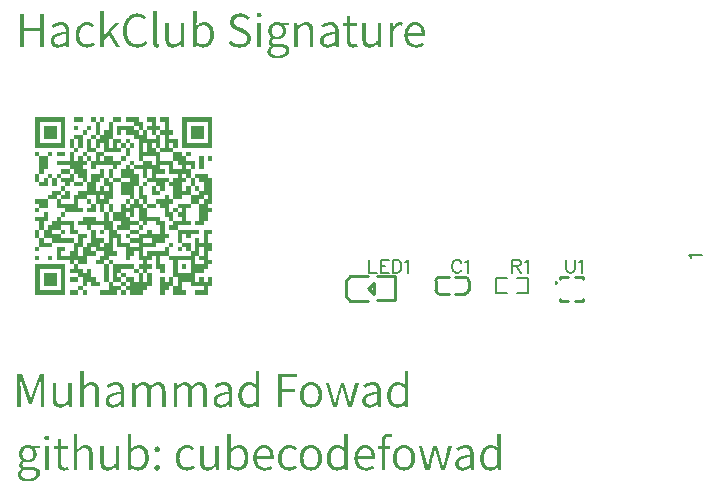
<source format=gto>
G04 Layer: TopSilkscreenLayer*
G04 EasyEDA v6.5.50, 2025-04-27 19:14:41*
G04 8f609174539e42ba90f1ac761e70afa3,18bc881710ba4a7b8fe44c00a582f47b,10*
G04 Gerber Generator version 0.2*
G04 Scale: 100 percent, Rotated: No, Reflected: No *
G04 Dimensions in millimeters *
G04 leading zeros omitted , absolute positions ,4 integer and 5 decimal *
%FSLAX45Y45*%
%MOMM*%

%ADD10C,0.1524*%
%ADD11C,0.2540*%
%ADD12C,0.0176*%

%LPD*%
G36*
X-3136900Y2985566D02*
G01*
X-3136900Y2946704D01*
X-2919628Y2946704D01*
X-2919628Y2768295D01*
X-3098088Y2768295D01*
X-3098088Y2946704D01*
X-3136900Y2946704D01*
X-3136900Y2729433D01*
X-2880817Y2729433D01*
X-2880817Y2985566D01*
G37*
G36*
X-2807614Y2985566D02*
G01*
X-2807614Y2948940D01*
X-2734462Y2948940D01*
X-2734462Y2985566D01*
G37*
G36*
X-2661310Y2985566D02*
G01*
X-2661310Y2948940D01*
X-2624683Y2948940D01*
X-2624683Y2839212D01*
X-2661310Y2839212D01*
X-2661310Y2802636D01*
X-2697886Y2802636D01*
X-2697886Y2692857D01*
X-2734462Y2692857D01*
X-2734462Y2656281D01*
X-2771038Y2656281D01*
X-2771038Y2619705D01*
X-2807614Y2619705D01*
X-2807614Y2692857D01*
X-2771038Y2692857D01*
X-2771038Y2729433D01*
X-2734462Y2729433D01*
X-2734462Y2839212D01*
X-2697886Y2839212D01*
X-2697886Y2875788D01*
X-2661310Y2875788D01*
X-2661310Y2912364D01*
X-2697886Y2912364D01*
X-2697886Y2875788D01*
X-2734462Y2875788D01*
X-2734462Y2839212D01*
X-2807614Y2839212D01*
X-2807614Y2802636D01*
X-2771038Y2802636D01*
X-2771038Y2729433D01*
X-2807614Y2729433D01*
X-2807614Y2802636D01*
X-2844190Y2802636D01*
X-2844190Y2729433D01*
X-2807614Y2729433D01*
X-2807614Y2692857D01*
X-2844190Y2692857D01*
X-2844190Y2619705D01*
X-2953969Y2619705D01*
X-2953969Y2583129D01*
X-2844190Y2583129D01*
X-2844190Y2546502D01*
X-2917393Y2546502D01*
X-2917393Y2509926D01*
X-2953969Y2509926D01*
X-2953969Y2473350D01*
X-2990545Y2473350D01*
X-2990545Y2509926D01*
X-3027121Y2509926D01*
X-3027121Y2473350D01*
X-3063748Y2473350D01*
X-3063748Y2436774D01*
X-3100324Y2436774D01*
X-3100324Y2509926D01*
X-3063748Y2509926D01*
X-3063748Y2546502D01*
X-3027121Y2546502D01*
X-3027121Y2656281D01*
X-2990545Y2656281D01*
X-2990545Y2692857D01*
X-3027121Y2692857D01*
X-3027121Y2656281D01*
X-3100324Y2656281D01*
X-3100324Y2692857D01*
X-3136900Y2692857D01*
X-3136900Y2656281D01*
X-3100324Y2656281D01*
X-3100324Y2509926D01*
X-3136900Y2509926D01*
X-3136900Y2436774D01*
X-3100324Y2436774D01*
X-3100324Y2400198D01*
X-3027121Y2400198D01*
X-3027121Y2473350D01*
X-2990545Y2473350D01*
X-2990545Y2400198D01*
X-2953969Y2400198D01*
X-2953969Y2473350D01*
X-2917393Y2473350D01*
X-2917393Y2436774D01*
X-2880817Y2436774D01*
X-2880817Y2400198D01*
X-2917393Y2400198D01*
X-2917393Y2363622D01*
X-2990545Y2363622D01*
X-2990545Y2326995D01*
X-3027121Y2326995D01*
X-3027121Y2290419D01*
X-3136900Y2290419D01*
X-3136900Y2253843D01*
X-3100324Y2253843D01*
X-3100324Y2217267D01*
X-3136900Y2217267D01*
X-3136900Y2180691D01*
X-3100324Y2180691D01*
X-3100324Y2217267D01*
X-3027121Y2217267D01*
X-3027121Y2290419D01*
X-2953969Y2290419D01*
X-2953969Y2217267D01*
X-2880817Y2217267D01*
X-2880817Y2180691D01*
X-2917393Y2180691D01*
X-2917393Y2144064D01*
X-2953969Y2144064D01*
X-2953969Y2107488D01*
X-2990545Y2107488D01*
X-2990545Y2070912D01*
X-3027121Y2070912D01*
X-3027121Y2034336D01*
X-3063748Y2034336D01*
X-3063748Y2107488D01*
X-3027121Y2107488D01*
X-3027121Y2180691D01*
X-3063748Y2180691D01*
X-3063748Y2144064D01*
X-3136900Y2144064D01*
X-3136900Y2107488D01*
X-3100324Y2107488D01*
X-3100324Y2034336D01*
X-3063748Y2034336D01*
X-3063748Y1997760D01*
X-2990545Y1997760D01*
X-2990545Y2034336D01*
X-2917393Y2034336D01*
X-2917393Y2070912D01*
X-2844190Y2070912D01*
X-2844190Y1997760D01*
X-2771038Y1997760D01*
X-2771038Y2034336D01*
X-2807614Y2034336D01*
X-2807614Y2107488D01*
X-2917393Y2107488D01*
X-2917393Y2144064D01*
X-2880817Y2144064D01*
X-2880817Y2180691D01*
X-2734462Y2180691D01*
X-2734462Y2217267D01*
X-2771038Y2217267D01*
X-2771038Y2290419D01*
X-2697886Y2290419D01*
X-2697886Y2326995D01*
X-2551531Y2326995D01*
X-2551531Y2290419D01*
X-2588107Y2290419D01*
X-2588107Y2326995D01*
X-2624683Y2326995D01*
X-2624683Y2253843D01*
X-2588107Y2253843D01*
X-2588107Y2180691D01*
X-2551531Y2180691D01*
X-2551531Y2253843D01*
X-2514955Y2253843D01*
X-2514955Y2290419D01*
X-2478379Y2290419D01*
X-2478379Y2436774D01*
X-2514955Y2436774D01*
X-2514955Y2473350D01*
X-2551531Y2473350D01*
X-2551531Y2400198D01*
X-2514955Y2400198D01*
X-2514955Y2363622D01*
X-2551531Y2363622D01*
X-2551531Y2400198D01*
X-2588107Y2400198D01*
X-2588107Y2363622D01*
X-2624683Y2363622D01*
X-2624683Y2436774D01*
X-2588107Y2436774D01*
X-2588107Y2473350D01*
X-2551531Y2473350D01*
X-2551531Y2546502D01*
X-2588107Y2546502D01*
X-2588107Y2509926D01*
X-2661310Y2509926D01*
X-2661310Y2436774D01*
X-2697886Y2436774D01*
X-2697886Y2363622D01*
X-2771038Y2363622D01*
X-2771038Y2326995D01*
X-2807614Y2326995D01*
X-2807614Y2253843D01*
X-2917393Y2253843D01*
X-2917393Y2290419D01*
X-2953969Y2290419D01*
X-2953969Y2326995D01*
X-2917393Y2326995D01*
X-2917393Y2363622D01*
X-2880817Y2363622D01*
X-2880817Y2400198D01*
X-2844190Y2400198D01*
X-2844190Y2436774D01*
X-2807614Y2436774D01*
X-2807614Y2509926D01*
X-2844190Y2509926D01*
X-2844190Y2473350D01*
X-2917393Y2473350D01*
X-2917393Y2509926D01*
X-2844190Y2509926D01*
X-2844190Y2546502D01*
X-2807614Y2546502D01*
X-2807614Y2509926D01*
X-2771038Y2509926D01*
X-2771038Y2473350D01*
X-2734462Y2473350D01*
X-2734462Y2436774D01*
X-2697886Y2436774D01*
X-2697886Y2546502D01*
X-2734462Y2546502D01*
X-2734462Y2583129D01*
X-2697886Y2583129D01*
X-2697886Y2619705D01*
X-2734462Y2619705D01*
X-2734462Y2656281D01*
X-2697886Y2656281D01*
X-2697886Y2692857D01*
X-2624683Y2692857D01*
X-2624683Y2729433D01*
X-2661310Y2729433D01*
X-2661310Y2802636D01*
X-2624683Y2802636D01*
X-2624683Y2839212D01*
X-2588107Y2839212D01*
X-2588107Y2802636D01*
X-2478379Y2802636D01*
X-2478379Y2729433D01*
X-2514955Y2729433D01*
X-2514955Y2802636D01*
X-2624683Y2802636D01*
X-2624683Y2729433D01*
X-2588107Y2729433D01*
X-2588107Y2766060D01*
X-2551531Y2766060D01*
X-2551531Y2692857D01*
X-2405176Y2692857D01*
X-2405176Y2729433D01*
X-2441752Y2729433D01*
X-2441752Y2766060D01*
X-2405176Y2766060D01*
X-2405176Y2729433D01*
X-2368600Y2729433D01*
X-2368600Y2766060D01*
X-2332024Y2766060D01*
X-2332024Y2729433D01*
X-2368600Y2729433D01*
X-2368600Y2656281D01*
X-2405176Y2656281D01*
X-2405176Y2619705D01*
X-2478379Y2619705D01*
X-2478379Y2656281D01*
X-2551531Y2656281D01*
X-2551531Y2619705D01*
X-2588107Y2619705D01*
X-2588107Y2656281D01*
X-2551531Y2656281D01*
X-2551531Y2692857D01*
X-2624683Y2692857D01*
X-2624683Y2619705D01*
X-2661310Y2619705D01*
X-2661310Y2546502D01*
X-2624683Y2546502D01*
X-2624683Y2583129D01*
X-2478379Y2583129D01*
X-2478379Y2546502D01*
X-2514955Y2546502D01*
X-2514955Y2473350D01*
X-2478379Y2473350D01*
X-2478379Y2436774D01*
X-2405176Y2436774D01*
X-2405176Y2473350D01*
X-2332024Y2473350D01*
X-2332024Y2436774D01*
X-2405176Y2436774D01*
X-2405176Y2326995D01*
X-2332024Y2326995D01*
X-2332024Y2290419D01*
X-2295448Y2290419D01*
X-2295448Y2400198D01*
X-2258872Y2400198D01*
X-2258872Y2509926D01*
X-2295448Y2509926D01*
X-2295448Y2546502D01*
X-2332024Y2546502D01*
X-2332024Y2583129D01*
X-2295448Y2583129D01*
X-2295448Y2546502D01*
X-2222246Y2546502D01*
X-2222246Y2473350D01*
X-2185670Y2473350D01*
X-2185670Y2546502D01*
X-2149094Y2546502D01*
X-2149094Y2473350D01*
X-2185670Y2473350D01*
X-2185670Y2436774D01*
X-2112518Y2436774D01*
X-2112518Y2400198D01*
X-2075942Y2400198D01*
X-2075942Y2363622D01*
X-2039315Y2363622D01*
X-2039315Y2436774D01*
X-2002739Y2436774D01*
X-2002739Y2473350D01*
X-2112518Y2473350D01*
X-2112518Y2509926D01*
X-2039315Y2509926D01*
X-2039315Y2546502D01*
X-2075942Y2546502D01*
X-2075942Y2583129D01*
X-2002739Y2583129D01*
X-2002739Y2509926D01*
X-1929587Y2509926D01*
X-1929587Y2473350D01*
X-1966163Y2473350D01*
X-1966163Y2436774D01*
X-2002739Y2436774D01*
X-2002739Y2400198D01*
X-1966163Y2400198D01*
X-1966163Y2290419D01*
X-1893011Y2290419D01*
X-1893011Y2326995D01*
X-1819808Y2326995D01*
X-1819808Y2400198D01*
X-1856435Y2400198D01*
X-1856435Y2363622D01*
X-1893011Y2363622D01*
X-1893011Y2436774D01*
X-1856435Y2436774D01*
X-1856435Y2473350D01*
X-1893011Y2473350D01*
X-1893011Y2509926D01*
X-1856435Y2509926D01*
X-1856435Y2473350D01*
X-1819808Y2473350D01*
X-1819808Y2400198D01*
X-1783232Y2400198D01*
X-1783232Y2473350D01*
X-1746656Y2473350D01*
X-1746656Y2436774D01*
X-1710080Y2436774D01*
X-1710080Y2363622D01*
X-1746656Y2363622D01*
X-1746656Y2326995D01*
X-1819808Y2326995D01*
X-1819808Y2253843D01*
X-1929587Y2253843D01*
X-1929587Y2217267D01*
X-1893011Y2217267D01*
X-1893011Y2180691D01*
X-1929587Y2180691D01*
X-1929587Y2144064D01*
X-1893011Y2144064D01*
X-1893011Y2107488D01*
X-1966163Y2107488D01*
X-1966163Y2070912D01*
X-2002739Y2070912D01*
X-2002739Y2034336D01*
X-1929587Y2034336D01*
X-1929587Y1924557D01*
X-1893011Y1924557D01*
X-1893011Y1887982D01*
X-1856435Y1887982D01*
X-1856435Y1851406D01*
X-1819808Y1851406D01*
X-1819808Y1814830D01*
X-2002739Y1814830D01*
X-2002739Y1887982D01*
X-2039315Y1887982D01*
X-2039315Y1851406D01*
X-2185670Y1851406D01*
X-2185670Y1814830D01*
X-2222246Y1814830D01*
X-2222246Y1887982D01*
X-2112518Y1887982D01*
X-2112518Y1924557D01*
X-2039315Y1924557D01*
X-2039315Y1961184D01*
X-2002739Y1961184D01*
X-2002739Y1997760D01*
X-2039315Y1997760D01*
X-2039315Y2107488D01*
X-2075942Y2107488D01*
X-2075942Y2144064D01*
X-2185670Y2144064D01*
X-2185670Y2217267D01*
X-2222246Y2217267D01*
X-2222246Y2253843D01*
X-2258872Y2253843D01*
X-2258872Y2290419D01*
X-2295448Y2290419D01*
X-2295448Y2253843D01*
X-2332024Y2253843D01*
X-2332024Y2217267D01*
X-2368600Y2217267D01*
X-2368600Y2253843D01*
X-2405176Y2253843D01*
X-2405176Y2180691D01*
X-2478379Y2180691D01*
X-2478379Y2107488D01*
X-2405176Y2107488D01*
X-2405176Y2070912D01*
X-2441752Y2070912D01*
X-2441752Y2034336D01*
X-2332024Y2034336D01*
X-2332024Y2070912D01*
X-2258872Y2070912D01*
X-2258872Y2107488D01*
X-2332024Y2107488D01*
X-2332024Y2144064D01*
X-2368600Y2144064D01*
X-2368600Y2180691D01*
X-2332024Y2180691D01*
X-2332024Y2144064D01*
X-2295448Y2144064D01*
X-2295448Y2217267D01*
X-2258872Y2217267D01*
X-2258872Y2107488D01*
X-2222246Y2107488D01*
X-2222246Y2070912D01*
X-2185670Y2070912D01*
X-2185670Y2107488D01*
X-2112518Y2107488D01*
X-2112518Y2070912D01*
X-2075942Y2070912D01*
X-2075942Y1997760D01*
X-2149094Y1997760D01*
X-2149094Y2034336D01*
X-2185670Y2034336D01*
X-2185670Y1997760D01*
X-2258872Y1997760D01*
X-2258872Y1961184D01*
X-2149094Y1961184D01*
X-2149094Y1924557D01*
X-2222246Y1924557D01*
X-2222246Y1961184D01*
X-2332024Y1961184D01*
X-2332024Y1924557D01*
X-2258872Y1924557D01*
X-2258872Y1887982D01*
X-2332024Y1887982D01*
X-2332024Y1924557D01*
X-2405176Y1924557D01*
X-2405176Y1997760D01*
X-2441752Y1997760D01*
X-2441752Y2034336D01*
X-2478379Y2034336D01*
X-2478379Y2107488D01*
X-2514955Y2107488D01*
X-2514955Y2180691D01*
X-2551531Y2180691D01*
X-2551531Y2107488D01*
X-2624683Y2107488D01*
X-2624683Y2144064D01*
X-2734462Y2144064D01*
X-2734462Y2107488D01*
X-2771038Y2107488D01*
X-2771038Y2070912D01*
X-2697886Y2070912D01*
X-2697886Y2034336D01*
X-2661310Y2034336D01*
X-2661310Y2070912D01*
X-2551531Y2070912D01*
X-2551531Y2034336D01*
X-2514955Y2034336D01*
X-2514955Y1924557D01*
X-2551531Y1924557D01*
X-2551531Y1887982D01*
X-2588107Y1887982D01*
X-2588107Y1924557D01*
X-2551531Y1924557D01*
X-2551531Y1961184D01*
X-2624683Y1961184D01*
X-2624683Y2034336D01*
X-2661310Y2034336D01*
X-2661310Y1924557D01*
X-2697886Y1924557D01*
X-2697886Y1887982D01*
X-2624683Y1887982D01*
X-2624683Y1851406D01*
X-2661310Y1851406D01*
X-2661310Y1887982D01*
X-2734462Y1887982D01*
X-2734462Y1814830D01*
X-2771038Y1814830D01*
X-2771038Y1887982D01*
X-2734462Y1887982D01*
X-2734462Y1961184D01*
X-2697886Y1961184D01*
X-2697886Y1997760D01*
X-2771038Y1997760D01*
X-2771038Y1924557D01*
X-2807614Y1924557D01*
X-2807614Y1961184D01*
X-2917393Y1961184D01*
X-2917393Y1997760D01*
X-3063748Y1997760D01*
X-3063748Y1961184D01*
X-2990545Y1961184D01*
X-2990545Y1924557D01*
X-3063748Y1924557D01*
X-3063748Y1961184D01*
X-3100324Y1961184D01*
X-3100324Y2034336D01*
X-3136900Y2034336D01*
X-3136900Y1961184D01*
X-3100324Y1961184D01*
X-3100324Y1887982D01*
X-3136900Y1887982D01*
X-3136900Y1851406D01*
X-3100324Y1851406D01*
X-3100324Y1887982D01*
X-2990545Y1887982D01*
X-2990545Y1924557D01*
X-2807614Y1924557D01*
X-2807614Y1851406D01*
X-2844190Y1851406D01*
X-2844190Y1814830D01*
X-2917393Y1814830D01*
X-2917393Y1851406D01*
X-2880817Y1851406D01*
X-2880817Y1887982D01*
X-2953969Y1887982D01*
X-2953969Y1778254D01*
X-2771038Y1778254D01*
X-2771038Y1741627D01*
X-2807614Y1741627D01*
X-2807614Y1778254D01*
X-2844190Y1778254D01*
X-2844190Y1741627D01*
X-2807614Y1741627D01*
X-2807614Y1705051D01*
X-2844190Y1705051D01*
X-2844190Y1668475D01*
X-2771038Y1668475D01*
X-2771038Y1631899D01*
X-2844190Y1631899D01*
X-2844190Y1595323D01*
X-2771038Y1595323D01*
X-2771038Y1631899D01*
X-2734462Y1631899D01*
X-2734462Y1558747D01*
X-2771038Y1558747D01*
X-2771038Y1522120D01*
X-2844190Y1522120D01*
X-2844190Y1485544D01*
X-2771038Y1485544D01*
X-2771038Y1522120D01*
X-2734462Y1522120D01*
X-2734462Y1485544D01*
X-2697886Y1485544D01*
X-2697886Y1522120D01*
X-2734462Y1522120D01*
X-2734462Y1558747D01*
X-2697886Y1558747D01*
X-2697886Y1595323D01*
X-2661310Y1595323D01*
X-2661310Y1558747D01*
X-2588107Y1558747D01*
X-2588107Y1595323D01*
X-2624683Y1595323D01*
X-2624683Y1631899D01*
X-2661310Y1631899D01*
X-2661310Y1705051D01*
X-2697886Y1705051D01*
X-2697886Y1668475D01*
X-2734462Y1668475D01*
X-2734462Y1705051D01*
X-2771038Y1705051D01*
X-2771038Y1741627D01*
X-2697886Y1741627D01*
X-2697886Y1814830D01*
X-2624683Y1814830D01*
X-2624683Y1851406D01*
X-2551531Y1851406D01*
X-2551531Y1814830D01*
X-2588107Y1814830D01*
X-2588107Y1778254D01*
X-2624683Y1778254D01*
X-2624683Y1741627D01*
X-2551531Y1741627D01*
X-2551531Y1778254D01*
X-2514955Y1778254D01*
X-2514955Y1814830D01*
X-2441752Y1814830D01*
X-2441752Y1851406D01*
X-2478379Y1851406D01*
X-2478379Y1961184D01*
X-2441752Y1961184D01*
X-2441752Y1887982D01*
X-2368600Y1887982D01*
X-2368600Y1778254D01*
X-2332024Y1778254D01*
X-2332024Y1814830D01*
X-2295448Y1814830D01*
X-2295448Y1851406D01*
X-2258872Y1851406D01*
X-2258872Y1778254D01*
X-2222246Y1778254D01*
X-2222246Y1741627D01*
X-2258872Y1741627D01*
X-2258872Y1705051D01*
X-2222246Y1705051D01*
X-2222246Y1668475D01*
X-2185670Y1668475D01*
X-2185670Y1595323D01*
X-2222246Y1595323D01*
X-2222246Y1668475D01*
X-2258872Y1668475D01*
X-2258872Y1595323D01*
X-2295448Y1595323D01*
X-2295448Y1631899D01*
X-2368600Y1631899D01*
X-2368600Y1595323D01*
X-2332024Y1595323D01*
X-2332024Y1558747D01*
X-2368600Y1558747D01*
X-2368600Y1522120D01*
X-2405176Y1522120D01*
X-2405176Y1558747D01*
X-2478379Y1558747D01*
X-2478379Y1595323D01*
X-2514955Y1595323D01*
X-2514955Y1741627D01*
X-2551531Y1741627D01*
X-2551531Y1595323D01*
X-2514955Y1595323D01*
X-2514955Y1522120D01*
X-2588107Y1522120D01*
X-2588107Y1485544D01*
X-2441752Y1485544D01*
X-2441752Y1522120D01*
X-2405176Y1522120D01*
X-2405176Y1485544D01*
X-2368600Y1485544D01*
X-2368600Y1522120D01*
X-2332024Y1522120D01*
X-2332024Y1485544D01*
X-2222246Y1485544D01*
X-2222246Y1522120D01*
X-2185670Y1522120D01*
X-2185670Y1558747D01*
X-2149094Y1558747D01*
X-2149094Y1668475D01*
X-2185670Y1668475D01*
X-2185670Y1705051D01*
X-2149094Y1705051D01*
X-2149094Y1741627D01*
X-2185670Y1741627D01*
X-2185670Y1778254D01*
X-2149094Y1778254D01*
X-2149094Y1814830D01*
X-2112518Y1814830D01*
X-2112518Y1705051D01*
X-2075942Y1705051D01*
X-2075942Y1668475D01*
X-2039315Y1668475D01*
X-2039315Y1741627D01*
X-2075942Y1741627D01*
X-2075942Y1814830D01*
X-2002739Y1814830D01*
X-2002739Y1778254D01*
X-1819808Y1778254D01*
X-1819808Y1741627D01*
X-1783232Y1741627D01*
X-1783232Y1814830D01*
X-1746656Y1814830D01*
X-1746656Y1887982D01*
X-1710080Y1887982D01*
X-1710080Y1814830D01*
X-1746656Y1814830D01*
X-1746656Y1778254D01*
X-1710080Y1778254D01*
X-1710080Y1741627D01*
X-1819808Y1741627D01*
X-1819808Y1668475D01*
X-1929587Y1668475D01*
X-1929587Y1778254D01*
X-1966163Y1778254D01*
X-1966163Y1631899D01*
X-1929587Y1631899D01*
X-1929587Y1558747D01*
X-1966163Y1558747D01*
X-1966163Y1631899D01*
X-2002739Y1631899D01*
X-2002739Y1595323D01*
X-2039315Y1595323D01*
X-2039315Y1631899D01*
X-2075942Y1631899D01*
X-2075942Y1485544D01*
X-2039315Y1485544D01*
X-2039315Y1522120D01*
X-2002739Y1522120D01*
X-2002739Y1558747D01*
X-1966163Y1558747D01*
X-1966163Y1485544D01*
X-1856435Y1485544D01*
X-1856435Y1522120D01*
X-1893011Y1522120D01*
X-1893011Y1595323D01*
X-1819808Y1595323D01*
X-1819808Y1558747D01*
X-1710080Y1558747D01*
X-1710080Y1522120D01*
X-1783232Y1522120D01*
X-1783232Y1485544D01*
X-1673504Y1485544D01*
X-1673504Y1558747D01*
X-1636877Y1558747D01*
X-1636877Y1631899D01*
X-1673504Y1631899D01*
X-1673504Y1595323D01*
X-1710080Y1595323D01*
X-1710080Y1631899D01*
X-1746656Y1631899D01*
X-1746656Y1595323D01*
X-1783232Y1595323D01*
X-1783232Y1668475D01*
X-1710080Y1668475D01*
X-1710080Y1705051D01*
X-1673504Y1705051D01*
X-1673504Y1741627D01*
X-1636877Y1741627D01*
X-1636877Y1778254D01*
X-1673504Y1778254D01*
X-1673504Y1851406D01*
X-1636877Y1851406D01*
X-1636877Y1924557D01*
X-1673504Y1924557D01*
X-1673504Y1997760D01*
X-1636877Y1997760D01*
X-1636877Y2034336D01*
X-1710080Y2034336D01*
X-1710080Y1924557D01*
X-1746656Y1924557D01*
X-1746656Y1961184D01*
X-1783232Y1961184D01*
X-1783232Y1851406D01*
X-1819808Y1851406D01*
X-1819808Y1924557D01*
X-1893011Y1924557D01*
X-1893011Y1997760D01*
X-1856435Y1997760D01*
X-1856435Y1961184D01*
X-1819808Y1961184D01*
X-1819808Y1997760D01*
X-1746656Y1997760D01*
X-1746656Y2034336D01*
X-1929587Y2034336D01*
X-1929587Y2070912D01*
X-1819808Y2070912D01*
X-1819808Y2107488D01*
X-1856435Y2107488D01*
X-1856435Y2217267D01*
X-1819808Y2217267D01*
X-1819808Y2253843D01*
X-1746656Y2253843D01*
X-1746656Y2290419D01*
X-1710080Y2290419D01*
X-1710080Y2326995D01*
X-1673504Y2326995D01*
X-1673504Y2290419D01*
X-1710080Y2290419D01*
X-1710080Y2253843D01*
X-1746656Y2253843D01*
X-1746656Y2107488D01*
X-1783232Y2107488D01*
X-1783232Y2070912D01*
X-1710080Y2070912D01*
X-1710080Y2107488D01*
X-1673504Y2107488D01*
X-1673504Y2180691D01*
X-1636877Y2180691D01*
X-1636877Y2217267D01*
X-1673504Y2217267D01*
X-1673504Y2253843D01*
X-1636877Y2253843D01*
X-1636877Y2473350D01*
X-1673504Y2473350D01*
X-1673504Y2509926D01*
X-1783232Y2509926D01*
X-1783232Y2473350D01*
X-1819808Y2473350D01*
X-1819808Y2546502D01*
X-1783232Y2546502D01*
X-1783232Y2619705D01*
X-1856435Y2619705D01*
X-1856435Y2656281D01*
X-1819808Y2656281D01*
X-1819808Y2692857D01*
X-1856435Y2692857D01*
X-1856435Y2656281D01*
X-1893011Y2656281D01*
X-1893011Y2692857D01*
X-1966163Y2692857D01*
X-1966163Y2729433D01*
X-1929587Y2729433D01*
X-1929587Y2802636D01*
X-2002739Y2802636D01*
X-2002739Y2839212D01*
X-1966163Y2839212D01*
X-1966163Y2875788D01*
X-2002739Y2875788D01*
X-2002739Y2985566D01*
X-2075942Y2985566D01*
X-2075942Y2948940D01*
X-2039315Y2948940D01*
X-2039315Y2875788D01*
X-2075942Y2875788D01*
X-2075942Y2912364D01*
X-2112518Y2912364D01*
X-2112518Y2985566D01*
X-2185670Y2985566D01*
X-2185670Y2948940D01*
X-2149094Y2948940D01*
X-2149094Y2912364D01*
X-2185670Y2912364D01*
X-2185670Y2875788D01*
X-2149094Y2875788D01*
X-2149094Y2839212D01*
X-2112518Y2839212D01*
X-2112518Y2875788D01*
X-2075942Y2875788D01*
X-2075942Y2839212D01*
X-2039315Y2839212D01*
X-2039315Y2766060D01*
X-1966163Y2766060D01*
X-1966163Y2729433D01*
X-2002739Y2729433D01*
X-2002739Y2766060D01*
X-2039315Y2766060D01*
X-2039315Y2729433D01*
X-2075942Y2729433D01*
X-2075942Y2692857D01*
X-1966163Y2692857D01*
X-1966163Y2619705D01*
X-1929587Y2619705D01*
X-1929587Y2583129D01*
X-1819808Y2583129D01*
X-1819808Y2546502D01*
X-1856435Y2546502D01*
X-1856435Y2583129D01*
X-1893011Y2583129D01*
X-1893011Y2546502D01*
X-1966163Y2546502D01*
X-1966163Y2619705D01*
X-2075942Y2619705D01*
X-2075942Y2692857D01*
X-2112518Y2692857D01*
X-2112518Y2729433D01*
X-2149094Y2729433D01*
X-2149094Y2766060D01*
X-2112518Y2766060D01*
X-2112518Y2729433D01*
X-2075942Y2729433D01*
X-2075942Y2839212D01*
X-2112518Y2839212D01*
X-2112518Y2802636D01*
X-2185670Y2802636D01*
X-2185670Y2875788D01*
X-2222246Y2875788D01*
X-2222246Y2948940D01*
X-2258872Y2948940D01*
X-2258872Y2985566D01*
X-2368600Y2985566D01*
X-2368600Y2948940D01*
X-2295448Y2948940D01*
X-2295448Y2912364D01*
X-2258872Y2912364D01*
X-2258872Y2875788D01*
X-2222246Y2875788D01*
X-2222246Y2839212D01*
X-2258872Y2839212D01*
X-2258872Y2875788D01*
X-2295448Y2875788D01*
X-2295448Y2912364D01*
X-2441752Y2912364D01*
X-2441752Y2839212D01*
X-2405176Y2839212D01*
X-2405176Y2875788D01*
X-2368600Y2875788D01*
X-2368600Y2839212D01*
X-2295448Y2839212D01*
X-2295448Y2802636D01*
X-2258872Y2802636D01*
X-2258872Y2766060D01*
X-2185670Y2766060D01*
X-2185670Y2692857D01*
X-2222246Y2692857D01*
X-2222246Y2766060D01*
X-2258872Y2766060D01*
X-2258872Y2656281D01*
X-2112518Y2656281D01*
X-2112518Y2583129D01*
X-2149094Y2583129D01*
X-2149094Y2619705D01*
X-2222246Y2619705D01*
X-2222246Y2656281D01*
X-2258872Y2656281D01*
X-2258872Y2619705D01*
X-2222246Y2619705D01*
X-2222246Y2583129D01*
X-2295448Y2583129D01*
X-2295448Y2619705D01*
X-2332024Y2619705D01*
X-2332024Y2583129D01*
X-2368600Y2583129D01*
X-2368600Y2546502D01*
X-2405176Y2546502D01*
X-2405176Y2473350D01*
X-2478379Y2473350D01*
X-2478379Y2546502D01*
X-2441752Y2546502D01*
X-2441752Y2583129D01*
X-2405176Y2583129D01*
X-2405176Y2619705D01*
X-2368600Y2619705D01*
X-2368600Y2656281D01*
X-2332024Y2656281D01*
X-2332024Y2729433D01*
X-2295448Y2729433D01*
X-2295448Y2766060D01*
X-2332024Y2766060D01*
X-2332024Y2802636D01*
X-2368600Y2802636D01*
X-2368600Y2766060D01*
X-2405176Y2766060D01*
X-2405176Y2802636D01*
X-2478379Y2802636D01*
X-2478379Y2948940D01*
X-2405176Y2948940D01*
X-2405176Y2985566D01*
X-2478379Y2985566D01*
X-2478379Y2948940D01*
X-2514955Y2948940D01*
X-2514955Y2875788D01*
X-2551531Y2875788D01*
X-2551531Y2839212D01*
X-2588107Y2839212D01*
X-2588107Y2948940D01*
X-2551531Y2948940D01*
X-2551531Y2985566D01*
X-2588107Y2985566D01*
X-2588107Y2948940D01*
X-2624683Y2948940D01*
X-2624683Y2985566D01*
G37*
G36*
X-1893011Y2985566D02*
G01*
X-1893011Y2946704D01*
X-1675739Y2946704D01*
X-1675739Y2768295D01*
X-1854149Y2768295D01*
X-1854149Y2946704D01*
X-1893011Y2946704D01*
X-1893011Y2729433D01*
X-1636877Y2729433D01*
X-1636877Y2985566D01*
G37*
G36*
X-3063748Y2912364D02*
G01*
X-3063748Y2802636D01*
X-2953969Y2802636D01*
X-2953969Y2912364D01*
G37*
G36*
X-2807614Y2912364D02*
G01*
X-2807614Y2875788D01*
X-2771038Y2875788D01*
X-2771038Y2912364D01*
G37*
G36*
X-1819808Y2912364D02*
G01*
X-1819808Y2802636D01*
X-1710080Y2802636D01*
X-1710080Y2912364D01*
G37*
G36*
X-2953969Y2692857D02*
G01*
X-2953969Y2656281D01*
X-2880817Y2656281D01*
X-2880817Y2692857D01*
G37*
G36*
X-2697886Y2656281D02*
G01*
X-2697886Y2619705D01*
X-2661310Y2619705D01*
X-2661310Y2656281D01*
G37*
G36*
X-1746656Y2656281D02*
G01*
X-1746656Y2546502D01*
X-1710080Y2546502D01*
X-1710080Y2656281D01*
G37*
G36*
X-1673504Y2656281D02*
G01*
X-1673504Y2619705D01*
X-1636877Y2619705D01*
X-1636877Y2656281D01*
G37*
G36*
X-2807614Y2436774D02*
G01*
X-2807614Y2400198D01*
X-2734462Y2400198D01*
X-2734462Y2436774D01*
G37*
G36*
X-2222246Y2436774D02*
G01*
X-2222246Y2400198D01*
X-2258872Y2400198D01*
X-2258872Y2290419D01*
X-2222246Y2290419D01*
X-2222246Y2253843D01*
X-2185670Y2253843D01*
X-2185670Y2217267D01*
X-2112518Y2217267D01*
X-2112518Y2253843D01*
X-2075942Y2253843D01*
X-2075942Y2217267D01*
X-2039315Y2217267D01*
X-2039315Y2144064D01*
X-2002739Y2144064D01*
X-2002739Y2107488D01*
X-1966163Y2107488D01*
X-1966163Y2180691D01*
X-1929587Y2180691D01*
X-1929587Y2217267D01*
X-1966163Y2217267D01*
X-1966163Y2180691D01*
X-2002739Y2180691D01*
X-2002739Y2253843D01*
X-1966163Y2253843D01*
X-1966163Y2290419D01*
X-2002739Y2290419D01*
X-2002739Y2326995D01*
X-2039315Y2326995D01*
X-2039315Y2290419D01*
X-2112518Y2290419D01*
X-2112518Y2253843D01*
X-2185670Y2253843D01*
X-2185670Y2326995D01*
X-2222246Y2326995D01*
X-2222246Y2400198D01*
X-2185670Y2400198D01*
X-2185670Y2436774D01*
G37*
G36*
X-2149094Y2400198D02*
G01*
X-2149094Y2326995D01*
X-2075942Y2326995D01*
X-2075942Y2363622D01*
X-2112518Y2363622D01*
X-2112518Y2400198D01*
G37*
G36*
X-1783232Y2400198D02*
G01*
X-1783232Y2363622D01*
X-1746656Y2363622D01*
X-1746656Y2400198D01*
G37*
G36*
X-2880817Y2363622D02*
G01*
X-2880817Y2326995D01*
X-2917393Y2326995D01*
X-2917393Y2290419D01*
X-2844190Y2290419D01*
X-2844190Y2363622D01*
G37*
G36*
X-2697886Y2290419D02*
G01*
X-2697886Y2253843D01*
X-2661310Y2253843D01*
X-2661310Y2217267D01*
X-2697886Y2217267D01*
X-2697886Y2180691D01*
X-2624683Y2180691D01*
X-2624683Y2253843D01*
X-2661310Y2253843D01*
X-2661310Y2290419D01*
G37*
G36*
X-2368600Y2290419D02*
G01*
X-2368600Y2253843D01*
X-2332024Y2253843D01*
X-2332024Y2290419D01*
G37*
G36*
X-2514955Y2253843D02*
G01*
X-2514955Y2180691D01*
X-2478379Y2180691D01*
X-2478379Y2253843D01*
G37*
G36*
X-2258872Y2070912D02*
G01*
X-2258872Y2034336D01*
X-2332024Y2034336D01*
X-2332024Y1997760D01*
X-2368600Y1997760D01*
X-2368600Y1961184D01*
X-2332024Y1961184D01*
X-2332024Y1997760D01*
X-2258872Y1997760D01*
X-2258872Y2034336D01*
X-2222246Y2034336D01*
X-2222246Y2070912D01*
G37*
G36*
X-2917393Y2034336D02*
G01*
X-2917393Y1997760D01*
X-2880817Y1997760D01*
X-2880817Y2034336D01*
G37*
G36*
X-2588107Y2034336D02*
G01*
X-2588107Y1997760D01*
X-2551531Y1997760D01*
X-2551531Y2034336D01*
G37*
G36*
X-2002739Y1924557D02*
G01*
X-2002739Y1887982D01*
X-1966163Y1887982D01*
X-1966163Y1924557D01*
G37*
G36*
X-1929587Y1887982D02*
G01*
X-1929587Y1851406D01*
X-1893011Y1851406D01*
X-1893011Y1887982D01*
G37*
G36*
X-3136900Y1814830D02*
G01*
X-3136900Y1778254D01*
X-3100324Y1778254D01*
X-3100324Y1814830D01*
G37*
G36*
X-3027121Y1814830D02*
G01*
X-3027121Y1778254D01*
X-2990545Y1778254D01*
X-2990545Y1814830D01*
G37*
G36*
X-2514955Y1778254D02*
G01*
X-2514955Y1741627D01*
X-2478379Y1741627D01*
X-2478379Y1668475D01*
X-2405176Y1668475D01*
X-2405176Y1631899D01*
X-2441752Y1631899D01*
X-2441752Y1668475D01*
X-2478379Y1668475D01*
X-2478379Y1595323D01*
X-2405176Y1595323D01*
X-2405176Y1558747D01*
X-2368600Y1558747D01*
X-2368600Y1595323D01*
X-2405176Y1595323D01*
X-2405176Y1631899D01*
X-2368600Y1631899D01*
X-2368600Y1668475D01*
X-2405176Y1668475D01*
X-2405176Y1705051D01*
X-2295448Y1705051D01*
X-2295448Y1668475D01*
X-2258872Y1668475D01*
X-2258872Y1705051D01*
X-2295448Y1705051D01*
X-2295448Y1741627D01*
X-2478379Y1741627D01*
X-2478379Y1778254D01*
G37*
G36*
X-3136900Y1741627D02*
G01*
X-3136900Y1702816D01*
X-2919628Y1702816D01*
X-2919628Y1524355D01*
X-3098088Y1524355D01*
X-3098088Y1702816D01*
X-3136900Y1702816D01*
X-3136900Y1485544D01*
X-2880817Y1485544D01*
X-2880817Y1741627D01*
G37*
G36*
X-1893011Y1741627D02*
G01*
X-1893011Y1705051D01*
X-1856435Y1705051D01*
X-1856435Y1741627D01*
G37*
G36*
X-3063748Y1668475D02*
G01*
X-3063748Y1558747D01*
X-2953969Y1558747D01*
X-2953969Y1668475D01*
G37*
G36*
X-2584958Y3884676D02*
G01*
X-2584958Y3581400D01*
X-2554478Y3581400D01*
X-2554478Y3636264D01*
X-2514346Y3683254D01*
X-2452370Y3581400D01*
X-2418334Y3581400D01*
X-2496058Y3704336D01*
X-2427986Y3787140D01*
X-2462530Y3787140D01*
X-2553208Y3674872D01*
X-2554478Y3674872D01*
X-2554478Y3884676D01*
G37*
G36*
X-2136394Y3884676D02*
G01*
X-2136394Y3619246D01*
X-2136190Y3612642D01*
X-2135530Y3606546D01*
X-2134463Y3600958D01*
X-2132939Y3595928D01*
X-2130958Y3591407D01*
X-2128469Y3587496D01*
X-2125522Y3584143D01*
X-2122068Y3581349D01*
X-2118055Y3579164D01*
X-2113534Y3577590D01*
X-2108504Y3576624D01*
X-2102866Y3576320D01*
X-2097024Y3576523D01*
X-2092147Y3577132D01*
X-2084324Y3579114D01*
X-2088896Y3603244D01*
X-2093214Y3602380D01*
X-2096007Y3602228D01*
X-2099767Y3603040D01*
X-2102815Y3605631D01*
X-2104898Y3610152D01*
X-2105660Y3616706D01*
X-2105660Y3884676D01*
G37*
G36*
X-1800860Y3884676D02*
G01*
X-1800860Y3625087D01*
X-1769872Y3625087D01*
X-1769872Y3736594D01*
X-1759712Y3745484D01*
X-1754733Y3749395D01*
X-1749806Y3752900D01*
X-1744929Y3755999D01*
X-1740103Y3758692D01*
X-1735378Y3760978D01*
X-1730705Y3762908D01*
X-1726031Y3764381D01*
X-1721459Y3765448D01*
X-1716938Y3766108D01*
X-1712468Y3766312D01*
X-1706473Y3766058D01*
X-1700885Y3765346D01*
X-1695602Y3764178D01*
X-1690725Y3762552D01*
X-1686204Y3760520D01*
X-1681988Y3758031D01*
X-1678127Y3755136D01*
X-1674571Y3751884D01*
X-1671370Y3748227D01*
X-1668475Y3744264D01*
X-1665884Y3739896D01*
X-1663598Y3735222D01*
X-1661566Y3730193D01*
X-1659889Y3724859D01*
X-1658467Y3719271D01*
X-1657299Y3713378D01*
X-1656435Y3707231D01*
X-1655419Y3694176D01*
X-1655318Y3687318D01*
X-1655521Y3679596D01*
X-1656080Y3672230D01*
X-1657045Y3665169D01*
X-1658315Y3658412D01*
X-1659940Y3652012D01*
X-1661922Y3645966D01*
X-1664207Y3640277D01*
X-1666798Y3634943D01*
X-1669694Y3629964D01*
X-1672894Y3625392D01*
X-1676298Y3621227D01*
X-1680006Y3617417D01*
X-1683969Y3614064D01*
X-1688134Y3611118D01*
X-1692503Y3608578D01*
X-1697075Y3606495D01*
X-1701901Y3604869D01*
X-1706880Y3603701D01*
X-1712010Y3602990D01*
X-1717293Y3602736D01*
X-1722831Y3603040D01*
X-1728825Y3603904D01*
X-1735175Y3605479D01*
X-1741779Y3607714D01*
X-1748637Y3610762D01*
X-1755597Y3614623D01*
X-1762709Y3619398D01*
X-1769872Y3625087D01*
X-1800860Y3625087D01*
X-1800860Y3581400D01*
X-1776475Y3581400D01*
X-1772920Y3602736D01*
X-1772157Y3602736D01*
X-1767535Y3598824D01*
X-1762709Y3595115D01*
X-1757832Y3591763D01*
X-1752854Y3588664D01*
X-1747824Y3585870D01*
X-1742744Y3583432D01*
X-1737614Y3581298D01*
X-1732534Y3579571D01*
X-1727454Y3578148D01*
X-1722475Y3577132D01*
X-1717548Y3576523D01*
X-1712722Y3576320D01*
X-1707642Y3576472D01*
X-1702612Y3576929D01*
X-1697685Y3577691D01*
X-1692808Y3578809D01*
X-1687982Y3580180D01*
X-1683257Y3581857D01*
X-1678635Y3583787D01*
X-1674114Y3586073D01*
X-1669745Y3588613D01*
X-1665478Y3591458D01*
X-1661363Y3594557D01*
X-1657400Y3597960D01*
X-1653590Y3601618D01*
X-1649933Y3605580D01*
X-1646478Y3609746D01*
X-1643227Y3614267D01*
X-1640179Y3618992D01*
X-1637334Y3623970D01*
X-1634693Y3629253D01*
X-1632305Y3634740D01*
X-1630172Y3640531D01*
X-1628292Y3646525D01*
X-1626666Y3652774D01*
X-1625295Y3659276D01*
X-1624228Y3665982D01*
X-1623466Y3672941D01*
X-1622958Y3680155D01*
X-1622907Y3694277D01*
X-1623771Y3707180D01*
X-1624533Y3713378D01*
X-1626717Y3725164D01*
X-1629765Y3736136D01*
X-1631594Y3741318D01*
X-1633626Y3746296D01*
X-1635861Y3751021D01*
X-1638300Y3755542D01*
X-1640992Y3759809D01*
X-1643837Y3763822D01*
X-1646936Y3767632D01*
X-1650187Y3771188D01*
X-1653692Y3774490D01*
X-1661261Y3780282D01*
X-1665325Y3782771D01*
X-1669643Y3785006D01*
X-1674114Y3786936D01*
X-1678787Y3788613D01*
X-1683664Y3789984D01*
X-1688744Y3791051D01*
X-1693976Y3791864D01*
X-1699463Y3792321D01*
X-1705102Y3792474D01*
X-1710994Y3792220D01*
X-1716887Y3791407D01*
X-1722729Y3790137D01*
X-1728520Y3788359D01*
X-1734210Y3786225D01*
X-1739849Y3783736D01*
X-1745437Y3780840D01*
X-1750872Y3777691D01*
X-1761439Y3770579D01*
X-1771396Y3762756D01*
X-1769872Y3800348D01*
X-1769872Y3884676D01*
G37*
G36*
X-1240790Y3874008D02*
G01*
X-1249629Y3872484D01*
X-1256436Y3868267D01*
X-1260805Y3861663D01*
X-1262380Y3853179D01*
X-1261973Y3848354D01*
X-1260805Y3844086D01*
X-1258976Y3840327D01*
X-1256436Y3837228D01*
X-1253337Y3834688D01*
X-1249629Y3832860D01*
X-1245412Y3831742D01*
X-1240790Y3831336D01*
X-1232306Y3832860D01*
X-1225550Y3837228D01*
X-1221079Y3844086D01*
X-1219454Y3853179D01*
X-1221079Y3861663D01*
X-1225550Y3868267D01*
X-1232306Y3872484D01*
G37*
G36*
X-2269490Y3865372D02*
G01*
X-2281021Y3864864D01*
X-2286660Y3864254D01*
X-2297633Y3862222D01*
X-2308199Y3859276D01*
X-2313279Y3857447D01*
X-2323134Y3853078D01*
X-2332431Y3847795D01*
X-2341219Y3841597D01*
X-2345385Y3838194D01*
X-2353259Y3830675D01*
X-2360523Y3822395D01*
X-2367076Y3813251D01*
X-2370124Y3808374D01*
X-2375611Y3798062D01*
X-2378100Y3792626D01*
X-2380386Y3786987D01*
X-2384348Y3775151D01*
X-2387498Y3762603D01*
X-2388768Y3756050D01*
X-2390597Y3742486D01*
X-2391206Y3735425D01*
X-2391562Y3728212D01*
X-2391562Y3713378D01*
X-2391206Y3706114D01*
X-2389835Y3692093D01*
X-2388819Y3685336D01*
X-2386126Y3672332D01*
X-2382621Y3660140D01*
X-2378303Y3648659D01*
X-2373274Y3637940D01*
X-2370480Y3632860D01*
X-2364333Y3623360D01*
X-2357526Y3614674D01*
X-2350109Y3606800D01*
X-2346147Y3603193D01*
X-2337816Y3596640D01*
X-2328926Y3590950D01*
X-2319528Y3586175D01*
X-2309672Y3582314D01*
X-2304542Y3580739D01*
X-2294026Y3578301D01*
X-2288590Y3577437D01*
X-2277465Y3576421D01*
X-2265070Y3576472D01*
X-2258568Y3576980D01*
X-2252319Y3577844D01*
X-2246223Y3578961D01*
X-2240330Y3580485D01*
X-2234641Y3582263D01*
X-2229154Y3584346D01*
X-2223820Y3586784D01*
X-2218639Y3589477D01*
X-2213610Y3592474D01*
X-2208784Y3595776D01*
X-2204110Y3599383D01*
X-2199538Y3603244D01*
X-2195118Y3607358D01*
X-2186686Y3616451D01*
X-2204212Y3636264D01*
X-2208834Y3631336D01*
X-2213559Y3626764D01*
X-2218436Y3622598D01*
X-2223414Y3618839D01*
X-2228596Y3615486D01*
X-2233879Y3612540D01*
X-2239416Y3610051D01*
X-2245106Y3607968D01*
X-2251049Y3606342D01*
X-2257196Y3605225D01*
X-2263597Y3604514D01*
X-2270252Y3604260D01*
X-2276043Y3604412D01*
X-2281682Y3604920D01*
X-2287168Y3605784D01*
X-2292451Y3606952D01*
X-2297582Y3608476D01*
X-2302560Y3610305D01*
X-2307336Y3612438D01*
X-2311908Y3614928D01*
X-2316327Y3617671D01*
X-2320544Y3620719D01*
X-2324557Y3624072D01*
X-2328367Y3627729D01*
X-2331974Y3631692D01*
X-2335377Y3635857D01*
X-2338628Y3640378D01*
X-2341575Y3645154D01*
X-2344369Y3650183D01*
X-2346909Y3655466D01*
X-2349246Y3661003D01*
X-2351328Y3666794D01*
X-2353208Y3672840D01*
X-2354834Y3679139D01*
X-2356205Y3685641D01*
X-2358237Y3699357D01*
X-2358898Y3706571D01*
X-2359406Y3721608D01*
X-2359253Y3729177D01*
X-2358847Y3736543D01*
X-2358186Y3743655D01*
X-2357272Y3750564D01*
X-2354630Y3763721D01*
X-2352954Y3769918D01*
X-2351024Y3775913D01*
X-2348890Y3781602D01*
X-2343861Y3792321D01*
X-2341016Y3797249D01*
X-2337968Y3801973D01*
X-2334666Y3806393D01*
X-2331212Y3810508D01*
X-2327503Y3814419D01*
X-2323592Y3817975D01*
X-2319528Y3821277D01*
X-2315260Y3824274D01*
X-2310790Y3827018D01*
X-2306167Y3829405D01*
X-2301341Y3831488D01*
X-2296363Y3833317D01*
X-2291181Y3834790D01*
X-2285847Y3835908D01*
X-2280412Y3836771D01*
X-2274773Y3837279D01*
X-2268982Y3837432D01*
X-2262987Y3837228D01*
X-2257247Y3836568D01*
X-2251659Y3835501D01*
X-2246325Y3834079D01*
X-2241245Y3832250D01*
X-2236317Y3830116D01*
X-2231593Y3827576D01*
X-2227122Y3824782D01*
X-2222804Y3821684D01*
X-2218690Y3818280D01*
X-2214778Y3814673D01*
X-2211070Y3810762D01*
X-2193544Y3831336D01*
X-2197760Y3835704D01*
X-2202383Y3839921D01*
X-2207361Y3844036D01*
X-2212797Y3847947D01*
X-2218588Y3851605D01*
X-2224735Y3854907D01*
X-2231288Y3857904D01*
X-2238248Y3860444D01*
X-2245512Y3862527D01*
X-2253132Y3864051D01*
X-2261158Y3865016D01*
G37*
G36*
X-1400048Y3865372D02*
G01*
X-1407363Y3865168D01*
X-1414475Y3864457D01*
X-1421384Y3863340D01*
X-1428038Y3861815D01*
X-1434388Y3859936D01*
X-1440484Y3857599D01*
X-1446276Y3854907D01*
X-1451762Y3851859D01*
X-1456893Y3848455D01*
X-1461668Y3844747D01*
X-1466088Y3840683D01*
X-1470101Y3836365D01*
X-1473708Y3831742D01*
X-1476908Y3826814D01*
X-1479651Y3821633D01*
X-1481937Y3816248D01*
X-1483766Y3810609D01*
X-1485087Y3804767D01*
X-1485900Y3798722D01*
X-1486154Y3792474D01*
X-1485798Y3785057D01*
X-1484782Y3778148D01*
X-1483106Y3771696D01*
X-1480921Y3765702D01*
X-1478178Y3760114D01*
X-1474978Y3754983D01*
X-1471371Y3750208D01*
X-1467408Y3745788D01*
X-1463141Y3741775D01*
X-1458620Y3738067D01*
X-1453946Y3734663D01*
X-1449070Y3731514D01*
X-1439164Y3726129D01*
X-1382318Y3700881D01*
X-1370177Y3694937D01*
X-1364691Y3691839D01*
X-1359662Y3688435D01*
X-1355140Y3684828D01*
X-1351127Y3680764D01*
X-1347774Y3676294D01*
X-1345031Y3671265D01*
X-1343050Y3665677D01*
X-1341780Y3659327D01*
X-1341374Y3652265D01*
X-1341628Y3646982D01*
X-1342440Y3641953D01*
X-1343761Y3637178D01*
X-1345590Y3632657D01*
X-1347876Y3628390D01*
X-1350721Y3624478D01*
X-1353972Y3620820D01*
X-1357680Y3617518D01*
X-1361846Y3614521D01*
X-1366469Y3611879D01*
X-1371498Y3609594D01*
X-1376934Y3607714D01*
X-1382776Y3606241D01*
X-1389024Y3605123D01*
X-1395628Y3604463D01*
X-1402588Y3604260D01*
X-1408125Y3604412D01*
X-1413662Y3604869D01*
X-1419098Y3605682D01*
X-1424482Y3606749D01*
X-1429816Y3608120D01*
X-1435049Y3609746D01*
X-1440180Y3611676D01*
X-1445209Y3613861D01*
X-1450136Y3616299D01*
X-1459636Y3621887D01*
X-1464208Y3625037D01*
X-1472844Y3631996D01*
X-1480820Y3639820D01*
X-1499870Y3617976D01*
X-1495247Y3613302D01*
X-1490421Y3608832D01*
X-1485392Y3604615D01*
X-1480159Y3600653D01*
X-1474724Y3596944D01*
X-1469085Y3593541D01*
X-1463294Y3590391D01*
X-1457299Y3587546D01*
X-1451102Y3584956D01*
X-1444752Y3582720D01*
X-1438249Y3580790D01*
X-1431544Y3579215D01*
X-1424686Y3577945D01*
X-1417624Y3577082D01*
X-1410462Y3576523D01*
X-1403096Y3576320D01*
X-1395984Y3576523D01*
X-1389126Y3577031D01*
X-1382522Y3577894D01*
X-1376121Y3579063D01*
X-1370025Y3580587D01*
X-1364132Y3582415D01*
X-1358493Y3584498D01*
X-1353159Y3586886D01*
X-1348079Y3589578D01*
X-1343304Y3592474D01*
X-1338834Y3595624D01*
X-1334617Y3599078D01*
X-1330706Y3602685D01*
X-1327099Y3606546D01*
X-1323848Y3610610D01*
X-1320850Y3614877D01*
X-1318209Y3619296D01*
X-1315923Y3623919D01*
X-1313942Y3628644D01*
X-1312316Y3633571D01*
X-1311046Y3638651D01*
X-1310132Y3643833D01*
X-1309573Y3649116D01*
X-1309370Y3654551D01*
X-1309674Y3662070D01*
X-1310538Y3669080D01*
X-1311960Y3675583D01*
X-1313942Y3681679D01*
X-1316380Y3687368D01*
X-1319276Y3692601D01*
X-1322578Y3697528D01*
X-1326337Y3702100D01*
X-1330452Y3706317D01*
X-1334871Y3710279D01*
X-1339646Y3713937D01*
X-1344726Y3717391D01*
X-1355598Y3723640D01*
X-1367282Y3729228D01*
X-1413052Y3748633D01*
X-1423924Y3753815D01*
X-1429207Y3756660D01*
X-1434236Y3759860D01*
X-1438910Y3763365D01*
X-1443126Y3767277D01*
X-1446834Y3771646D01*
X-1449882Y3776522D01*
X-1452168Y3781958D01*
X-1453642Y3788003D01*
X-1454150Y3794760D01*
X-1453692Y3801110D01*
X-1452372Y3807002D01*
X-1450238Y3812489D01*
X-1447292Y3817467D01*
X-1443583Y3821937D01*
X-1439214Y3825900D01*
X-1434134Y3829304D01*
X-1428394Y3832199D01*
X-1422095Y3834434D01*
X-1415237Y3836111D01*
X-1407871Y3837076D01*
X-1400048Y3837432D01*
X-1393494Y3837228D01*
X-1387195Y3836619D01*
X-1381150Y3835603D01*
X-1375308Y3834180D01*
X-1369669Y3832402D01*
X-1364284Y3830269D01*
X-1359052Y3827830D01*
X-1354023Y3825036D01*
X-1349146Y3821887D01*
X-1344472Y3818483D01*
X-1339900Y3814775D01*
X-1335532Y3810762D01*
X-1318768Y3830828D01*
X-1326337Y3838143D01*
X-1334770Y3844798D01*
X-1339291Y3847846D01*
X-1348892Y3853332D01*
X-1359204Y3857904D01*
X-1370177Y3861460D01*
X-1375867Y3862832D01*
X-1381709Y3863949D01*
X-1387703Y3864711D01*
X-1393799Y3865219D01*
G37*
G36*
X-3263138Y3860292D02*
G01*
X-3263138Y3581400D01*
X-3231388Y3581400D01*
X-3231388Y3714750D01*
X-3097022Y3714750D01*
X-3097022Y3581400D01*
X-3065272Y3581400D01*
X-3065272Y3860292D01*
X-3097022Y3860292D01*
X-3097022Y3742182D01*
X-3231388Y3742182D01*
X-3231388Y3860292D01*
G37*
G36*
X-493268Y3845306D02*
G01*
X-497078Y3787140D01*
X-529336Y3785362D01*
X-529336Y3761486D01*
X-498093Y3761486D01*
X-498093Y3643629D01*
X-497941Y3636264D01*
X-497433Y3629202D01*
X-496570Y3622497D01*
X-495300Y3616198D01*
X-493623Y3610254D01*
X-491490Y3604717D01*
X-488899Y3599586D01*
X-485851Y3594912D01*
X-482295Y3590747D01*
X-478231Y3587038D01*
X-473608Y3583838D01*
X-468426Y3581196D01*
X-462635Y3579114D01*
X-456234Y3577590D01*
X-449173Y3576624D01*
X-441451Y3576320D01*
X-432511Y3576980D01*
X-423164Y3578707D01*
X-413816Y3581247D01*
X-404876Y3584194D01*
X-410972Y3607562D01*
X-416509Y3605428D01*
X-422605Y3603650D01*
X-428853Y3602431D01*
X-434848Y3601974D01*
X-440740Y3602278D01*
X-445922Y3603244D01*
X-450443Y3604768D01*
X-454355Y3606850D01*
X-457657Y3609543D01*
X-460451Y3612743D01*
X-462686Y3616451D01*
X-464464Y3620719D01*
X-465785Y3625443D01*
X-466699Y3630625D01*
X-467207Y3636264D01*
X-467359Y3642360D01*
X-467359Y3761486D01*
X-410464Y3761486D01*
X-410464Y3787140D01*
X-467359Y3787140D01*
X-467359Y3845306D01*
G37*
G36*
X-2915412Y3792474D02*
G01*
X-2923590Y3792169D01*
X-2931566Y3791305D01*
X-2939288Y3789883D01*
X-2946806Y3788105D01*
X-2954070Y3785870D01*
X-2961030Y3783380D01*
X-2967685Y3780586D01*
X-2979978Y3774592D01*
X-2990697Y3768344D01*
X-2995422Y3765296D01*
X-2982722Y3743706D01*
X-2974441Y3749192D01*
X-2965145Y3754475D01*
X-2960166Y3756964D01*
X-2954985Y3759250D01*
X-2949600Y3761282D01*
X-2944063Y3763060D01*
X-2938322Y3764534D01*
X-2932430Y3765651D01*
X-2926384Y3766312D01*
X-2920238Y3766565D01*
X-2913938Y3766261D01*
X-2908198Y3765346D01*
X-2903067Y3763873D01*
X-2898444Y3761841D01*
X-2894330Y3759352D01*
X-2890774Y3756406D01*
X-2887624Y3753053D01*
X-2884932Y3749344D01*
X-2882646Y3745331D01*
X-2880766Y3741013D01*
X-2879242Y3736441D01*
X-2878074Y3731615D01*
X-2877210Y3726687D01*
X-2876651Y3721608D01*
X-2876346Y3716426D01*
X-2876296Y3711194D01*
X-2894482Y3708908D01*
X-2911195Y3706164D01*
X-2926486Y3703065D01*
X-2940304Y3699510D01*
X-2952699Y3695496D01*
X-2958338Y3693312D01*
X-2968701Y3688537D01*
X-2973324Y3685997D01*
X-2977642Y3683254D01*
X-2981604Y3680409D01*
X-2985262Y3677462D01*
X-2988564Y3674313D01*
X-2991510Y3671062D01*
X-2994202Y3667607D01*
X-2996539Y3664051D01*
X-2998520Y3660292D01*
X-3000248Y3656431D01*
X-3001619Y3652367D01*
X-3002686Y3648151D01*
X-3003448Y3643782D01*
X-3004000Y3636264D01*
X-2974086Y3636264D01*
X-2973882Y3640429D01*
X-2973324Y3644392D01*
X-2972308Y3648252D01*
X-2970936Y3651910D01*
X-2969056Y3655415D01*
X-2966720Y3658819D01*
X-2963926Y3662019D01*
X-2960674Y3665067D01*
X-2956864Y3667963D01*
X-2952546Y3670757D01*
X-2947670Y3673348D01*
X-2942234Y3675837D01*
X-2936189Y3678123D01*
X-2929585Y3680307D01*
X-2922320Y3682339D01*
X-2914446Y3684219D01*
X-2896768Y3687572D01*
X-2876296Y3690365D01*
X-2876296Y3630168D01*
X-2886557Y3621532D01*
X-2891536Y3617772D01*
X-2896463Y3614420D01*
X-2901289Y3611473D01*
X-2906166Y3608882D01*
X-2910992Y3606698D01*
X-2915818Y3604920D01*
X-2920746Y3603498D01*
X-2925724Y3602532D01*
X-2930804Y3601923D01*
X-2935986Y3601720D01*
X-2941116Y3601923D01*
X-2946044Y3602532D01*
X-2950718Y3603599D01*
X-2955137Y3605123D01*
X-2959201Y3607155D01*
X-2962859Y3609644D01*
X-2966059Y3612692D01*
X-2968853Y3616248D01*
X-2971038Y3620363D01*
X-2972714Y3625037D01*
X-2973730Y3630371D01*
X-2974086Y3636264D01*
X-3004000Y3636264D01*
X-3003753Y3627628D01*
X-3002889Y3621176D01*
X-3001467Y3615182D01*
X-2999486Y3609543D01*
X-2996996Y3604361D01*
X-2994050Y3599586D01*
X-2990646Y3595217D01*
X-2986836Y3591306D01*
X-2982620Y3587851D01*
X-2978048Y3584803D01*
X-2973120Y3582263D01*
X-2967837Y3580129D01*
X-2962300Y3578453D01*
X-2956458Y3577285D01*
X-2950413Y3576574D01*
X-2944114Y3576320D01*
X-2937713Y3576574D01*
X-2931363Y3577386D01*
X-2925165Y3578707D01*
X-2919069Y3580434D01*
X-2913126Y3582619D01*
X-2907233Y3585159D01*
X-2901543Y3588054D01*
X-2895904Y3591255D01*
X-2885084Y3598468D01*
X-2874772Y3606546D01*
X-2873756Y3606546D01*
X-2870962Y3581400D01*
X-2845562Y3581400D01*
X-2845562Y3709162D01*
X-2845714Y3716426D01*
X-2846171Y3723487D01*
X-2846933Y3730244D01*
X-2848000Y3736746D01*
X-2849422Y3742944D01*
X-2851200Y3748887D01*
X-2853283Y3754475D01*
X-2855722Y3759758D01*
X-2858566Y3764737D01*
X-2861716Y3769309D01*
X-2865272Y3773525D01*
X-2869184Y3777335D01*
X-2873552Y3780790D01*
X-2878277Y3783787D01*
X-2883408Y3786378D01*
X-2888945Y3788562D01*
X-2894888Y3790238D01*
X-2901289Y3791458D01*
X-2908147Y3792220D01*
G37*
G36*
X-2695702Y3792474D02*
G01*
X-2701290Y3792321D01*
X-2706776Y3791864D01*
X-2712262Y3791102D01*
X-2717596Y3790086D01*
X-2722880Y3788765D01*
X-2728061Y3787140D01*
X-2733090Y3785209D01*
X-2738018Y3783025D01*
X-2742793Y3780536D01*
X-2747467Y3777792D01*
X-2751937Y3774795D01*
X-2756255Y3771493D01*
X-2760421Y3767937D01*
X-2768092Y3760012D01*
X-2771648Y3755644D01*
X-2774950Y3751021D01*
X-2778048Y3746195D01*
X-2780893Y3741064D01*
X-2783484Y3735730D01*
X-2785770Y3730091D01*
X-2787853Y3724249D01*
X-2789580Y3718153D01*
X-2791053Y3711854D01*
X-2792222Y3705301D01*
X-2793085Y3698494D01*
X-2793593Y3691483D01*
X-2793746Y3684270D01*
X-2793593Y3677056D01*
X-2793136Y3670096D01*
X-2792374Y3663289D01*
X-2791307Y3656787D01*
X-2789936Y3650487D01*
X-2788310Y3644392D01*
X-2786430Y3638600D01*
X-2784246Y3633012D01*
X-2781858Y3627628D01*
X-2779217Y3622548D01*
X-2776321Y3617671D01*
X-2773172Y3613099D01*
X-2769819Y3608781D01*
X-2766263Y3604666D01*
X-2762453Y3600856D01*
X-2758490Y3597300D01*
X-2754325Y3593998D01*
X-2749956Y3591001D01*
X-2745435Y3588258D01*
X-2740761Y3585768D01*
X-2735884Y3583584D01*
X-2730855Y3581654D01*
X-2725724Y3580028D01*
X-2720390Y3578707D01*
X-2714955Y3577691D01*
X-2709418Y3576929D01*
X-2703779Y3576472D01*
X-2697988Y3576320D01*
X-2691739Y3576523D01*
X-2685643Y3577132D01*
X-2679649Y3578148D01*
X-2673756Y3579571D01*
X-2667965Y3581298D01*
X-2662377Y3583432D01*
X-2656890Y3585870D01*
X-2651556Y3588664D01*
X-2646324Y3591763D01*
X-2641295Y3595115D01*
X-2631694Y3602736D01*
X-2645410Y3623310D01*
X-2650490Y3619144D01*
X-2655976Y3615182D01*
X-2661869Y3611626D01*
X-2668066Y3608476D01*
X-2674569Y3605885D01*
X-2681325Y3603904D01*
X-2688285Y3602685D01*
X-2695448Y3602228D01*
X-2701290Y3602482D01*
X-2706928Y3603193D01*
X-2712364Y3604361D01*
X-2717546Y3606037D01*
X-2722524Y3608120D01*
X-2727248Y3610660D01*
X-2731719Y3613556D01*
X-2735884Y3616909D01*
X-2739796Y3620668D01*
X-2743454Y3624783D01*
X-2746806Y3629253D01*
X-2749804Y3634079D01*
X-2752547Y3639312D01*
X-2754934Y3644798D01*
X-2756966Y3650640D01*
X-2758643Y3656837D01*
X-2759964Y3663289D01*
X-2760980Y3669995D01*
X-2761538Y3677005D01*
X-2761742Y3684270D01*
X-2761538Y3691483D01*
X-2760929Y3698392D01*
X-2759862Y3705098D01*
X-2758490Y3711549D01*
X-2756712Y3717645D01*
X-2754579Y3723487D01*
X-2752090Y3729024D01*
X-2749245Y3734206D01*
X-2746146Y3739083D01*
X-2742692Y3743553D01*
X-2738983Y3747719D01*
X-2734970Y3751478D01*
X-2730703Y3754831D01*
X-2726182Y3757828D01*
X-2721457Y3760368D01*
X-2716479Y3762451D01*
X-2711297Y3764127D01*
X-2705963Y3765346D01*
X-2700375Y3766058D01*
X-2694686Y3766312D01*
X-2688386Y3765956D01*
X-2682443Y3764889D01*
X-2676804Y3763264D01*
X-2671419Y3761028D01*
X-2666339Y3758285D01*
X-2661412Y3755085D01*
X-2656636Y3751478D01*
X-2652014Y3747515D01*
X-2635504Y3767836D01*
X-2643225Y3774236D01*
X-2651658Y3780078D01*
X-2656230Y3782720D01*
X-2661056Y3785108D01*
X-2666085Y3787241D01*
X-2671419Y3789019D01*
X-2677007Y3790492D01*
X-2682900Y3791559D01*
X-2689148Y3792220D01*
G37*
G36*
X-1086104Y3792474D02*
G01*
X-1092250Y3792270D01*
X-1098296Y3791610D01*
X-1104188Y3790543D01*
X-1109929Y3789121D01*
X-1115466Y3787241D01*
X-1120800Y3785006D01*
X-1125931Y3782415D01*
X-1130808Y3779469D01*
X-1135430Y3776116D01*
X-1139748Y3772458D01*
X-1143711Y3768496D01*
X-1147419Y3764178D01*
X-1150721Y3759555D01*
X-1153668Y3754628D01*
X-1156208Y3749395D01*
X-1158341Y3743909D01*
X-1160068Y3738118D01*
X-1161288Y3732123D01*
X-1162050Y3725824D01*
X-1162304Y3719322D01*
X-1132078Y3719322D01*
X-1131671Y3726840D01*
X-1130452Y3733850D01*
X-1128471Y3740302D01*
X-1125778Y3746093D01*
X-1122476Y3751326D01*
X-1118616Y3755948D01*
X-1114196Y3759860D01*
X-1109319Y3763162D01*
X-1103985Y3765702D01*
X-1098346Y3767582D01*
X-1092352Y3768699D01*
X-1086104Y3769106D01*
X-1079906Y3768699D01*
X-1073962Y3767531D01*
X-1068273Y3765651D01*
X-1062939Y3763010D01*
X-1058011Y3759708D01*
X-1053541Y3755745D01*
X-1049629Y3751122D01*
X-1046276Y3745890D01*
X-1043584Y3740048D01*
X-1041552Y3733698D01*
X-1040282Y3726738D01*
X-1039876Y3719322D01*
X-1040333Y3711752D01*
X-1041552Y3704691D01*
X-1043584Y3698138D01*
X-1046327Y3692144D01*
X-1049680Y3686708D01*
X-1053642Y3681933D01*
X-1058113Y3677818D01*
X-1063040Y3674364D01*
X-1068374Y3671620D01*
X-1074013Y3669639D01*
X-1079957Y3668420D01*
X-1086104Y3668014D01*
X-1092200Y3668420D01*
X-1098042Y3669639D01*
X-1103680Y3671620D01*
X-1108964Y3674364D01*
X-1113891Y3677818D01*
X-1118311Y3681933D01*
X-1122273Y3686708D01*
X-1125626Y3692144D01*
X-1128369Y3698138D01*
X-1130401Y3704691D01*
X-1131620Y3711752D01*
X-1132078Y3719322D01*
X-1162304Y3719322D01*
X-1162050Y3713226D01*
X-1161237Y3707282D01*
X-1160018Y3701643D01*
X-1158341Y3696208D01*
X-1156309Y3691026D01*
X-1153922Y3686200D01*
X-1151280Y3681577D01*
X-1148435Y3677310D01*
X-1145387Y3673398D01*
X-1142187Y3669792D01*
X-1138936Y3666540D01*
X-1135634Y3663696D01*
X-1135634Y3662172D01*
X-1139545Y3659073D01*
X-1143508Y3655415D01*
X-1147318Y3651300D01*
X-1150874Y3646728D01*
X-1153922Y3641699D01*
X-1156360Y3636264D01*
X-1157935Y3630371D01*
X-1158494Y3624072D01*
X-1158138Y3618128D01*
X-1157071Y3612692D01*
X-1155344Y3607765D01*
X-1153109Y3603345D01*
X-1150315Y3599332D01*
X-1147114Y3595827D01*
X-1143558Y3592728D01*
X-1139698Y3590036D01*
X-1139698Y3588512D01*
X-1146454Y3583635D01*
X-1152499Y3578351D01*
X-1157732Y3572713D01*
X-1162100Y3566820D01*
X-1165555Y3560673D01*
X-1168095Y3554425D01*
X-1169670Y3547973D01*
X-1169898Y3545078D01*
X-1142746Y3545078D01*
X-1142441Y3549853D01*
X-1141425Y3554679D01*
X-1139748Y3559454D01*
X-1137361Y3564178D01*
X-1134262Y3568852D01*
X-1130401Y3573424D01*
X-1125778Y3577894D01*
X-1120394Y3582162D01*
X-1113129Y3580637D01*
X-1106068Y3579520D01*
X-1099515Y3578860D01*
X-1093978Y3578606D01*
X-1056386Y3578606D01*
X-1049629Y3578453D01*
X-1043381Y3577996D01*
X-1037742Y3577234D01*
X-1032662Y3576065D01*
X-1028141Y3574592D01*
X-1024229Y3572662D01*
X-1020876Y3570325D01*
X-1018133Y3567582D01*
X-1016000Y3564331D01*
X-1014425Y3560622D01*
X-1013510Y3556406D01*
X-1013206Y3551682D01*
X-1013510Y3547567D01*
X-1014425Y3543452D01*
X-1015949Y3539388D01*
X-1018032Y3535476D01*
X-1020622Y3531615D01*
X-1023823Y3528009D01*
X-1027480Y3524504D01*
X-1031697Y3521303D01*
X-1036370Y3518306D01*
X-1041501Y3515664D01*
X-1047038Y3513277D01*
X-1053084Y3511296D01*
X-1059484Y3509670D01*
X-1066292Y3508501D01*
X-1073505Y3507740D01*
X-1081024Y3507486D01*
X-1090371Y3507790D01*
X-1099007Y3508705D01*
X-1106932Y3510178D01*
X-1114196Y3512210D01*
X-1120648Y3514750D01*
X-1126337Y3517798D01*
X-1131265Y3521303D01*
X-1135329Y3525265D01*
X-1138529Y3529685D01*
X-1140866Y3534460D01*
X-1142288Y3539591D01*
X-1142746Y3545078D01*
X-1169898Y3545078D01*
X-1170178Y3541522D01*
X-1169924Y3536289D01*
X-1169162Y3531311D01*
X-1167942Y3526586D01*
X-1166215Y3522065D01*
X-1164031Y3517849D01*
X-1161389Y3513836D01*
X-1158341Y3510076D01*
X-1154887Y3506571D01*
X-1150975Y3503320D01*
X-1146708Y3500374D01*
X-1142085Y3497681D01*
X-1137056Y3495243D01*
X-1131671Y3493058D01*
X-1125982Y3491179D01*
X-1119936Y3489604D01*
X-1113586Y3488283D01*
X-1106932Y3487216D01*
X-1100023Y3486505D01*
X-1092809Y3486048D01*
X-1085342Y3485896D01*
X-1077671Y3486048D01*
X-1070203Y3486556D01*
X-1062990Y3487369D01*
X-1056030Y3488537D01*
X-1049375Y3489960D01*
X-1042924Y3491636D01*
X-1036828Y3493617D01*
X-1030986Y3495852D01*
X-1025398Y3498291D01*
X-1020165Y3501034D01*
X-1015237Y3503929D01*
X-1010615Y3507079D01*
X-1006297Y3510381D01*
X-1002334Y3513886D01*
X-998728Y3517595D01*
X-995426Y3521405D01*
X-992530Y3525418D01*
X-989990Y3529533D01*
X-987806Y3533749D01*
X-985977Y3538067D01*
X-984554Y3542487D01*
X-983538Y3547008D01*
X-982929Y3551631D01*
X-982726Y3556254D01*
X-982980Y3562350D01*
X-983843Y3568039D01*
X-985215Y3573322D01*
X-987145Y3578148D01*
X-989634Y3582517D01*
X-992682Y3586530D01*
X-996289Y3590137D01*
X-1000455Y3593287D01*
X-1005128Y3596081D01*
X-1010412Y3598519D01*
X-1016203Y3600500D01*
X-1022603Y3602177D01*
X-1029512Y3603396D01*
X-1036980Y3604310D01*
X-1045006Y3604869D01*
X-1094740Y3605022D01*
X-1104392Y3605479D01*
X-1112367Y3606800D01*
X-1118717Y3608832D01*
X-1123594Y3611626D01*
X-1127201Y3615029D01*
X-1129588Y3618941D01*
X-1130909Y3623360D01*
X-1131316Y3628136D01*
X-1130249Y3636416D01*
X-1127302Y3643274D01*
X-1122934Y3649014D01*
X-1117600Y3654044D01*
X-1110132Y3650843D01*
X-1102156Y3648557D01*
X-1093978Y3647135D01*
X-1086104Y3646678D01*
X-1079906Y3646881D01*
X-1073912Y3647490D01*
X-1068019Y3648557D01*
X-1062380Y3649979D01*
X-1056894Y3651758D01*
X-1051661Y3653942D01*
X-1046632Y3656482D01*
X-1041908Y3659378D01*
X-1037437Y3662629D01*
X-1033271Y3666236D01*
X-1029411Y3670147D01*
X-1025906Y3674364D01*
X-1022705Y3678936D01*
X-1019860Y3683762D01*
X-1017473Y3688892D01*
X-1015441Y3694328D01*
X-1013815Y3699967D01*
X-1012647Y3705910D01*
X-1011936Y3712108D01*
X-1011682Y3718560D01*
X-1012037Y3725468D01*
X-1013053Y3732022D01*
X-1014628Y3738270D01*
X-1016812Y3744163D01*
X-1019454Y3749598D01*
X-1022502Y3754628D01*
X-1025956Y3759200D01*
X-1029716Y3763264D01*
X-986282Y3763264D01*
X-986282Y3787140D01*
X-1057402Y3787140D01*
X-1063396Y3789019D01*
X-1070254Y3790746D01*
X-1077823Y3792016D01*
G37*
G36*
X-843026Y3792474D02*
G01*
X-849934Y3792169D01*
X-856589Y3791204D01*
X-862990Y3789679D01*
X-869137Y3787597D01*
X-875080Y3785057D01*
X-880821Y3782009D01*
X-886409Y3778605D01*
X-891844Y3774846D01*
X-897128Y3770731D01*
X-902309Y3766362D01*
X-912368Y3756914D01*
X-913384Y3756914D01*
X-916432Y3787140D01*
X-941578Y3787140D01*
X-941578Y3581400D01*
X-910844Y3581400D01*
X-910844Y3732022D01*
X-900582Y3742182D01*
X-895705Y3746550D01*
X-890930Y3750462D01*
X-886256Y3753916D01*
X-881583Y3756964D01*
X-876960Y3759504D01*
X-872236Y3761587D01*
X-867460Y3763213D01*
X-862533Y3764381D01*
X-857453Y3765042D01*
X-852169Y3765296D01*
X-846988Y3765092D01*
X-842162Y3764483D01*
X-837742Y3763416D01*
X-833678Y3761943D01*
X-829970Y3760012D01*
X-826617Y3757676D01*
X-823620Y3754831D01*
X-820978Y3751579D01*
X-818641Y3747871D01*
X-816660Y3743655D01*
X-814984Y3738981D01*
X-813612Y3733800D01*
X-812596Y3728110D01*
X-811834Y3721963D01*
X-811428Y3715308D01*
X-811276Y3708146D01*
X-811276Y3581400D01*
X-780034Y3581400D01*
X-780034Y3711956D01*
X-780186Y3719677D01*
X-780643Y3727043D01*
X-781405Y3734003D01*
X-782421Y3740607D01*
X-783793Y3746804D01*
X-785469Y3752646D01*
X-787450Y3758082D01*
X-789787Y3763111D01*
X-792378Y3767785D01*
X-795324Y3772052D01*
X-798626Y3775862D01*
X-802182Y3779367D01*
X-806145Y3782415D01*
X-810361Y3785057D01*
X-814984Y3787343D01*
X-819912Y3789172D01*
X-825144Y3790594D01*
X-830783Y3791661D01*
X-836726Y3792270D01*
G37*
G36*
X-635762Y3792474D02*
G01*
X-643940Y3792169D01*
X-651916Y3791305D01*
X-659638Y3789883D01*
X-667156Y3788105D01*
X-674420Y3785870D01*
X-681380Y3783380D01*
X-688035Y3780586D01*
X-700328Y3774592D01*
X-711047Y3768344D01*
X-715772Y3765296D01*
X-703072Y3743706D01*
X-694791Y3749192D01*
X-685495Y3754475D01*
X-680516Y3756964D01*
X-675335Y3759250D01*
X-669950Y3761282D01*
X-664413Y3763060D01*
X-658672Y3764534D01*
X-652780Y3765651D01*
X-646734Y3766312D01*
X-640588Y3766565D01*
X-634288Y3766261D01*
X-628548Y3765346D01*
X-623417Y3763873D01*
X-618794Y3761841D01*
X-614730Y3759352D01*
X-611124Y3756406D01*
X-607974Y3753053D01*
X-605332Y3749344D01*
X-603046Y3745331D01*
X-601167Y3741013D01*
X-599694Y3736441D01*
X-598525Y3731615D01*
X-597712Y3726687D01*
X-596900Y3716426D01*
X-596900Y3711194D01*
X-615086Y3708908D01*
X-631799Y3706164D01*
X-647039Y3703065D01*
X-660857Y3699510D01*
X-667207Y3697579D01*
X-678891Y3693312D01*
X-689152Y3688537D01*
X-693826Y3685997D01*
X-698093Y3683254D01*
X-702056Y3680409D01*
X-705662Y3677462D01*
X-708964Y3674313D01*
X-711962Y3671062D01*
X-714603Y3667607D01*
X-716889Y3664051D01*
X-718921Y3660292D01*
X-720598Y3656431D01*
X-721969Y3652367D01*
X-723036Y3648151D01*
X-723798Y3643782D01*
X-724350Y3636264D01*
X-694436Y3636264D01*
X-694232Y3640429D01*
X-693674Y3644392D01*
X-692658Y3648252D01*
X-691286Y3651910D01*
X-689406Y3655415D01*
X-687120Y3658819D01*
X-684326Y3662019D01*
X-681024Y3665067D01*
X-677214Y3667963D01*
X-672896Y3670757D01*
X-668020Y3673348D01*
X-662635Y3675837D01*
X-656590Y3678123D01*
X-649986Y3680307D01*
X-642772Y3682339D01*
X-634949Y3684219D01*
X-617270Y3687572D01*
X-607466Y3689045D01*
X-596900Y3690365D01*
X-596900Y3630168D01*
X-607060Y3621532D01*
X-611987Y3617772D01*
X-616864Y3614420D01*
X-621690Y3611473D01*
X-626516Y3608882D01*
X-631342Y3606698D01*
X-636168Y3604920D01*
X-641096Y3603498D01*
X-646074Y3602532D01*
X-651154Y3601923D01*
X-656336Y3601720D01*
X-661466Y3601923D01*
X-666394Y3602532D01*
X-671068Y3603599D01*
X-675487Y3605123D01*
X-679551Y3607155D01*
X-683209Y3609644D01*
X-686409Y3612692D01*
X-689203Y3616248D01*
X-691388Y3620363D01*
X-693064Y3625037D01*
X-694080Y3630371D01*
X-694436Y3636264D01*
X-724350Y3636264D01*
X-724103Y3627628D01*
X-723239Y3621176D01*
X-721817Y3615182D01*
X-719836Y3609543D01*
X-717346Y3604361D01*
X-714451Y3599586D01*
X-711047Y3595217D01*
X-707237Y3591306D01*
X-703021Y3587851D01*
X-698449Y3584803D01*
X-693521Y3582263D01*
X-688289Y3580129D01*
X-682752Y3578453D01*
X-676960Y3577285D01*
X-670966Y3576574D01*
X-664718Y3576320D01*
X-658266Y3576574D01*
X-651967Y3577386D01*
X-645718Y3578707D01*
X-639622Y3580434D01*
X-633628Y3582619D01*
X-627735Y3585159D01*
X-621995Y3588054D01*
X-616407Y3591255D01*
X-605586Y3598468D01*
X-595376Y3606546D01*
X-594106Y3606546D01*
X-591566Y3581400D01*
X-565912Y3581400D01*
X-565912Y3709162D01*
X-566064Y3716426D01*
X-566521Y3723487D01*
X-567283Y3730244D01*
X-568350Y3736746D01*
X-569772Y3742944D01*
X-571550Y3748887D01*
X-573633Y3754475D01*
X-576072Y3759758D01*
X-578916Y3764737D01*
X-582066Y3769309D01*
X-585622Y3773525D01*
X-589534Y3777335D01*
X-593902Y3780790D01*
X-598627Y3783787D01*
X-603758Y3786378D01*
X-609295Y3788562D01*
X-615238Y3790238D01*
X-621639Y3791458D01*
X-628497Y3792220D01*
G37*
G36*
X-46228Y3792474D02*
G01*
X-52019Y3792118D01*
X-57658Y3791102D01*
X-63195Y3789426D01*
X-68580Y3787089D01*
X-73812Y3784193D01*
X-78892Y3780688D01*
X-83718Y3776675D01*
X-88392Y3772103D01*
X-92811Y3767074D01*
X-97028Y3761587D01*
X-100939Y3755644D01*
X-104648Y3749294D01*
X-105664Y3749294D01*
X-108712Y3787140D01*
X-133858Y3787140D01*
X-133858Y3581400D01*
X-103124Y3581400D01*
X-103124Y3715512D01*
X-99415Y3723995D01*
X-95453Y3731564D01*
X-91287Y3738219D01*
X-86918Y3744061D01*
X-82448Y3749090D01*
X-77825Y3753307D01*
X-73152Y3756812D01*
X-68427Y3759606D01*
X-63703Y3761689D01*
X-59080Y3763162D01*
X-54508Y3764026D01*
X-50038Y3764279D01*
X-44653Y3764076D01*
X-39979Y3763467D01*
X-35560Y3762451D01*
X-30733Y3760978D01*
X-24638Y3787901D01*
X-29667Y3789984D01*
X-34747Y3791407D01*
X-40182Y3792220D01*
G37*
G36*
X82042Y3792474D02*
G01*
X77012Y3792321D01*
X71983Y3791864D01*
X67005Y3791051D01*
X62077Y3789984D01*
X57251Y3788613D01*
X52476Y3786936D01*
X43180Y3782720D01*
X38709Y3780180D01*
X30175Y3774287D01*
X26111Y3770934D01*
X22199Y3767277D01*
X18491Y3763416D01*
X14935Y3759301D01*
X8382Y3750259D01*
X5435Y3745382D01*
X2743Y3740302D01*
X254Y3734917D01*
X-1981Y3729380D01*
X-3962Y3723538D01*
X-5638Y3717544D01*
X-7061Y3711295D01*
X-8178Y3704844D01*
X-8737Y3700272D01*
X20828Y3700272D01*
X21844Y3707993D01*
X23418Y3715258D01*
X25400Y3722115D01*
X27889Y3728516D01*
X30784Y3734511D01*
X34086Y3739997D01*
X37795Y3745077D01*
X41808Y3749598D01*
X46075Y3753662D01*
X50698Y3757218D01*
X55524Y3760266D01*
X60604Y3762756D01*
X65887Y3764737D01*
X71323Y3766159D01*
X76860Y3767023D01*
X82550Y3767328D01*
X88696Y3767074D01*
X94488Y3766261D01*
X99923Y3764889D01*
X105054Y3763010D01*
X109778Y3760622D01*
X114147Y3757676D01*
X118160Y3754221D01*
X121818Y3750259D01*
X125018Y3745788D01*
X127863Y3740810D01*
X130251Y3735273D01*
X132283Y3729278D01*
X133858Y3722776D01*
X134975Y3715765D01*
X135636Y3708247D01*
X135890Y3700272D01*
X-8737Y3700272D01*
X-9499Y3691331D01*
X-9652Y3684270D01*
X-9499Y3677107D01*
X-8991Y3670147D01*
X-8178Y3663442D01*
X-7112Y3656939D01*
X-5689Y3650640D01*
X-4013Y3644595D01*
X-2032Y3638804D01*
X203Y3633215D01*
X2743Y3627882D01*
X5486Y3622751D01*
X8483Y3617925D01*
X11684Y3613302D01*
X15138Y3608933D01*
X22707Y3601008D01*
X26771Y3597452D01*
X31038Y3594150D01*
X35509Y3591102D01*
X40132Y3588359D01*
X44907Y3585870D01*
X49834Y3583635D01*
X54914Y3581704D01*
X60096Y3580079D01*
X65430Y3578758D01*
X70916Y3577691D01*
X76454Y3576929D01*
X82143Y3576472D01*
X87884Y3576320D01*
X94843Y3576523D01*
X101498Y3577082D01*
X107899Y3577996D01*
X114046Y3579266D01*
X119887Y3580790D01*
X125526Y3582568D01*
X130962Y3584600D01*
X141173Y3589274D01*
X150672Y3594608D01*
X155194Y3597401D01*
X143764Y3617976D01*
X137972Y3614267D01*
X132029Y3610965D01*
X125882Y3608070D01*
X119532Y3605682D01*
X112979Y3603751D01*
X106172Y3602380D01*
X99060Y3601516D01*
X91694Y3601212D01*
X85648Y3601415D01*
X79756Y3602126D01*
X74168Y3603193D01*
X68732Y3604768D01*
X63601Y3606698D01*
X58674Y3609035D01*
X54051Y3611778D01*
X49631Y3614877D01*
X45516Y3618331D01*
X41706Y3622192D01*
X38201Y3626358D01*
X34950Y3630828D01*
X32054Y3635654D01*
X29464Y3640785D01*
X27178Y3646220D01*
X25247Y3651910D01*
X23672Y3657904D01*
X22453Y3664153D01*
X21590Y3670655D01*
X21082Y3677412D01*
X161798Y3677412D01*
X162458Y3681374D01*
X163220Y3690823D01*
X163169Y3703320D01*
X162712Y3710381D01*
X161950Y3717239D01*
X160883Y3723843D01*
X159512Y3730142D01*
X157886Y3736238D01*
X155956Y3741978D01*
X153720Y3747515D01*
X151180Y3752748D01*
X148437Y3757625D01*
X145338Y3762298D01*
X142036Y3766616D01*
X138430Y3770629D01*
X134569Y3774287D01*
X130403Y3777691D01*
X126034Y3780739D01*
X121412Y3783431D01*
X116484Y3785768D01*
X111353Y3787800D01*
X105968Y3789476D01*
X100330Y3790797D01*
X94488Y3791712D01*
X88392Y3792270D01*
G37*
G36*
X-2033270Y3787140D02*
G01*
X-2033270Y3656329D01*
X-2033117Y3648659D01*
X-2032660Y3641394D01*
X-2031949Y3634435D01*
X-2030882Y3627932D01*
X-2029561Y3621735D01*
X-2027885Y3615994D01*
X-2025904Y3610559D01*
X-2023618Y3605580D01*
X-2021027Y3600958D01*
X-2018131Y3596690D01*
X-2014880Y3592880D01*
X-2011324Y3589426D01*
X-2007412Y3586378D01*
X-2003196Y3583736D01*
X-1998675Y3581450D01*
X-1993747Y3579622D01*
X-1988515Y3578199D01*
X-1982978Y3577132D01*
X-1977034Y3576523D01*
X-1970786Y3576320D01*
X-1963775Y3576624D01*
X-1957070Y3577590D01*
X-1950669Y3579114D01*
X-1944522Y3581146D01*
X-1938629Y3583787D01*
X-1932990Y3586886D01*
X-1927504Y3590442D01*
X-1922170Y3594404D01*
X-1917039Y3598824D01*
X-1912010Y3603599D01*
X-1902206Y3614165D01*
X-1900936Y3614165D01*
X-1898396Y3581400D01*
X-1872742Y3581400D01*
X-1872742Y3787140D01*
X-1903730Y3787140D01*
X-1903730Y3639820D01*
X-1913636Y3628288D01*
X-1918411Y3623411D01*
X-1923034Y3619093D01*
X-1927606Y3615334D01*
X-1932228Y3612134D01*
X-1936800Y3609441D01*
X-1941474Y3607257D01*
X-1946249Y3605580D01*
X-1951177Y3604412D01*
X-1956307Y3603751D01*
X-1961642Y3603498D01*
X-1966874Y3603701D01*
X-1971700Y3604310D01*
X-1976120Y3605377D01*
X-1980184Y3606850D01*
X-1983892Y3608781D01*
X-1987245Y3611118D01*
X-1990191Y3613912D01*
X-1992833Y3617163D01*
X-1995119Y3620922D01*
X-1997049Y3625087D01*
X-1998675Y3629761D01*
X-1999996Y3634892D01*
X-2001012Y3640531D01*
X-2001723Y3646627D01*
X-2002129Y3653282D01*
X-2002282Y3660394D01*
X-2002282Y3787140D01*
G37*
G36*
X-1256284Y3787140D02*
G01*
X-1256284Y3581400D01*
X-1225550Y3581400D01*
X-1225550Y3787140D01*
G37*
G36*
X-366268Y3787140D02*
G01*
X-366268Y3656329D01*
X-366115Y3648659D01*
X-365709Y3641394D01*
X-364947Y3634435D01*
X-363931Y3627932D01*
X-362559Y3621735D01*
X-360934Y3615994D01*
X-358952Y3610559D01*
X-356717Y3605580D01*
X-354126Y3600958D01*
X-351231Y3596690D01*
X-347980Y3592880D01*
X-344424Y3589426D01*
X-340563Y3586378D01*
X-336346Y3583736D01*
X-331774Y3581450D01*
X-326847Y3579622D01*
X-321614Y3578199D01*
X-316026Y3577132D01*
X-310083Y3576523D01*
X-303784Y3576320D01*
X-296824Y3576624D01*
X-290169Y3577590D01*
X-283819Y3579114D01*
X-277723Y3581146D01*
X-271830Y3583787D01*
X-266141Y3586886D01*
X-260654Y3590442D01*
X-255371Y3594404D01*
X-250190Y3598824D01*
X-245110Y3603599D01*
X-235204Y3614165D01*
X-234188Y3614165D01*
X-231394Y3581400D01*
X-205994Y3581400D01*
X-205994Y3787140D01*
X-236728Y3787140D01*
X-236728Y3639820D01*
X-241757Y3633774D01*
X-246684Y3628288D01*
X-251409Y3623411D01*
X-256082Y3619093D01*
X-260705Y3615334D01*
X-265277Y3612134D01*
X-269900Y3609441D01*
X-274624Y3607257D01*
X-279400Y3605580D01*
X-284276Y3604412D01*
X-289356Y3603751D01*
X-294640Y3603498D01*
X-299872Y3603701D01*
X-304698Y3604310D01*
X-309168Y3605377D01*
X-313232Y3606850D01*
X-316941Y3608781D01*
X-320294Y3611118D01*
X-323291Y3613912D01*
X-325932Y3617163D01*
X-328269Y3620922D01*
X-330250Y3625087D01*
X-331876Y3629761D01*
X-333197Y3634892D01*
X-334264Y3640531D01*
X-334975Y3646627D01*
X-335381Y3653282D01*
X-335534Y3660394D01*
X-335534Y3787140D01*
G37*
G36*
X-2755392Y836676D02*
G01*
X-2755392Y533400D01*
X-2724658Y533400D01*
X-2724658Y684022D01*
X-2714396Y694182D01*
X-2709570Y698550D01*
X-2704795Y702462D01*
X-2700172Y705916D01*
X-2695498Y708964D01*
X-2690876Y711504D01*
X-2686151Y713587D01*
X-2681376Y715213D01*
X-2676448Y716381D01*
X-2671318Y717042D01*
X-2665984Y717296D01*
X-2660853Y717092D01*
X-2656078Y716483D01*
X-2651658Y715416D01*
X-2647645Y713943D01*
X-2643936Y712012D01*
X-2640634Y709676D01*
X-2637637Y706831D01*
X-2634996Y703580D01*
X-2632710Y699871D01*
X-2630678Y695655D01*
X-2629052Y690981D01*
X-2627680Y685800D01*
X-2626664Y680110D01*
X-2625902Y673963D01*
X-2625496Y667308D01*
X-2625344Y660146D01*
X-2625344Y533400D01*
X-2593848Y533400D01*
X-2593848Y663956D01*
X-2594000Y671677D01*
X-2594457Y679043D01*
X-2595219Y686003D01*
X-2596235Y692607D01*
X-2597607Y698804D01*
X-2599283Y704646D01*
X-2601264Y710082D01*
X-2603601Y715111D01*
X-2606192Y719785D01*
X-2609138Y724052D01*
X-2612440Y727862D01*
X-2615996Y731367D01*
X-2619959Y734415D01*
X-2624175Y737057D01*
X-2628798Y739343D01*
X-2633726Y741172D01*
X-2638958Y742594D01*
X-2644597Y743661D01*
X-2650540Y744270D01*
X-2656840Y744474D01*
X-2663748Y744169D01*
X-2670352Y743204D01*
X-2676702Y741680D01*
X-2682798Y739597D01*
X-2688742Y737057D01*
X-2694432Y734110D01*
X-2699969Y730707D01*
X-2705354Y726998D01*
X-2710637Y722934D01*
X-2720898Y714095D01*
X-2725928Y709422D01*
X-2724658Y752348D01*
X-2724658Y836676D01*
G37*
G36*
X-1268476Y836676D02*
G01*
X-1268476Y755904D01*
X-1266952Y720090D01*
X-1276045Y727202D01*
X-1285036Y733196D01*
X-1289608Y735736D01*
X-1294231Y737971D01*
X-1298956Y739952D01*
X-1303883Y741527D01*
X-1309014Y742797D01*
X-1314348Y743712D01*
X-1319936Y744270D01*
X-1325880Y744474D01*
X-1330909Y744321D01*
X-1335938Y743813D01*
X-1340866Y743051D01*
X-1345742Y741934D01*
X-1350518Y740562D01*
X-1355191Y738886D01*
X-1359814Y736904D01*
X-1364335Y734618D01*
X-1368704Y732078D01*
X-1372920Y729234D01*
X-1377035Y726135D01*
X-1380998Y722782D01*
X-1384808Y719124D01*
X-1391869Y711098D01*
X-1395120Y706678D01*
X-1398168Y702056D01*
X-1401013Y697179D01*
X-1403654Y692048D01*
X-1406042Y686714D01*
X-1408176Y681126D01*
X-1410055Y675335D01*
X-1411681Y669340D01*
X-1413052Y663143D01*
X-1414119Y656742D01*
X-1414881Y650087D01*
X-1415389Y643280D01*
X-1415542Y636270D01*
X-1383030Y636270D01*
X-1382826Y643382D01*
X-1382217Y650240D01*
X-1381252Y656844D01*
X-1379931Y663244D01*
X-1378254Y669340D01*
X-1376273Y675182D01*
X-1373936Y680669D01*
X-1371295Y685901D01*
X-1368399Y690778D01*
X-1365199Y695299D01*
X-1361744Y699465D01*
X-1358036Y703275D01*
X-1354074Y706678D01*
X-1349908Y709676D01*
X-1345539Y712266D01*
X-1340967Y714400D01*
X-1336192Y716076D01*
X-1331315Y717296D01*
X-1326235Y718058D01*
X-1321054Y718312D01*
X-1314399Y718007D01*
X-1307846Y717042D01*
X-1301394Y715365D01*
X-1294942Y712927D01*
X-1288491Y709777D01*
X-1281988Y705764D01*
X-1275334Y700938D01*
X-1268476Y695198D01*
X-1268476Y583946D01*
X-1277569Y575056D01*
X-1282090Y571246D01*
X-1286611Y567791D01*
X-1291183Y564743D01*
X-1295704Y562102D01*
X-1300327Y559866D01*
X-1304950Y558038D01*
X-1309624Y556564D01*
X-1314348Y555548D01*
X-1319174Y554939D01*
X-1324102Y554736D01*
X-1329639Y554990D01*
X-1334871Y555650D01*
X-1339900Y556768D01*
X-1344676Y558342D01*
X-1349146Y560324D01*
X-1353413Y562762D01*
X-1357376Y565556D01*
X-1361084Y568807D01*
X-1364488Y572414D01*
X-1367637Y576478D01*
X-1370533Y580847D01*
X-1373124Y585622D01*
X-1375410Y590753D01*
X-1377391Y596239D01*
X-1379118Y602081D01*
X-1380490Y608279D01*
X-1381607Y614781D01*
X-1382420Y621639D01*
X-1382877Y628802D01*
X-1383030Y636270D01*
X-1415542Y636270D01*
X-1415440Y629005D01*
X-1414424Y615188D01*
X-1413560Y608634D01*
X-1411122Y596188D01*
X-1409547Y590346D01*
X-1405737Y579424D01*
X-1403502Y574294D01*
X-1401013Y569468D01*
X-1398371Y564896D01*
X-1392428Y556463D01*
X-1389176Y552653D01*
X-1382064Y545846D01*
X-1378204Y542848D01*
X-1374190Y540156D01*
X-1369974Y537667D01*
X-1365605Y535482D01*
X-1361084Y533603D01*
X-1356360Y532028D01*
X-1351483Y530707D01*
X-1346454Y529640D01*
X-1341272Y528929D01*
X-1335938Y528472D01*
X-1330452Y528320D01*
X-1324254Y528574D01*
X-1318158Y529386D01*
X-1312214Y530656D01*
X-1306423Y532434D01*
X-1300784Y534568D01*
X-1295349Y537108D01*
X-1290116Y539953D01*
X-1285036Y543102D01*
X-1275537Y550214D01*
X-1271117Y554024D01*
X-1266952Y558038D01*
X-1265682Y558038D01*
X-1263142Y533400D01*
X-1237488Y533400D01*
X-1237488Y836676D01*
G37*
G36*
X-8890Y836676D02*
G01*
X-8890Y755904D01*
X-7366Y720090D01*
X-16459Y727202D01*
X-25450Y733196D01*
X-30022Y735736D01*
X-34645Y737971D01*
X-39370Y739952D01*
X-44297Y741527D01*
X-49428Y742797D01*
X-54762Y743712D01*
X-60350Y744270D01*
X-66294Y744474D01*
X-71323Y744321D01*
X-76352Y743813D01*
X-81280Y743051D01*
X-86156Y741934D01*
X-90932Y740562D01*
X-95605Y738886D01*
X-100228Y736904D01*
X-104749Y734618D01*
X-109118Y732078D01*
X-113334Y729234D01*
X-117449Y726135D01*
X-121412Y722782D01*
X-125222Y719124D01*
X-132283Y711098D01*
X-135534Y706678D01*
X-138582Y702056D01*
X-141427Y697179D01*
X-144068Y692048D01*
X-146456Y686714D01*
X-148590Y681126D01*
X-150469Y675335D01*
X-152095Y669340D01*
X-153466Y663143D01*
X-154533Y656742D01*
X-155295Y650087D01*
X-155803Y643280D01*
X-155956Y636270D01*
X-123444Y636270D01*
X-123240Y643382D01*
X-122631Y650240D01*
X-121666Y656844D01*
X-120345Y663244D01*
X-118668Y669340D01*
X-116687Y675182D01*
X-114350Y680669D01*
X-111709Y685901D01*
X-108813Y690778D01*
X-105613Y695299D01*
X-102158Y699465D01*
X-98450Y703275D01*
X-94488Y706678D01*
X-90322Y709676D01*
X-85953Y712266D01*
X-81381Y714400D01*
X-76606Y716076D01*
X-71729Y717296D01*
X-66649Y718058D01*
X-61467Y718312D01*
X-54813Y718007D01*
X-48260Y717042D01*
X-41808Y715365D01*
X-35356Y712927D01*
X-28905Y709777D01*
X-22402Y705764D01*
X-15747Y700938D01*
X-8890Y695198D01*
X-8890Y583946D01*
X-17983Y575056D01*
X-22504Y571246D01*
X-27025Y567791D01*
X-31597Y564743D01*
X-36118Y562102D01*
X-40741Y559866D01*
X-45364Y558038D01*
X-50038Y556564D01*
X-54762Y555548D01*
X-59588Y554939D01*
X-64516Y554736D01*
X-70053Y554990D01*
X-75285Y555650D01*
X-80314Y556768D01*
X-85090Y558342D01*
X-89560Y560324D01*
X-93827Y562762D01*
X-97790Y565556D01*
X-101498Y568807D01*
X-104902Y572414D01*
X-108102Y576478D01*
X-110947Y580847D01*
X-113537Y585622D01*
X-115824Y590753D01*
X-117805Y596239D01*
X-119532Y602081D01*
X-120904Y608279D01*
X-122021Y614781D01*
X-122834Y621639D01*
X-123291Y628802D01*
X-123444Y636270D01*
X-155956Y636270D01*
X-155854Y629005D01*
X-154838Y615188D01*
X-153974Y608634D01*
X-151536Y596188D01*
X-149961Y590346D01*
X-146151Y579424D01*
X-143916Y574294D01*
X-141427Y569468D01*
X-138785Y564896D01*
X-132842Y556463D01*
X-129590Y552653D01*
X-122478Y545846D01*
X-118618Y542848D01*
X-114604Y540156D01*
X-110388Y537667D01*
X-106019Y535482D01*
X-101498Y533603D01*
X-96774Y532028D01*
X-91897Y530707D01*
X-86868Y529640D01*
X-81686Y528929D01*
X-76352Y528472D01*
X-70866Y528320D01*
X-64668Y528574D01*
X-58572Y529386D01*
X-52628Y530656D01*
X-46837Y532434D01*
X-41198Y534568D01*
X-35763Y537108D01*
X-30530Y539953D01*
X-25450Y543102D01*
X-15951Y550214D01*
X-11531Y554024D01*
X-7366Y558038D01*
X-6096Y558038D01*
X-3556Y533400D01*
X22098Y533400D01*
X22098Y836676D01*
G37*
G36*
X-3288537Y812292D02*
G01*
X-3288537Y533400D01*
X-3259836Y533400D01*
X-3259886Y700582D01*
X-3260801Y727659D01*
X-3263646Y775462D01*
X-3262122Y775462D01*
X-3240278Y711962D01*
X-3185414Y561848D01*
X-3163570Y561848D01*
X-3109214Y711962D01*
X-3086862Y775462D01*
X-3085338Y775462D01*
X-3087014Y748944D01*
X-3088487Y720648D01*
X-3088995Y707034D01*
X-3089148Y694436D01*
X-3089148Y533400D01*
X-3059938Y533400D01*
X-3059938Y812292D01*
X-3098800Y812292D01*
X-3153156Y659892D01*
X-3172714Y600456D01*
X-3174746Y600456D01*
X-3192272Y652475D01*
X-3249676Y812292D01*
G37*
G36*
X-1077976Y812292D02*
G01*
X-1077976Y533400D01*
X-1046226Y533400D01*
X-1046226Y660654D01*
X-938784Y660654D01*
X-938784Y687324D01*
X-1046226Y687324D01*
X-1046226Y785622D01*
X-919480Y785622D01*
X-919480Y812292D01*
G37*
G36*
X-2450592Y744474D02*
G01*
X-2458821Y744169D01*
X-2466848Y743305D01*
X-2474620Y741883D01*
X-2482189Y740105D01*
X-2489454Y737870D01*
X-2496413Y735380D01*
X-2503068Y732586D01*
X-2509367Y729640D01*
X-2515260Y726592D01*
X-2525928Y720344D01*
X-2530602Y717296D01*
X-2518156Y695706D01*
X-2509774Y701192D01*
X-2500426Y706475D01*
X-2495448Y708964D01*
X-2490266Y711250D01*
X-2484882Y713282D01*
X-2479344Y715060D01*
X-2473604Y716534D01*
X-2467762Y717651D01*
X-2461768Y718312D01*
X-2455672Y718566D01*
X-2449322Y718261D01*
X-2443581Y717346D01*
X-2438400Y715873D01*
X-2433777Y713841D01*
X-2429662Y711352D01*
X-2426055Y708406D01*
X-2422956Y705053D01*
X-2420264Y701344D01*
X-2418029Y697331D01*
X-2416149Y693013D01*
X-2414625Y688441D01*
X-2413508Y683615D01*
X-2412644Y678688D01*
X-2412085Y673608D01*
X-2411780Y668426D01*
X-2411730Y663194D01*
X-2429916Y660908D01*
X-2446629Y658164D01*
X-2461920Y655066D01*
X-2475738Y651510D01*
X-2488133Y647496D01*
X-2493772Y645312D01*
X-2504135Y640537D01*
X-2508758Y637997D01*
X-2513076Y635254D01*
X-2517038Y632409D01*
X-2520696Y629462D01*
X-2523998Y626313D01*
X-2526944Y623062D01*
X-2529636Y619607D01*
X-2531973Y616051D01*
X-2533954Y612292D01*
X-2535682Y608431D01*
X-2537053Y604367D01*
X-2538120Y600151D01*
X-2538882Y595782D01*
X-2539434Y588264D01*
X-2509266Y588264D01*
X-2509062Y592429D01*
X-2508504Y596392D01*
X-2507538Y600252D01*
X-2506116Y603910D01*
X-2504287Y607415D01*
X-2501950Y610819D01*
X-2499207Y614019D01*
X-2495905Y617067D01*
X-2492146Y619963D01*
X-2487828Y622757D01*
X-2482951Y625348D01*
X-2477566Y627837D01*
X-2471572Y630123D01*
X-2464968Y632307D01*
X-2457704Y634339D01*
X-2449880Y636219D01*
X-2432151Y639572D01*
X-2411730Y642366D01*
X-2411730Y582168D01*
X-2421991Y573532D01*
X-2426970Y569772D01*
X-2431897Y566420D01*
X-2436723Y563473D01*
X-2441549Y560882D01*
X-2446375Y558698D01*
X-2451201Y556920D01*
X-2456078Y555498D01*
X-2461006Y554532D01*
X-2466035Y553923D01*
X-2471166Y553720D01*
X-2476347Y553923D01*
X-2481326Y554532D01*
X-2485999Y555599D01*
X-2490419Y557123D01*
X-2494483Y559155D01*
X-2498140Y561644D01*
X-2501341Y564692D01*
X-2504084Y568248D01*
X-2506268Y572363D01*
X-2507894Y577037D01*
X-2508910Y582371D01*
X-2509266Y588264D01*
X-2539434Y588264D01*
X-2539187Y579628D01*
X-2538323Y573176D01*
X-2536901Y567182D01*
X-2534920Y561543D01*
X-2532430Y556361D01*
X-2529484Y551586D01*
X-2526080Y547217D01*
X-2522270Y543306D01*
X-2518054Y539851D01*
X-2513482Y536803D01*
X-2508554Y534263D01*
X-2503271Y532130D01*
X-2497734Y530453D01*
X-2491892Y529285D01*
X-2485847Y528574D01*
X-2479548Y528320D01*
X-2473096Y528574D01*
X-2466797Y529386D01*
X-2460548Y530707D01*
X-2454452Y532434D01*
X-2448458Y534619D01*
X-2442565Y537159D01*
X-2436825Y540054D01*
X-2431237Y543255D01*
X-2420416Y550468D01*
X-2410206Y558546D01*
X-2409190Y558546D01*
X-2406396Y533400D01*
X-2380996Y533400D01*
X-2380996Y661162D01*
X-2381148Y668426D01*
X-2381605Y675487D01*
X-2382367Y682244D01*
X-2383434Y688746D01*
X-2384856Y694944D01*
X-2386634Y700887D01*
X-2388717Y706475D01*
X-2391156Y711758D01*
X-2393950Y716737D01*
X-2397099Y721309D01*
X-2400655Y725525D01*
X-2404567Y729335D01*
X-2408885Y732790D01*
X-2413609Y735787D01*
X-2418740Y738378D01*
X-2424226Y740562D01*
X-2430170Y742238D01*
X-2436520Y743458D01*
X-2443327Y744220D01*
G37*
G36*
X-2219706Y744474D02*
G01*
X-2225700Y744169D01*
X-2231593Y743204D01*
X-2237384Y741680D01*
X-2243074Y739597D01*
X-2248662Y737006D01*
X-2254097Y734009D01*
X-2259380Y730554D01*
X-2264562Y726744D01*
X-2269591Y722630D01*
X-2274468Y718210D01*
X-2279192Y713536D01*
X-2283714Y708660D01*
X-2284984Y708660D01*
X-2288032Y739140D01*
X-2313178Y739140D01*
X-2313178Y533400D01*
X-2282190Y533400D01*
X-2282190Y684022D01*
X-2272639Y694232D01*
X-2267915Y698652D01*
X-2263292Y702564D01*
X-2258669Y706069D01*
X-2254148Y709015D01*
X-2249678Y711555D01*
X-2245309Y713638D01*
X-2240991Y715264D01*
X-2236774Y716381D01*
X-2232660Y717092D01*
X-2228596Y717296D01*
X-2223516Y717092D01*
X-2218842Y716483D01*
X-2214473Y715416D01*
X-2210511Y713943D01*
X-2206853Y712012D01*
X-2203551Y709676D01*
X-2200554Y706831D01*
X-2197912Y703580D01*
X-2195626Y699871D01*
X-2193645Y695655D01*
X-2191969Y690981D01*
X-2190597Y685800D01*
X-2189530Y680110D01*
X-2188819Y673963D01*
X-2188362Y667308D01*
X-2188210Y660146D01*
X-2188210Y533400D01*
X-2157222Y533400D01*
X-2157222Y684022D01*
X-2147519Y694232D01*
X-2142744Y698652D01*
X-2138121Y702564D01*
X-2133549Y706069D01*
X-2129028Y709015D01*
X-2124557Y711555D01*
X-2120188Y713638D01*
X-2115870Y715264D01*
X-2111552Y716381D01*
X-2107336Y717092D01*
X-2103120Y717296D01*
X-2096566Y716940D01*
X-2090623Y715822D01*
X-2085339Y713943D01*
X-2080564Y711301D01*
X-2076450Y707847D01*
X-2072893Y703580D01*
X-2069896Y698500D01*
X-2067509Y692556D01*
X-2065629Y685800D01*
X-2064308Y678129D01*
X-2063496Y669594D01*
X-2063242Y660146D01*
X-2063242Y533400D01*
X-2032000Y533400D01*
X-2032000Y663956D01*
X-2032152Y671677D01*
X-2032609Y679043D01*
X-2033371Y686003D01*
X-2034489Y692607D01*
X-2035860Y698804D01*
X-2037588Y704646D01*
X-2039569Y710082D01*
X-2041906Y715111D01*
X-2044547Y719785D01*
X-2047544Y724052D01*
X-2050796Y727862D01*
X-2054402Y731367D01*
X-2058263Y734415D01*
X-2062480Y737057D01*
X-2067052Y739343D01*
X-2071878Y741172D01*
X-2077059Y742594D01*
X-2082546Y743661D01*
X-2088337Y744270D01*
X-2094484Y744474D01*
X-2100580Y744118D01*
X-2106574Y743153D01*
X-2112467Y741527D01*
X-2118309Y739343D01*
X-2124049Y736549D01*
X-2129739Y733298D01*
X-2135378Y729538D01*
X-2140915Y725322D01*
X-2146503Y720699D01*
X-2152040Y715670D01*
X-2163064Y704596D01*
X-2165197Y710488D01*
X-2167788Y716026D01*
X-2170734Y721106D01*
X-2174138Y725779D01*
X-2177999Y729945D01*
X-2182317Y733653D01*
X-2187194Y736904D01*
X-2192528Y739546D01*
X-2198471Y741680D01*
X-2204923Y743204D01*
X-2212035Y744169D01*
G37*
G36*
X-1869693Y744474D02*
G01*
X-1875637Y744169D01*
X-1881479Y743204D01*
X-1887220Y741680D01*
X-1892909Y739597D01*
X-1898446Y737006D01*
X-1903882Y734009D01*
X-1909216Y730554D01*
X-1914398Y726744D01*
X-1919427Y722630D01*
X-1924354Y718210D01*
X-1929130Y713536D01*
X-1933702Y708660D01*
X-1934718Y708660D01*
X-1937766Y739140D01*
X-1962912Y739140D01*
X-1962912Y533400D01*
X-1932178Y533400D01*
X-1932178Y684022D01*
X-1922525Y694232D01*
X-1917750Y698652D01*
X-1913077Y702564D01*
X-1908454Y706069D01*
X-1903933Y709015D01*
X-1899462Y711555D01*
X-1895043Y713638D01*
X-1890725Y715264D01*
X-1886508Y716381D01*
X-1882393Y717092D01*
X-1878330Y717296D01*
X-1873300Y717092D01*
X-1868627Y716483D01*
X-1864309Y715416D01*
X-1860346Y713943D01*
X-1856689Y712012D01*
X-1853387Y709676D01*
X-1850389Y706831D01*
X-1847748Y703580D01*
X-1845411Y699871D01*
X-1843430Y695655D01*
X-1841754Y690981D01*
X-1840382Y685800D01*
X-1839315Y680110D01*
X-1838553Y673963D01*
X-1838096Y667308D01*
X-1837943Y660146D01*
X-1837943Y533400D01*
X-1807210Y533400D01*
X-1807210Y684022D01*
X-1797507Y694232D01*
X-1792732Y698652D01*
X-1788109Y702564D01*
X-1783537Y706069D01*
X-1779016Y709015D01*
X-1774545Y711555D01*
X-1770176Y713638D01*
X-1765858Y715264D01*
X-1761540Y716381D01*
X-1757324Y717092D01*
X-1753107Y717296D01*
X-1746554Y716940D01*
X-1740611Y715822D01*
X-1735277Y713943D01*
X-1730502Y711301D01*
X-1726336Y707847D01*
X-1722729Y703580D01*
X-1719732Y698500D01*
X-1717293Y692556D01*
X-1715363Y685800D01*
X-1714042Y678129D01*
X-1713230Y669594D01*
X-1712975Y660146D01*
X-1712975Y533400D01*
X-1681734Y533400D01*
X-1681734Y663956D01*
X-1681886Y671677D01*
X-1682343Y679043D01*
X-1683105Y686003D01*
X-1684223Y692607D01*
X-1685594Y698804D01*
X-1687322Y704646D01*
X-1689303Y710082D01*
X-1691639Y715111D01*
X-1694281Y719785D01*
X-1697278Y724052D01*
X-1700530Y727862D01*
X-1704136Y731367D01*
X-1707997Y734415D01*
X-1712214Y737057D01*
X-1716786Y739343D01*
X-1721612Y741172D01*
X-1726793Y742594D01*
X-1732280Y743661D01*
X-1738071Y744270D01*
X-1744218Y744474D01*
X-1750364Y744118D01*
X-1756410Y743153D01*
X-1762302Y741527D01*
X-1768144Y739343D01*
X-1773885Y736549D01*
X-1779574Y733298D01*
X-1785162Y729538D01*
X-1790750Y725322D01*
X-1796237Y720699D01*
X-1801774Y715670D01*
X-1812798Y704596D01*
X-1815033Y710488D01*
X-1817624Y716026D01*
X-1820621Y721106D01*
X-1824024Y725779D01*
X-1827936Y729945D01*
X-1832305Y733653D01*
X-1837131Y736904D01*
X-1842516Y739546D01*
X-1848459Y741680D01*
X-1854911Y743204D01*
X-1862023Y744169D01*
G37*
G36*
X-1537462Y744474D02*
G01*
X-1545640Y744169D01*
X-1553616Y743305D01*
X-1561338Y741883D01*
X-1568856Y740105D01*
X-1576120Y737870D01*
X-1583080Y735380D01*
X-1589735Y732586D01*
X-1602028Y726592D01*
X-1612747Y720344D01*
X-1617472Y717296D01*
X-1604772Y695706D01*
X-1596491Y701192D01*
X-1587195Y706475D01*
X-1582216Y708964D01*
X-1577035Y711250D01*
X-1571650Y713282D01*
X-1566113Y715060D01*
X-1560372Y716534D01*
X-1554480Y717651D01*
X-1548434Y718312D01*
X-1542288Y718566D01*
X-1535988Y718261D01*
X-1530248Y717346D01*
X-1525117Y715873D01*
X-1520494Y713841D01*
X-1516430Y711352D01*
X-1512824Y708406D01*
X-1509674Y705053D01*
X-1507032Y701344D01*
X-1504746Y697331D01*
X-1502867Y693013D01*
X-1501394Y688441D01*
X-1500225Y683615D01*
X-1499412Y678688D01*
X-1498600Y668426D01*
X-1498600Y663194D01*
X-1516786Y660908D01*
X-1533499Y658164D01*
X-1548739Y655066D01*
X-1562557Y651510D01*
X-1568907Y649579D01*
X-1580591Y645312D01*
X-1590852Y640537D01*
X-1595526Y637997D01*
X-1599793Y635254D01*
X-1603756Y632409D01*
X-1607362Y629462D01*
X-1610664Y626313D01*
X-1613662Y623062D01*
X-1616303Y619607D01*
X-1618589Y616051D01*
X-1620621Y612292D01*
X-1622298Y608431D01*
X-1623669Y604367D01*
X-1624736Y600151D01*
X-1625498Y595782D01*
X-1626050Y588264D01*
X-1596136Y588264D01*
X-1595932Y592429D01*
X-1595374Y596392D01*
X-1594358Y600252D01*
X-1592986Y603910D01*
X-1591106Y607415D01*
X-1588820Y610819D01*
X-1586026Y614019D01*
X-1582724Y617067D01*
X-1578914Y619963D01*
X-1574596Y622757D01*
X-1569720Y625348D01*
X-1564335Y627837D01*
X-1558290Y630123D01*
X-1551686Y632307D01*
X-1544472Y634339D01*
X-1536649Y636219D01*
X-1518970Y639572D01*
X-1509166Y641045D01*
X-1498600Y642366D01*
X-1498600Y582168D01*
X-1508760Y573532D01*
X-1513687Y569772D01*
X-1518564Y566420D01*
X-1523390Y563473D01*
X-1528216Y560882D01*
X-1533042Y558698D01*
X-1537868Y556920D01*
X-1542796Y555498D01*
X-1547774Y554532D01*
X-1552854Y553923D01*
X-1558036Y553720D01*
X-1563166Y553923D01*
X-1568094Y554532D01*
X-1572768Y555599D01*
X-1577187Y557123D01*
X-1581251Y559155D01*
X-1584909Y561644D01*
X-1588109Y564692D01*
X-1590903Y568248D01*
X-1593088Y572363D01*
X-1594764Y577037D01*
X-1595780Y582371D01*
X-1596136Y588264D01*
X-1626050Y588264D01*
X-1625803Y579628D01*
X-1624939Y573176D01*
X-1623517Y567182D01*
X-1621536Y561543D01*
X-1619046Y556361D01*
X-1616151Y551586D01*
X-1612747Y547217D01*
X-1608937Y543306D01*
X-1604721Y539851D01*
X-1600149Y536803D01*
X-1595221Y534263D01*
X-1589989Y532130D01*
X-1584452Y530453D01*
X-1578660Y529285D01*
X-1572666Y528574D01*
X-1566418Y528320D01*
X-1559966Y528574D01*
X-1553667Y529386D01*
X-1547418Y530707D01*
X-1541322Y532434D01*
X-1535328Y534619D01*
X-1529435Y537159D01*
X-1523695Y540054D01*
X-1518107Y543255D01*
X-1507286Y550468D01*
X-1497076Y558546D01*
X-1495806Y558546D01*
X-1493266Y533400D01*
X-1467612Y533400D01*
X-1467612Y661162D01*
X-1467764Y668426D01*
X-1468221Y675487D01*
X-1468983Y682244D01*
X-1470050Y688746D01*
X-1471472Y694944D01*
X-1473250Y700887D01*
X-1475333Y706475D01*
X-1477772Y711758D01*
X-1480616Y716737D01*
X-1483766Y721309D01*
X-1487322Y725525D01*
X-1491234Y729335D01*
X-1495602Y732790D01*
X-1500327Y735787D01*
X-1505458Y738378D01*
X-1510995Y740562D01*
X-1516938Y742238D01*
X-1523339Y743458D01*
X-1530197Y744220D01*
G37*
G36*
X-799846Y744474D02*
G01*
X-805230Y744321D01*
X-810514Y743864D01*
X-815746Y743102D01*
X-820928Y742086D01*
X-826008Y740765D01*
X-830986Y739140D01*
X-840587Y735025D01*
X-845210Y732536D01*
X-849680Y729792D01*
X-853998Y726795D01*
X-858164Y723493D01*
X-862126Y719937D01*
X-865936Y716076D01*
X-869543Y712012D01*
X-872998Y707644D01*
X-876198Y703021D01*
X-879144Y698195D01*
X-881887Y693064D01*
X-884377Y687730D01*
X-886663Y682091D01*
X-888644Y676249D01*
X-890320Y670153D01*
X-891743Y663854D01*
X-892860Y657301D01*
X-893673Y650494D01*
X-894181Y643483D01*
X-894334Y636270D01*
X-862330Y636270D01*
X-862126Y643483D01*
X-861568Y650392D01*
X-860653Y657098D01*
X-859383Y663549D01*
X-857758Y669645D01*
X-855776Y675487D01*
X-853541Y681024D01*
X-850950Y686206D01*
X-848055Y691083D01*
X-844905Y695553D01*
X-841451Y699719D01*
X-837742Y703478D01*
X-833780Y706831D01*
X-829564Y709828D01*
X-825144Y712368D01*
X-820470Y714451D01*
X-815594Y716127D01*
X-810564Y717346D01*
X-805281Y718058D01*
X-799846Y718312D01*
X-794359Y718058D01*
X-789076Y717346D01*
X-783945Y716127D01*
X-779068Y714451D01*
X-774344Y712368D01*
X-769874Y709828D01*
X-765657Y706831D01*
X-761644Y703478D01*
X-757936Y699719D01*
X-754430Y695553D01*
X-751230Y691083D01*
X-748334Y686206D01*
X-745744Y681024D01*
X-743458Y675487D01*
X-741476Y669645D01*
X-739851Y663549D01*
X-738530Y657098D01*
X-737616Y650392D01*
X-737057Y643483D01*
X-736854Y636270D01*
X-737057Y629005D01*
X-737616Y621995D01*
X-738530Y615289D01*
X-739851Y608838D01*
X-741476Y602640D01*
X-743458Y596798D01*
X-745744Y591312D01*
X-748334Y586079D01*
X-751230Y581253D01*
X-754430Y576783D01*
X-757936Y572668D01*
X-761644Y568909D01*
X-765657Y565556D01*
X-769874Y562660D01*
X-774344Y560120D01*
X-779068Y558038D01*
X-783945Y556361D01*
X-789076Y555193D01*
X-794359Y554482D01*
X-799846Y554228D01*
X-805281Y554482D01*
X-810564Y555193D01*
X-815594Y556361D01*
X-820470Y558038D01*
X-825144Y560120D01*
X-829564Y562660D01*
X-833780Y565556D01*
X-837742Y568909D01*
X-841451Y572668D01*
X-844905Y576783D01*
X-848055Y581253D01*
X-850950Y586079D01*
X-853541Y591312D01*
X-855776Y596798D01*
X-857758Y602640D01*
X-859383Y608838D01*
X-860653Y615289D01*
X-861568Y621995D01*
X-862126Y629005D01*
X-862330Y636270D01*
X-894334Y636270D01*
X-894181Y629056D01*
X-893673Y622096D01*
X-892860Y615289D01*
X-891743Y608787D01*
X-890320Y602488D01*
X-888644Y596392D01*
X-886663Y590600D01*
X-884377Y585012D01*
X-881887Y579628D01*
X-879144Y574548D01*
X-876198Y569671D01*
X-872998Y565099D01*
X-865936Y556666D01*
X-862126Y552856D01*
X-858164Y549300D01*
X-853998Y545998D01*
X-849680Y543001D01*
X-845210Y540258D01*
X-840587Y537768D01*
X-830986Y533654D01*
X-826008Y532028D01*
X-820928Y530707D01*
X-815746Y529691D01*
X-810514Y528929D01*
X-805230Y528472D01*
X-799846Y528320D01*
X-794461Y528472D01*
X-789178Y528929D01*
X-783945Y529691D01*
X-778764Y530707D01*
X-773684Y532028D01*
X-768654Y533654D01*
X-763778Y535584D01*
X-759002Y537768D01*
X-754380Y540258D01*
X-749858Y543001D01*
X-745540Y545998D01*
X-741324Y549300D01*
X-737311Y552856D01*
X-733501Y556666D01*
X-729843Y560781D01*
X-726389Y565099D01*
X-723188Y569671D01*
X-720191Y574548D01*
X-717397Y579628D01*
X-714908Y585012D01*
X-712622Y590600D01*
X-710641Y596392D01*
X-708914Y602488D01*
X-707491Y608787D01*
X-706323Y615289D01*
X-705510Y622096D01*
X-705002Y629056D01*
X-704850Y636270D01*
X-705002Y643483D01*
X-705510Y650494D01*
X-706323Y657301D01*
X-707491Y663854D01*
X-708914Y670153D01*
X-710641Y676249D01*
X-712622Y682091D01*
X-714908Y687730D01*
X-717397Y693064D01*
X-720191Y698195D01*
X-723188Y703021D01*
X-726389Y707644D01*
X-729843Y712012D01*
X-737311Y719937D01*
X-741324Y723493D01*
X-745540Y726795D01*
X-749858Y729792D01*
X-754380Y732536D01*
X-759002Y735025D01*
X-763778Y737209D01*
X-768654Y739140D01*
X-773684Y740765D01*
X-778764Y742086D01*
X-783945Y743102D01*
X-789178Y743864D01*
X-794461Y744321D01*
G37*
G36*
X-277876Y744474D02*
G01*
X-286054Y744169D01*
X-294030Y743305D01*
X-301752Y741883D01*
X-309270Y740105D01*
X-316534Y737870D01*
X-323494Y735380D01*
X-330149Y732586D01*
X-342442Y726592D01*
X-353161Y720344D01*
X-357886Y717296D01*
X-345186Y695706D01*
X-336905Y701192D01*
X-327609Y706475D01*
X-322630Y708964D01*
X-317449Y711250D01*
X-312064Y713282D01*
X-306527Y715060D01*
X-300786Y716534D01*
X-294894Y717651D01*
X-288848Y718312D01*
X-282702Y718566D01*
X-276402Y718261D01*
X-270662Y717346D01*
X-265531Y715873D01*
X-260908Y713841D01*
X-256844Y711352D01*
X-253238Y708406D01*
X-250088Y705053D01*
X-247446Y701344D01*
X-245160Y697331D01*
X-243281Y693013D01*
X-241808Y688441D01*
X-240639Y683615D01*
X-239826Y678688D01*
X-239014Y668426D01*
X-239014Y663194D01*
X-257200Y660908D01*
X-273913Y658164D01*
X-289153Y655066D01*
X-302971Y651510D01*
X-309321Y649579D01*
X-321005Y645312D01*
X-331266Y640537D01*
X-335889Y637997D01*
X-340207Y635254D01*
X-344170Y632409D01*
X-347776Y629462D01*
X-351078Y626313D01*
X-354076Y623062D01*
X-356717Y619607D01*
X-359054Y616051D01*
X-361035Y612292D01*
X-362712Y608431D01*
X-364083Y604367D01*
X-365150Y600151D01*
X-365912Y595782D01*
X-366464Y588264D01*
X-336550Y588264D01*
X-336346Y592429D01*
X-335788Y596392D01*
X-334772Y600252D01*
X-333400Y603910D01*
X-331520Y607415D01*
X-329234Y610819D01*
X-326440Y614019D01*
X-323138Y617067D01*
X-319328Y619963D01*
X-315010Y622757D01*
X-310134Y625348D01*
X-304749Y627837D01*
X-298704Y630123D01*
X-292100Y632307D01*
X-284886Y634339D01*
X-277063Y636219D01*
X-259384Y639572D01*
X-249580Y641045D01*
X-239014Y642366D01*
X-239014Y582168D01*
X-249174Y573532D01*
X-254101Y569772D01*
X-258978Y566420D01*
X-263804Y563473D01*
X-268630Y560882D01*
X-273456Y558698D01*
X-278282Y556920D01*
X-283210Y555498D01*
X-288188Y554532D01*
X-293268Y553923D01*
X-298450Y553720D01*
X-303580Y553923D01*
X-308508Y554532D01*
X-313182Y555599D01*
X-317601Y557123D01*
X-321665Y559155D01*
X-325323Y561644D01*
X-328523Y564692D01*
X-331317Y568248D01*
X-333502Y572363D01*
X-335178Y577037D01*
X-336194Y582371D01*
X-336550Y588264D01*
X-366464Y588264D01*
X-366217Y579628D01*
X-365353Y573176D01*
X-363931Y567182D01*
X-361950Y561543D01*
X-359460Y556361D01*
X-356565Y551586D01*
X-353161Y547217D01*
X-349351Y543306D01*
X-345135Y539851D01*
X-340563Y536803D01*
X-335635Y534263D01*
X-330403Y532130D01*
X-324866Y530453D01*
X-319074Y529285D01*
X-313080Y528574D01*
X-306832Y528320D01*
X-300380Y528574D01*
X-294081Y529386D01*
X-287832Y530707D01*
X-281736Y532434D01*
X-275742Y534619D01*
X-269849Y537159D01*
X-264109Y540054D01*
X-258521Y543255D01*
X-247700Y550468D01*
X-237490Y558546D01*
X-236220Y558546D01*
X-233679Y533400D01*
X-208025Y533400D01*
X-208025Y661162D01*
X-208178Y668426D01*
X-208635Y675487D01*
X-209397Y682244D01*
X-210464Y688746D01*
X-211886Y694944D01*
X-213664Y700887D01*
X-215747Y706475D01*
X-218186Y711758D01*
X-221030Y716737D01*
X-224180Y721309D01*
X-227736Y725525D01*
X-231648Y729335D01*
X-236016Y732790D01*
X-240741Y735787D01*
X-245871Y738378D01*
X-251409Y740562D01*
X-257352Y742238D01*
X-263753Y743458D01*
X-270611Y744220D01*
G37*
G36*
X-2988056Y739140D02*
G01*
X-2988056Y608330D01*
X-2987903Y600659D01*
X-2987446Y593394D01*
X-2986735Y586435D01*
X-2985668Y579932D01*
X-2984347Y573735D01*
X-2982671Y567994D01*
X-2980690Y562559D01*
X-2978404Y557580D01*
X-2975813Y552958D01*
X-2972917Y548690D01*
X-2969666Y544880D01*
X-2966110Y541426D01*
X-2962198Y538378D01*
X-2957982Y535736D01*
X-2953461Y533450D01*
X-2948533Y531622D01*
X-2943301Y530199D01*
X-2937764Y529132D01*
X-2931820Y528523D01*
X-2925572Y528320D01*
X-2918561Y528624D01*
X-2911856Y529590D01*
X-2905455Y531114D01*
X-2899308Y533146D01*
X-2893415Y535787D01*
X-2887726Y538886D01*
X-2882239Y542442D01*
X-2876905Y546404D01*
X-2871724Y550824D01*
X-2866644Y555599D01*
X-2856738Y566166D01*
X-2855722Y566166D01*
X-2853182Y533400D01*
X-2827528Y533400D01*
X-2827528Y739140D01*
X-2858262Y739140D01*
X-2858262Y591820D01*
X-2868269Y580288D01*
X-2873044Y575411D01*
X-2877769Y571093D01*
X-2882341Y567334D01*
X-2886964Y564134D01*
X-2891586Y561441D01*
X-2896260Y559257D01*
X-2901035Y557580D01*
X-2905963Y556412D01*
X-2911094Y555752D01*
X-2916428Y555498D01*
X-2921609Y555701D01*
X-2926435Y556310D01*
X-2930855Y557377D01*
X-2934868Y558850D01*
X-2938576Y560781D01*
X-2941878Y563118D01*
X-2944876Y565912D01*
X-2947517Y569163D01*
X-2949803Y572922D01*
X-2951784Y577088D01*
X-2953410Y581761D01*
X-2954731Y586892D01*
X-2955798Y592531D01*
X-2956509Y598627D01*
X-2956915Y605282D01*
X-2957068Y612394D01*
X-2957068Y739140D01*
G37*
G36*
X-676402Y739140D02*
G01*
X-618490Y533400D01*
X-581914Y533400D01*
X-551688Y647700D01*
X-547471Y662228D01*
X-543763Y677011D01*
X-536956Y707644D01*
X-534924Y707644D01*
X-528066Y677418D01*
X-524510Y662787D01*
X-489204Y533400D01*
X-451612Y533400D01*
X-395224Y739140D01*
X-424942Y739140D01*
X-458165Y609498D01*
X-469900Y560070D01*
X-471424Y560070D01*
X-485901Y616712D01*
X-519430Y739140D01*
X-550672Y739140D01*
X-589330Y595325D01*
X-598170Y560070D01*
X-599694Y560070D01*
X-612394Y616712D01*
X-644652Y739140D01*
G37*
G36*
X-145034Y308356D02*
G01*
X-152146Y308051D01*
X-158750Y307187D01*
X-164947Y305714D01*
X-170637Y303733D01*
X-175869Y301193D01*
X-180644Y298145D01*
X-184912Y294538D01*
X-188772Y290474D01*
X-192176Y285902D01*
X-195122Y280873D01*
X-197612Y275386D01*
X-199593Y269443D01*
X-201168Y263093D01*
X-202285Y256286D01*
X-202996Y249123D01*
X-203200Y241554D01*
X-203200Y205740D01*
X-231394Y203962D01*
X-231394Y180086D01*
X-203200Y180086D01*
X-203200Y0D01*
X-171958Y0D01*
X-171958Y180086D01*
X-127762Y180086D01*
X-127762Y205740D01*
X-171958Y205740D01*
X-171958Y241046D01*
X-171754Y247650D01*
X-171145Y253695D01*
X-170180Y259181D01*
X-168757Y264109D01*
X-166928Y268478D01*
X-164693Y272288D01*
X-162052Y275539D01*
X-158953Y278180D01*
X-155448Y280263D01*
X-151485Y281736D01*
X-147116Y282651D01*
X-142240Y282956D01*
X-136702Y282600D01*
X-130810Y281584D01*
X-124714Y279857D01*
X-118618Y277368D01*
X-111760Y301244D01*
X-119329Y304190D01*
X-127558Y306425D01*
X-136144Y307848D01*
G37*
G36*
X-2810510Y303276D02*
G01*
X-2810510Y0D01*
X-2779776Y0D01*
X-2779776Y150622D01*
X-2769514Y160782D01*
X-2764637Y165150D01*
X-2759862Y169062D01*
X-2755188Y172516D01*
X-2750515Y175564D01*
X-2745892Y178104D01*
X-2741168Y180187D01*
X-2736392Y181813D01*
X-2731465Y182981D01*
X-2726385Y183642D01*
X-2721102Y183896D01*
X-2715920Y183692D01*
X-2711094Y183083D01*
X-2706674Y182016D01*
X-2702610Y180543D01*
X-2698902Y178612D01*
X-2695549Y176276D01*
X-2692552Y173431D01*
X-2689910Y170180D01*
X-2687574Y166471D01*
X-2685592Y162255D01*
X-2683916Y157581D01*
X-2682544Y152400D01*
X-2681528Y146710D01*
X-2680766Y140563D01*
X-2680360Y133908D01*
X-2680208Y126746D01*
X-2680208Y0D01*
X-2648966Y0D01*
X-2648966Y130556D01*
X-2649118Y138277D01*
X-2649575Y145643D01*
X-2650337Y152603D01*
X-2651353Y159207D01*
X-2652725Y165404D01*
X-2654401Y171246D01*
X-2656382Y176682D01*
X-2658719Y181711D01*
X-2661310Y186385D01*
X-2664256Y190652D01*
X-2667558Y194462D01*
X-2671114Y197967D01*
X-2675077Y201015D01*
X-2679293Y203657D01*
X-2683916Y205943D01*
X-2688844Y207771D01*
X-2694076Y209194D01*
X-2699715Y210261D01*
X-2705658Y210870D01*
X-2711958Y211074D01*
X-2718866Y210769D01*
X-2725470Y209804D01*
X-2731820Y208279D01*
X-2737916Y206197D01*
X-2743809Y203657D01*
X-2749499Y200710D01*
X-2755036Y197307D01*
X-2760421Y193598D01*
X-2765653Y189534D01*
X-2775813Y180695D01*
X-2780792Y176022D01*
X-2779776Y218948D01*
X-2779776Y303276D01*
G37*
G36*
X-2351786Y303276D02*
G01*
X-2351786Y43688D01*
X-2320798Y43688D01*
X-2320798Y155194D01*
X-2315768Y159816D01*
X-2305812Y167995D01*
X-2300884Y171500D01*
X-2296058Y174599D01*
X-2291232Y177292D01*
X-2286508Y179578D01*
X-2281783Y181508D01*
X-2277110Y182981D01*
X-2272487Y184048D01*
X-2267915Y184708D01*
X-2263394Y184912D01*
X-2257399Y184658D01*
X-2251811Y183946D01*
X-2246528Y182778D01*
X-2241651Y181152D01*
X-2237079Y179120D01*
X-2232914Y176631D01*
X-2229053Y173736D01*
X-2225497Y170484D01*
X-2222296Y166827D01*
X-2219401Y162864D01*
X-2216810Y158496D01*
X-2214524Y153822D01*
X-2212492Y148793D01*
X-2210816Y143459D01*
X-2209393Y137871D01*
X-2208225Y131978D01*
X-2207361Y125831D01*
X-2206345Y112776D01*
X-2206244Y105918D01*
X-2206447Y98196D01*
X-2207006Y90830D01*
X-2207971Y83769D01*
X-2209241Y77012D01*
X-2210866Y70612D01*
X-2212848Y64566D01*
X-2215134Y58877D01*
X-2217724Y53543D01*
X-2220620Y48564D01*
X-2223820Y43992D01*
X-2227224Y39827D01*
X-2230932Y36017D01*
X-2234895Y32664D01*
X-2239060Y29718D01*
X-2243429Y27178D01*
X-2248001Y25095D01*
X-2252827Y23469D01*
X-2257806Y22301D01*
X-2262936Y21590D01*
X-2268220Y21336D01*
X-2273757Y21640D01*
X-2279751Y22504D01*
X-2286101Y24079D01*
X-2292705Y26314D01*
X-2299563Y29362D01*
X-2306523Y33223D01*
X-2313635Y37998D01*
X-2320798Y43688D01*
X-2351786Y43688D01*
X-2351786Y0D01*
X-2327402Y0D01*
X-2323846Y21336D01*
X-2323084Y21336D01*
X-2318461Y17424D01*
X-2313635Y13716D01*
X-2308758Y10363D01*
X-2303780Y7264D01*
X-2298750Y4470D01*
X-2293670Y2032D01*
X-2288540Y-101D01*
X-2283460Y-1828D01*
X-2278380Y-3251D01*
X-2273401Y-4267D01*
X-2268474Y-4876D01*
X-2263648Y-5080D01*
X-2258568Y-4927D01*
X-2253589Y-4470D01*
X-2248611Y-3708D01*
X-2243734Y-2590D01*
X-2238908Y-1219D01*
X-2234234Y457D01*
X-2229612Y2387D01*
X-2225090Y4673D01*
X-2220722Y7213D01*
X-2216454Y10058D01*
X-2212390Y13157D01*
X-2208428Y16560D01*
X-2204618Y20218D01*
X-2197557Y28346D01*
X-2194306Y32867D01*
X-2191258Y37592D01*
X-2188464Y42570D01*
X-2185822Y47853D01*
X-2183434Y53340D01*
X-2181301Y59131D01*
X-2179421Y65125D01*
X-2177796Y71374D01*
X-2176475Y77876D01*
X-2175408Y84582D01*
X-2174595Y91541D01*
X-2174138Y98755D01*
X-2174087Y112877D01*
X-2174951Y125780D01*
X-2176678Y137972D01*
X-2179269Y149352D01*
X-2182672Y159918D01*
X-2184704Y164896D01*
X-2186940Y169621D01*
X-2189378Y174142D01*
X-2192070Y178409D01*
X-2194915Y182422D01*
X-2197963Y186232D01*
X-2201214Y189788D01*
X-2204720Y193090D01*
X-2208377Y196088D01*
X-2212238Y198882D01*
X-2216302Y201371D01*
X-2220620Y203606D01*
X-2225090Y205536D01*
X-2229764Y207213D01*
X-2234590Y208584D01*
X-2239670Y209651D01*
X-2244953Y210464D01*
X-2250389Y210921D01*
X-2256028Y211074D01*
X-2261920Y210820D01*
X-2267813Y210007D01*
X-2273655Y208737D01*
X-2279446Y206959D01*
X-2285136Y204825D01*
X-2290775Y202336D01*
X-2296363Y199440D01*
X-2301798Y196291D01*
X-2312365Y189179D01*
X-2322322Y181356D01*
X-2320798Y218948D01*
X-2320798Y303276D01*
G37*
G36*
X-1507744Y303276D02*
G01*
X-1507744Y43688D01*
X-1477010Y43688D01*
X-1477010Y155194D01*
X-1466850Y164084D01*
X-1461871Y167995D01*
X-1456944Y171500D01*
X-1452067Y174599D01*
X-1447241Y177292D01*
X-1442466Y179578D01*
X-1437741Y181508D01*
X-1433068Y182981D01*
X-1428445Y184048D01*
X-1423873Y184708D01*
X-1419352Y184912D01*
X-1413357Y184658D01*
X-1407769Y183946D01*
X-1402486Y182778D01*
X-1397609Y181152D01*
X-1393088Y179120D01*
X-1388872Y176631D01*
X-1385011Y173736D01*
X-1381455Y170484D01*
X-1378254Y166827D01*
X-1375359Y162864D01*
X-1372768Y158496D01*
X-1370482Y153822D01*
X-1368450Y148793D01*
X-1366774Y143459D01*
X-1365351Y137871D01*
X-1364183Y131978D01*
X-1363319Y125831D01*
X-1362303Y112776D01*
X-1362202Y105918D01*
X-1362405Y98196D01*
X-1362964Y90830D01*
X-1363929Y83769D01*
X-1365250Y77012D01*
X-1366875Y70612D01*
X-1368856Y64566D01*
X-1371193Y58877D01*
X-1373784Y53543D01*
X-1376680Y48564D01*
X-1379880Y43992D01*
X-1383334Y39827D01*
X-1387043Y36017D01*
X-1391005Y32664D01*
X-1395171Y29718D01*
X-1399590Y27178D01*
X-1404213Y25095D01*
X-1408988Y23469D01*
X-1413967Y22301D01*
X-1419148Y21590D01*
X-1424432Y21336D01*
X-1429918Y21640D01*
X-1435862Y22504D01*
X-1442161Y24079D01*
X-1448816Y26314D01*
X-1455674Y29362D01*
X-1462735Y33223D01*
X-1469847Y37998D01*
X-1477010Y43688D01*
X-1507744Y43688D01*
X-1507744Y0D01*
X-1483360Y0D01*
X-1480058Y21336D01*
X-1479296Y21336D01*
X-1474673Y17424D01*
X-1469847Y13716D01*
X-1464970Y10363D01*
X-1459992Y7264D01*
X-1454962Y4470D01*
X-1449882Y2032D01*
X-1444752Y-101D01*
X-1439672Y-1828D01*
X-1434592Y-3251D01*
X-1429613Y-4267D01*
X-1424686Y-4876D01*
X-1419860Y-5080D01*
X-1414780Y-4927D01*
X-1409750Y-4470D01*
X-1404772Y-3708D01*
X-1399844Y-2590D01*
X-1395018Y-1219D01*
X-1390294Y457D01*
X-1385671Y2387D01*
X-1381150Y4673D01*
X-1376781Y7213D01*
X-1372514Y10058D01*
X-1368399Y13157D01*
X-1364437Y16560D01*
X-1360627Y20218D01*
X-1353566Y28346D01*
X-1350314Y32867D01*
X-1347266Y37592D01*
X-1344422Y42570D01*
X-1341780Y47853D01*
X-1339392Y53340D01*
X-1337259Y59131D01*
X-1335379Y65125D01*
X-1333754Y71374D01*
X-1332433Y77876D01*
X-1331366Y84582D01*
X-1330553Y91541D01*
X-1330096Y98755D01*
X-1330045Y112877D01*
X-1330909Y125780D01*
X-1332636Y137972D01*
X-1335227Y149352D01*
X-1336852Y154736D01*
X-1338681Y159918D01*
X-1340713Y164896D01*
X-1342948Y169621D01*
X-1345387Y174142D01*
X-1348028Y178409D01*
X-1350873Y182422D01*
X-1353972Y186232D01*
X-1357223Y189788D01*
X-1360728Y193090D01*
X-1364386Y196088D01*
X-1368298Y198882D01*
X-1372362Y201371D01*
X-1376680Y203606D01*
X-1381150Y205536D01*
X-1385824Y207213D01*
X-1390751Y208584D01*
X-1395831Y209651D01*
X-1401114Y210464D01*
X-1406550Y210921D01*
X-1412240Y211074D01*
X-1418132Y210820D01*
X-1423974Y210007D01*
X-1429816Y208737D01*
X-1435557Y206959D01*
X-1441297Y204825D01*
X-1446936Y202336D01*
X-1452473Y199440D01*
X-1457909Y196291D01*
X-1468475Y189179D01*
X-1478534Y181356D01*
X-1477010Y218948D01*
X-1477010Y303276D01*
G37*
G36*
X-519938Y303276D02*
G01*
X-519938Y222504D01*
X-518414Y186690D01*
X-527507Y193802D01*
X-536498Y199796D01*
X-541070Y202336D01*
X-545693Y204571D01*
X-550418Y206552D01*
X-555345Y208127D01*
X-560476Y209397D01*
X-565810Y210312D01*
X-571398Y210870D01*
X-577342Y211074D01*
X-582371Y210921D01*
X-587400Y210413D01*
X-592328Y209651D01*
X-597204Y208534D01*
X-601980Y207162D01*
X-606653Y205486D01*
X-611276Y203504D01*
X-615797Y201218D01*
X-620166Y198678D01*
X-624382Y195834D01*
X-628497Y192735D01*
X-632460Y189382D01*
X-636270Y185724D01*
X-643331Y177698D01*
X-646582Y173278D01*
X-649630Y168656D01*
X-652475Y163779D01*
X-655116Y158648D01*
X-657504Y153314D01*
X-659638Y147726D01*
X-661517Y141935D01*
X-663143Y135940D01*
X-664514Y129743D01*
X-665581Y123342D01*
X-666343Y116687D01*
X-666851Y109880D01*
X-667004Y102870D01*
X-634492Y102870D01*
X-634288Y109982D01*
X-633679Y116839D01*
X-632714Y123444D01*
X-631393Y129844D01*
X-629716Y135940D01*
X-627735Y141782D01*
X-625398Y147269D01*
X-622757Y152501D01*
X-619861Y157378D01*
X-616661Y161899D01*
X-613206Y166065D01*
X-609498Y169875D01*
X-605536Y173278D01*
X-601370Y176276D01*
X-597001Y178866D01*
X-592429Y181000D01*
X-587654Y182676D01*
X-582777Y183896D01*
X-577697Y184658D01*
X-572516Y184912D01*
X-565861Y184607D01*
X-559308Y183642D01*
X-552856Y181965D01*
X-546404Y179527D01*
X-539953Y176377D01*
X-533450Y172364D01*
X-526796Y167538D01*
X-519938Y161798D01*
X-519938Y50546D01*
X-529031Y41656D01*
X-533552Y37846D01*
X-538073Y34391D01*
X-542645Y31343D01*
X-547166Y28702D01*
X-551789Y26466D01*
X-556412Y24638D01*
X-561086Y23164D01*
X-565810Y22148D01*
X-570636Y21539D01*
X-575564Y21336D01*
X-581101Y21590D01*
X-586333Y22250D01*
X-591362Y23368D01*
X-596138Y24942D01*
X-600608Y26924D01*
X-604875Y29362D01*
X-608838Y32156D01*
X-612546Y35407D01*
X-615950Y39014D01*
X-619099Y43078D01*
X-621995Y47447D01*
X-624586Y52222D01*
X-626872Y57353D01*
X-628853Y62839D01*
X-630580Y68681D01*
X-631952Y74879D01*
X-633069Y81381D01*
X-633831Y88239D01*
X-634339Y95402D01*
X-634492Y102870D01*
X-667004Y102870D01*
X-666902Y95605D01*
X-665886Y81788D01*
X-665022Y75234D01*
X-662584Y62788D01*
X-661009Y56946D01*
X-657199Y46024D01*
X-654964Y40894D01*
X-652475Y36068D01*
X-649833Y31495D01*
X-643890Y23063D01*
X-640638Y19253D01*
X-633526Y12446D01*
X-629666Y9448D01*
X-625652Y6756D01*
X-621436Y4267D01*
X-617067Y2082D01*
X-612546Y203D01*
X-607822Y-1371D01*
X-602945Y-2692D01*
X-597916Y-3759D01*
X-592734Y-4470D01*
X-587400Y-4927D01*
X-581914Y-5080D01*
X-575716Y-4826D01*
X-569620Y-4013D01*
X-563676Y-2743D01*
X-557885Y-965D01*
X-552246Y1168D01*
X-546811Y3708D01*
X-541578Y6553D01*
X-536498Y9702D01*
X-526999Y16814D01*
X-522579Y20624D01*
X-518414Y24638D01*
X-517143Y24638D01*
X-514604Y0D01*
X-488950Y0D01*
X-488950Y303276D01*
G37*
G36*
X778256Y303276D02*
G01*
X778256Y222504D01*
X779780Y186690D01*
X770585Y193802D01*
X761492Y199796D01*
X756920Y202336D01*
X752297Y204571D01*
X747522Y206552D01*
X742594Y208127D01*
X737463Y209397D01*
X732129Y210312D01*
X726541Y210870D01*
X720598Y211074D01*
X715568Y210921D01*
X705612Y209651D01*
X700786Y208534D01*
X696010Y207162D01*
X691286Y205486D01*
X686714Y203504D01*
X682193Y201218D01*
X677824Y198678D01*
X673608Y195834D01*
X669493Y192735D01*
X665581Y189382D01*
X661771Y185724D01*
X658164Y181813D01*
X654761Y177698D01*
X651510Y173278D01*
X648462Y168656D01*
X645617Y163779D01*
X643026Y158648D01*
X640638Y153314D01*
X638505Y147726D01*
X636625Y141935D01*
X635000Y135940D01*
X633679Y129743D01*
X632612Y123342D01*
X631799Y116687D01*
X631342Y109880D01*
X631190Y102870D01*
X663448Y102870D01*
X663651Y109982D01*
X664260Y116839D01*
X665226Y123444D01*
X666546Y129844D01*
X668223Y135940D01*
X670255Y141782D01*
X672592Y147269D01*
X675233Y152501D01*
X678180Y157378D01*
X681431Y161899D01*
X684885Y166065D01*
X688644Y169875D01*
X692607Y173278D01*
X696772Y176276D01*
X701192Y178866D01*
X705764Y181000D01*
X710488Y182676D01*
X715416Y183896D01*
X720496Y184658D01*
X725678Y184912D01*
X732282Y184607D01*
X738733Y183642D01*
X745185Y181965D01*
X751586Y179527D01*
X758037Y176377D01*
X764590Y172364D01*
X771347Y167538D01*
X778256Y161798D01*
X778256Y50546D01*
X769162Y41656D01*
X764641Y37846D01*
X760120Y34391D01*
X755548Y31343D01*
X751027Y28702D01*
X746404Y26466D01*
X741781Y24638D01*
X737108Y23164D01*
X732383Y22148D01*
X727557Y21539D01*
X722630Y21336D01*
X717092Y21590D01*
X711758Y22250D01*
X706729Y23368D01*
X701954Y24942D01*
X697433Y26924D01*
X693166Y29362D01*
X689152Y32156D01*
X685444Y35407D01*
X681990Y39014D01*
X678840Y43078D01*
X675944Y47447D01*
X673404Y52222D01*
X671068Y57353D01*
X669086Y62839D01*
X667359Y68681D01*
X665988Y74879D01*
X664870Y81381D01*
X664108Y88239D01*
X663600Y95402D01*
X663448Y102870D01*
X631190Y102870D01*
X631291Y95605D01*
X632307Y81788D01*
X633171Y75234D01*
X635609Y62788D01*
X637184Y56946D01*
X638962Y51358D01*
X640943Y46024D01*
X643178Y40894D01*
X645617Y36068D01*
X648258Y31495D01*
X651103Y27178D01*
X654151Y23063D01*
X657453Y19253D01*
X660857Y15747D01*
X664514Y12446D01*
X668324Y9448D01*
X672338Y6756D01*
X676554Y4267D01*
X680923Y2082D01*
X685444Y203D01*
X690168Y-1371D01*
X694994Y-2692D01*
X700024Y-3759D01*
X705205Y-4470D01*
X710539Y-4927D01*
X716026Y-5080D01*
X722223Y-4826D01*
X728319Y-4013D01*
X734263Y-2743D01*
X740054Y-965D01*
X745693Y1168D01*
X751128Y3708D01*
X756412Y6553D01*
X761492Y9702D01*
X771093Y16814D01*
X779780Y24638D01*
X780796Y24638D01*
X783590Y0D01*
X808990Y0D01*
X808990Y303276D01*
G37*
G36*
X-3038094Y292608D02*
G01*
X-3046831Y291084D01*
X-3053638Y286867D01*
X-3058109Y280263D01*
X-3059684Y271780D01*
X-3059277Y266954D01*
X-3058109Y262686D01*
X-3056178Y258927D01*
X-3053638Y255828D01*
X-3050489Y253288D01*
X-3046831Y251460D01*
X-3042666Y250342D01*
X-3038094Y249936D01*
X-3033572Y250342D01*
X-3029458Y251460D01*
X-3025800Y253288D01*
X-3022650Y255828D01*
X-3020060Y258927D01*
X-3018129Y262686D01*
X-3016910Y266954D01*
X-3016504Y271780D01*
X-3018129Y280263D01*
X-3022650Y286867D01*
X-3029458Y291084D01*
G37*
G36*
X-2940558Y263906D02*
G01*
X-2944114Y205740D01*
X-2976626Y203962D01*
X-2976626Y180086D01*
X-2945384Y180086D01*
X-2945384Y62230D01*
X-2945231Y54864D01*
X-2944723Y47802D01*
X-2943809Y41097D01*
X-2942590Y34798D01*
X-2940862Y28854D01*
X-2938780Y23317D01*
X-2936189Y18186D01*
X-2933141Y13512D01*
X-2929585Y9347D01*
X-2925470Y5638D01*
X-2920796Y2438D01*
X-2915615Y-203D01*
X-2909773Y-2286D01*
X-2903321Y-3810D01*
X-2896260Y-4775D01*
X-2888488Y-5080D01*
X-2879699Y-4419D01*
X-2870403Y-2692D01*
X-2861106Y-152D01*
X-2852166Y2794D01*
X-2858262Y26162D01*
X-2863799Y24028D01*
X-2869895Y22250D01*
X-2876143Y21031D01*
X-2882138Y20574D01*
X-2888030Y20878D01*
X-2893212Y21844D01*
X-2897733Y23368D01*
X-2901645Y25450D01*
X-2904947Y28143D01*
X-2907741Y31343D01*
X-2909976Y35052D01*
X-2911754Y39319D01*
X-2913075Y44043D01*
X-2913989Y49225D01*
X-2914497Y54864D01*
X-2914650Y60960D01*
X-2914650Y180086D01*
X-2857754Y180086D01*
X-2857754Y205740D01*
X-2914650Y205740D01*
X-2914650Y263906D01*
G37*
G36*
X-3198114Y211074D02*
G01*
X-3204260Y210870D01*
X-3210306Y210210D01*
X-3216198Y209143D01*
X-3221939Y207721D01*
X-3227476Y205841D01*
X-3232810Y203606D01*
X-3237941Y201015D01*
X-3242818Y198069D01*
X-3247440Y194716D01*
X-3251758Y191058D01*
X-3255721Y187096D01*
X-3259429Y182778D01*
X-3262731Y178155D01*
X-3265678Y173228D01*
X-3268217Y167995D01*
X-3270351Y162509D01*
X-3272078Y156718D01*
X-3273298Y150723D01*
X-3274060Y144424D01*
X-3274314Y137922D01*
X-3244088Y137922D01*
X-3243681Y145440D01*
X-3242462Y152450D01*
X-3240481Y158902D01*
X-3237788Y164693D01*
X-3234486Y169926D01*
X-3230626Y174548D01*
X-3226206Y178460D01*
X-3221329Y181762D01*
X-3215995Y184302D01*
X-3210356Y186182D01*
X-3204362Y187299D01*
X-3198114Y187706D01*
X-3191865Y187299D01*
X-3185871Y186131D01*
X-3180181Y184251D01*
X-3174847Y181610D01*
X-3169920Y178308D01*
X-3165449Y174345D01*
X-3161538Y169722D01*
X-3158236Y164490D01*
X-3155543Y158648D01*
X-3153562Y152298D01*
X-3152292Y145338D01*
X-3151886Y137922D01*
X-3152343Y130352D01*
X-3153562Y123291D01*
X-3155594Y116738D01*
X-3158337Y110744D01*
X-3161690Y105308D01*
X-3165652Y100533D01*
X-3170123Y96418D01*
X-3175050Y92964D01*
X-3180384Y90220D01*
X-3186023Y88239D01*
X-3191967Y87020D01*
X-3198114Y86614D01*
X-3204210Y87020D01*
X-3210052Y88239D01*
X-3215690Y90220D01*
X-3220974Y92964D01*
X-3225901Y96418D01*
X-3230321Y100533D01*
X-3234283Y105308D01*
X-3237636Y110744D01*
X-3240379Y116738D01*
X-3242411Y123291D01*
X-3243630Y130352D01*
X-3244088Y137922D01*
X-3274314Y137922D01*
X-3274060Y131826D01*
X-3273247Y125882D01*
X-3272028Y120243D01*
X-3270351Y114808D01*
X-3268319Y109626D01*
X-3265932Y104800D01*
X-3263290Y100177D01*
X-3260445Y95910D01*
X-3257397Y91998D01*
X-3254197Y88392D01*
X-3250946Y85140D01*
X-3247644Y82296D01*
X-3247644Y80772D01*
X-3251555Y77673D01*
X-3255517Y74015D01*
X-3259328Y69900D01*
X-3262884Y65328D01*
X-3265932Y60299D01*
X-3268370Y54864D01*
X-3269945Y48971D01*
X-3270503Y42672D01*
X-3270148Y36728D01*
X-3269081Y31292D01*
X-3267354Y26365D01*
X-3265119Y21945D01*
X-3262325Y17932D01*
X-3259124Y14427D01*
X-3255568Y11328D01*
X-3251708Y8636D01*
X-3251708Y7112D01*
X-3258464Y2235D01*
X-3264509Y-3048D01*
X-3269742Y-8686D01*
X-3274110Y-14579D01*
X-3277565Y-20726D01*
X-3280105Y-26974D01*
X-3281679Y-33426D01*
X-3281908Y-36322D01*
X-3254756Y-36322D01*
X-3254451Y-31546D01*
X-3253435Y-26720D01*
X-3251758Y-21945D01*
X-3249371Y-17221D01*
X-3246272Y-12547D01*
X-3242411Y-7975D01*
X-3237788Y-3505D01*
X-3232404Y762D01*
X-3225088Y-762D01*
X-3217976Y-1879D01*
X-3211423Y-2540D01*
X-3205988Y-2794D01*
X-3168396Y-2794D01*
X-3161588Y-2946D01*
X-3155340Y-3403D01*
X-3149650Y-4165D01*
X-3144570Y-5334D01*
X-3140049Y-6807D01*
X-3136138Y-8737D01*
X-3132836Y-11074D01*
X-3130092Y-13817D01*
X-3127959Y-17068D01*
X-3126435Y-20777D01*
X-3125520Y-24993D01*
X-3125216Y-29718D01*
X-3125520Y-33832D01*
X-3126435Y-37947D01*
X-3127959Y-42011D01*
X-3130042Y-45923D01*
X-3132632Y-49784D01*
X-3135833Y-53390D01*
X-3139490Y-56896D01*
X-3143707Y-60096D01*
X-3148380Y-63093D01*
X-3153511Y-65735D01*
X-3159048Y-68122D01*
X-3165094Y-70104D01*
X-3171494Y-71729D01*
X-3178302Y-72898D01*
X-3185515Y-73660D01*
X-3193034Y-73914D01*
X-3202330Y-73609D01*
X-3210915Y-72694D01*
X-3218840Y-71221D01*
X-3226104Y-69189D01*
X-3232556Y-66649D01*
X-3238296Y-63601D01*
X-3243173Y-60096D01*
X-3247288Y-56134D01*
X-3250488Y-51714D01*
X-3252825Y-46939D01*
X-3254298Y-41808D01*
X-3254756Y-36322D01*
X-3281908Y-36322D01*
X-3282187Y-39878D01*
X-3281934Y-45110D01*
X-3281172Y-50088D01*
X-3279952Y-54813D01*
X-3278225Y-59334D01*
X-3276041Y-63550D01*
X-3273399Y-67564D01*
X-3270351Y-71323D01*
X-3266846Y-74828D01*
X-3262985Y-78079D01*
X-3258667Y-81026D01*
X-3254044Y-83718D01*
X-3249015Y-86156D01*
X-3243630Y-88341D01*
X-3237890Y-90220D01*
X-3231845Y-91795D01*
X-3225444Y-93116D01*
X-3218789Y-94183D01*
X-3211830Y-94894D01*
X-3204616Y-95351D01*
X-3197098Y-95504D01*
X-3189427Y-95351D01*
X-3181959Y-94843D01*
X-3174746Y-94030D01*
X-3167837Y-92862D01*
X-3161131Y-91440D01*
X-3154730Y-89763D01*
X-3148634Y-87782D01*
X-3142792Y-85547D01*
X-3137255Y-83108D01*
X-3132023Y-80365D01*
X-3127095Y-77470D01*
X-3122472Y-74320D01*
X-3118205Y-71018D01*
X-3114243Y-67513D01*
X-3110636Y-63804D01*
X-3107385Y-59994D01*
X-3104489Y-55981D01*
X-3101949Y-51866D01*
X-3099765Y-47650D01*
X-3097987Y-43332D01*
X-3096564Y-38912D01*
X-3095548Y-34391D01*
X-3094939Y-29768D01*
X-3094736Y-25146D01*
X-3094990Y-19050D01*
X-3095853Y-13360D01*
X-3097225Y-8077D01*
X-3099155Y-3251D01*
X-3101644Y1117D01*
X-3104692Y5130D01*
X-3108299Y8737D01*
X-3112465Y11887D01*
X-3117138Y14681D01*
X-3122422Y17119D01*
X-3128213Y19100D01*
X-3134614Y20777D01*
X-3141522Y21996D01*
X-3148990Y22910D01*
X-3157016Y23469D01*
X-3206750Y23622D01*
X-3216402Y24079D01*
X-3224377Y25400D01*
X-3230727Y27432D01*
X-3235604Y30226D01*
X-3239211Y33629D01*
X-3241598Y37541D01*
X-3242919Y41960D01*
X-3243326Y46736D01*
X-3242259Y55016D01*
X-3239312Y61874D01*
X-3234944Y67614D01*
X-3229610Y72644D01*
X-3222142Y69443D01*
X-3214166Y67157D01*
X-3205988Y65735D01*
X-3198114Y65278D01*
X-3191916Y65481D01*
X-3185922Y66090D01*
X-3180029Y67157D01*
X-3174390Y68580D01*
X-3168904Y70358D01*
X-3163671Y72542D01*
X-3158642Y75082D01*
X-3153918Y77978D01*
X-3149447Y81229D01*
X-3145282Y84836D01*
X-3141421Y88747D01*
X-3137916Y92964D01*
X-3134715Y97536D01*
X-3131870Y102362D01*
X-3129483Y107492D01*
X-3127451Y112928D01*
X-3125825Y118567D01*
X-3124657Y124510D01*
X-3123946Y130708D01*
X-3123692Y137160D01*
X-3124047Y144068D01*
X-3125063Y150622D01*
X-3126638Y156870D01*
X-3128772Y162763D01*
X-3131362Y168198D01*
X-3134410Y173228D01*
X-3137814Y177800D01*
X-3141472Y181864D01*
X-3098038Y181864D01*
X-3098038Y205740D01*
X-3169412Y205740D01*
X-3175355Y207619D01*
X-3182162Y209346D01*
X-3189732Y210616D01*
G37*
G36*
X-1848104Y211074D02*
G01*
X-1853692Y210921D01*
X-1859178Y210464D01*
X-1864614Y209702D01*
X-1869998Y208686D01*
X-1875282Y207365D01*
X-1880412Y205740D01*
X-1885442Y203809D01*
X-1890369Y201625D01*
X-1895144Y199136D01*
X-1899767Y196392D01*
X-1904238Y193395D01*
X-1908556Y190093D01*
X-1912670Y186537D01*
X-1916633Y182676D01*
X-1920341Y178612D01*
X-1923897Y174244D01*
X-1927199Y169621D01*
X-1930247Y164795D01*
X-1933092Y159664D01*
X-1935683Y154330D01*
X-1937969Y148691D01*
X-1940001Y142849D01*
X-1941779Y136753D01*
X-1943201Y130454D01*
X-1944370Y123901D01*
X-1945233Y117094D01*
X-1945741Y110083D01*
X-1945893Y102870D01*
X-1945741Y95656D01*
X-1945284Y88696D01*
X-1944522Y81889D01*
X-1943455Y75387D01*
X-1942084Y69088D01*
X-1940458Y62991D01*
X-1938578Y57200D01*
X-1936445Y51612D01*
X-1934006Y46228D01*
X-1931365Y41148D01*
X-1928469Y36271D01*
X-1925320Y31699D01*
X-1921967Y27381D01*
X-1918411Y23266D01*
X-1914652Y19456D01*
X-1910689Y15900D01*
X-1906524Y12598D01*
X-1902206Y9601D01*
X-1897684Y6858D01*
X-1892960Y4368D01*
X-1888134Y2184D01*
X-1883156Y254D01*
X-1877974Y-1371D01*
X-1872691Y-2692D01*
X-1867306Y-3708D01*
X-1861769Y-4470D01*
X-1856130Y-4927D01*
X-1850389Y-5080D01*
X-1844141Y-4876D01*
X-1837994Y-4267D01*
X-1832000Y-3251D01*
X-1826107Y-1828D01*
X-1820316Y-101D01*
X-1814677Y2032D01*
X-1809191Y4470D01*
X-1803806Y7264D01*
X-1798624Y10363D01*
X-1793595Y13716D01*
X-1784096Y21336D01*
X-1797812Y41910D01*
X-1802892Y37744D01*
X-1808327Y33782D01*
X-1814169Y30226D01*
X-1820316Y27076D01*
X-1826768Y24485D01*
X-1833473Y22504D01*
X-1840433Y21285D01*
X-1847596Y20828D01*
X-1853438Y21082D01*
X-1859076Y21793D01*
X-1864512Y22961D01*
X-1869744Y24638D01*
X-1874723Y26720D01*
X-1879447Y29260D01*
X-1883918Y32156D01*
X-1888134Y35509D01*
X-1892096Y39268D01*
X-1895754Y43383D01*
X-1899107Y47853D01*
X-1902155Y52679D01*
X-1904847Y57912D01*
X-1907235Y63398D01*
X-1909318Y69240D01*
X-1911045Y75438D01*
X-1912366Y81889D01*
X-1913331Y88595D01*
X-1913940Y95605D01*
X-1914143Y102870D01*
X-1913940Y110083D01*
X-1913280Y116992D01*
X-1912264Y123698D01*
X-1910842Y130149D01*
X-1909064Y136245D01*
X-1906879Y142087D01*
X-1904390Y147624D01*
X-1901545Y152806D01*
X-1898396Y157683D01*
X-1894992Y162153D01*
X-1891233Y166319D01*
X-1887220Y170078D01*
X-1882902Y173431D01*
X-1878380Y176428D01*
X-1873656Y178968D01*
X-1868678Y181051D01*
X-1863496Y182727D01*
X-1858111Y183946D01*
X-1852523Y184658D01*
X-1846834Y184912D01*
X-1840636Y184556D01*
X-1834692Y183489D01*
X-1829054Y181864D01*
X-1823669Y179628D01*
X-1818538Y176885D01*
X-1813560Y173685D01*
X-1808784Y170078D01*
X-1804162Y166116D01*
X-1787906Y186436D01*
X-1795525Y192836D01*
X-1799589Y195834D01*
X-1803907Y198678D01*
X-1808429Y201320D01*
X-1813255Y203708D01*
X-1818284Y205841D01*
X-1823618Y207619D01*
X-1829257Y209092D01*
X-1835200Y210159D01*
X-1841500Y210820D01*
G37*
G36*
X-1198118Y211074D02*
G01*
X-1203147Y210921D01*
X-1208176Y210464D01*
X-1213154Y209651D01*
X-1218082Y208584D01*
X-1222908Y207213D01*
X-1227683Y205536D01*
X-1236980Y201320D01*
X-1241450Y198780D01*
X-1249984Y192887D01*
X-1254048Y189534D01*
X-1257960Y185877D01*
X-1261668Y182016D01*
X-1265224Y177901D01*
X-1271778Y168859D01*
X-1274724Y163982D01*
X-1277416Y158902D01*
X-1279906Y153517D01*
X-1282141Y147980D01*
X-1284122Y142138D01*
X-1285798Y136144D01*
X-1287221Y129895D01*
X-1288338Y123444D01*
X-1288897Y118872D01*
X-1259332Y118872D01*
X-1258316Y126593D01*
X-1256741Y133858D01*
X-1254760Y140716D01*
X-1252270Y147116D01*
X-1249375Y153111D01*
X-1246073Y158597D01*
X-1242364Y163677D01*
X-1238402Y168198D01*
X-1234084Y172262D01*
X-1229461Y175818D01*
X-1224635Y178866D01*
X-1219555Y181356D01*
X-1214272Y183337D01*
X-1208836Y184759D01*
X-1203299Y185623D01*
X-1197610Y185928D01*
X-1191463Y185674D01*
X-1185672Y184861D01*
X-1180236Y183489D01*
X-1175156Y181610D01*
X-1170381Y179222D01*
X-1166012Y176276D01*
X-1161999Y172821D01*
X-1158392Y168859D01*
X-1155141Y164388D01*
X-1152296Y159410D01*
X-1149908Y153873D01*
X-1147876Y147878D01*
X-1146302Y141376D01*
X-1145184Y134366D01*
X-1144524Y126847D01*
X-1144270Y118872D01*
X-1288897Y118872D01*
X-1289659Y109931D01*
X-1289812Y102870D01*
X-1289659Y95707D01*
X-1289151Y88747D01*
X-1288338Y82042D01*
X-1287272Y75539D01*
X-1285849Y69240D01*
X-1284173Y63195D01*
X-1282192Y57404D01*
X-1279956Y51816D01*
X-1277416Y46482D01*
X-1274673Y41351D01*
X-1271676Y36525D01*
X-1268476Y31902D01*
X-1265021Y27533D01*
X-1257452Y19608D01*
X-1253388Y16052D01*
X-1249121Y12750D01*
X-1244650Y9702D01*
X-1240028Y6959D01*
X-1235252Y4470D01*
X-1230325Y2235D01*
X-1225245Y304D01*
X-1220063Y-1320D01*
X-1214729Y-2641D01*
X-1209243Y-3708D01*
X-1203706Y-4470D01*
X-1198016Y-4927D01*
X-1192276Y-5080D01*
X-1185316Y-4876D01*
X-1178661Y-4318D01*
X-1172260Y-3403D01*
X-1166114Y-2133D01*
X-1160272Y-609D01*
X-1154633Y1168D01*
X-1149197Y3200D01*
X-1138986Y7873D01*
X-1129487Y13208D01*
X-1124966Y16002D01*
X-1136396Y36576D01*
X-1142187Y32867D01*
X-1148130Y29565D01*
X-1154277Y26670D01*
X-1160627Y24282D01*
X-1167180Y22352D01*
X-1173988Y20980D01*
X-1181100Y20116D01*
X-1188466Y19812D01*
X-1194511Y20015D01*
X-1200404Y20726D01*
X-1205992Y21793D01*
X-1211427Y23368D01*
X-1216558Y25298D01*
X-1221486Y27635D01*
X-1226108Y30378D01*
X-1230528Y33477D01*
X-1234643Y36931D01*
X-1238453Y40792D01*
X-1241958Y44958D01*
X-1245209Y49428D01*
X-1248105Y54254D01*
X-1250696Y59385D01*
X-1252982Y64820D01*
X-1254912Y70510D01*
X-1256487Y76504D01*
X-1257706Y82753D01*
X-1258570Y89255D01*
X-1259078Y96012D01*
X-1118362Y96012D01*
X-1117701Y99974D01*
X-1116939Y109423D01*
X-1116990Y121920D01*
X-1117447Y128981D01*
X-1118209Y135839D01*
X-1119276Y142443D01*
X-1120648Y148742D01*
X-1122273Y154838D01*
X-1124204Y160578D01*
X-1126439Y166116D01*
X-1128979Y171348D01*
X-1131722Y176225D01*
X-1134821Y180898D01*
X-1138123Y185216D01*
X-1141730Y189230D01*
X-1145590Y192887D01*
X-1149756Y196291D01*
X-1154125Y199339D01*
X-1158748Y202031D01*
X-1163675Y204368D01*
X-1168806Y206400D01*
X-1174191Y208076D01*
X-1179830Y209397D01*
X-1185672Y210312D01*
X-1191768Y210870D01*
G37*
G36*
X-982726Y211074D02*
G01*
X-988314Y210921D01*
X-993800Y210464D01*
X-999286Y209702D01*
X-1004620Y208686D01*
X-1009903Y207365D01*
X-1015085Y205740D01*
X-1020114Y203809D01*
X-1025042Y201625D01*
X-1029817Y199136D01*
X-1034491Y196392D01*
X-1038961Y193395D01*
X-1043279Y190093D01*
X-1047445Y186537D01*
X-1055116Y178612D01*
X-1058672Y174244D01*
X-1061974Y169621D01*
X-1065072Y164795D01*
X-1067917Y159664D01*
X-1070508Y154330D01*
X-1072794Y148691D01*
X-1074877Y142849D01*
X-1076604Y136753D01*
X-1078077Y130454D01*
X-1079246Y123901D01*
X-1080109Y117094D01*
X-1080617Y110083D01*
X-1080770Y102870D01*
X-1080617Y95656D01*
X-1080160Y88696D01*
X-1079347Y81889D01*
X-1078280Y75387D01*
X-1076960Y69088D01*
X-1075334Y62991D01*
X-1073404Y57200D01*
X-1071270Y51612D01*
X-1068832Y46228D01*
X-1066139Y41148D01*
X-1063244Y36271D01*
X-1060094Y31699D01*
X-1056741Y27381D01*
X-1053185Y23266D01*
X-1049375Y19456D01*
X-1045413Y15900D01*
X-1041247Y12598D01*
X-1036878Y9601D01*
X-1032357Y6858D01*
X-1027633Y4368D01*
X-1022807Y2184D01*
X-1017778Y254D01*
X-1012647Y-1371D01*
X-1007364Y-2692D01*
X-1001928Y-3708D01*
X-996391Y-4470D01*
X-990752Y-4927D01*
X-985012Y-5080D01*
X-978763Y-4876D01*
X-972616Y-4267D01*
X-966622Y-3251D01*
X-960729Y-1828D01*
X-954938Y-101D01*
X-949299Y2032D01*
X-943813Y4470D01*
X-938428Y7264D01*
X-933246Y10363D01*
X-928217Y13716D01*
X-918718Y21336D01*
X-932434Y41910D01*
X-937514Y37744D01*
X-942949Y33782D01*
X-948791Y30226D01*
X-954989Y27076D01*
X-961440Y24485D01*
X-968248Y22504D01*
X-975258Y21285D01*
X-982471Y20828D01*
X-988314Y21082D01*
X-993952Y21793D01*
X-999388Y22961D01*
X-1004569Y24638D01*
X-1009548Y26720D01*
X-1014272Y29260D01*
X-1018743Y32156D01*
X-1022908Y35509D01*
X-1026820Y39268D01*
X-1030478Y43383D01*
X-1033830Y47853D01*
X-1036828Y52679D01*
X-1039571Y57912D01*
X-1041958Y63398D01*
X-1043990Y69240D01*
X-1045667Y75438D01*
X-1046987Y81889D01*
X-1048003Y88595D01*
X-1048562Y95605D01*
X-1048766Y102870D01*
X-1048562Y110083D01*
X-1047902Y116992D01*
X-1046886Y123698D01*
X-1045464Y130149D01*
X-1043686Y136245D01*
X-1041552Y142087D01*
X-1039012Y147624D01*
X-1036218Y152806D01*
X-1033068Y157683D01*
X-1029614Y162153D01*
X-1025906Y166319D01*
X-1021892Y170078D01*
X-1017625Y173431D01*
X-1013104Y176428D01*
X-1008380Y178968D01*
X-1003401Y181051D01*
X-998270Y182727D01*
X-992886Y183946D01*
X-987399Y184658D01*
X-981710Y184912D01*
X-975410Y184556D01*
X-969467Y183489D01*
X-963828Y181864D01*
X-958443Y179628D01*
X-953363Y176885D01*
X-948436Y173685D01*
X-943660Y170078D01*
X-939037Y166116D01*
X-922528Y186436D01*
X-930148Y192836D01*
X-938580Y198678D01*
X-943152Y201320D01*
X-947978Y203708D01*
X-953008Y205841D01*
X-958392Y207619D01*
X-963980Y209092D01*
X-969924Y210159D01*
X-976172Y210820D01*
G37*
G36*
X-802132Y211074D02*
G01*
X-807516Y210921D01*
X-812800Y210464D01*
X-818032Y209702D01*
X-823214Y208686D01*
X-828294Y207365D01*
X-833272Y205740D01*
X-842873Y201625D01*
X-847496Y199136D01*
X-851966Y196392D01*
X-856284Y193395D01*
X-860450Y190093D01*
X-864412Y186537D01*
X-868222Y182676D01*
X-871829Y178612D01*
X-875284Y174244D01*
X-878484Y169621D01*
X-881430Y164795D01*
X-884174Y159664D01*
X-886663Y154330D01*
X-888949Y148691D01*
X-890930Y142849D01*
X-892606Y136753D01*
X-894029Y130454D01*
X-895146Y123901D01*
X-895959Y117094D01*
X-896467Y110083D01*
X-896619Y102870D01*
X-864616Y102870D01*
X-864412Y110083D01*
X-863853Y116992D01*
X-862939Y123698D01*
X-861669Y130149D01*
X-860044Y136245D01*
X-858113Y142087D01*
X-855878Y147624D01*
X-853287Y152806D01*
X-850442Y157683D01*
X-847293Y162153D01*
X-843838Y166319D01*
X-840130Y170078D01*
X-836168Y173431D01*
X-832002Y176428D01*
X-827532Y178968D01*
X-822858Y181051D01*
X-817981Y182727D01*
X-812901Y183946D01*
X-807618Y184658D01*
X-802132Y184912D01*
X-796696Y184658D01*
X-791413Y183946D01*
X-786333Y182727D01*
X-781456Y181051D01*
X-776782Y178968D01*
X-772363Y176428D01*
X-768096Y173431D01*
X-764133Y170078D01*
X-760425Y166319D01*
X-756970Y162153D01*
X-753770Y157683D01*
X-750874Y152806D01*
X-748284Y147624D01*
X-745998Y142087D01*
X-744016Y136245D01*
X-742391Y130149D01*
X-741070Y123698D01*
X-740156Y116992D01*
X-739597Y110083D01*
X-739394Y102870D01*
X-739597Y95605D01*
X-740156Y88595D01*
X-741070Y81889D01*
X-742391Y75438D01*
X-744016Y69240D01*
X-745998Y63398D01*
X-748284Y57912D01*
X-750874Y52679D01*
X-753770Y47853D01*
X-756970Y43383D01*
X-760425Y39268D01*
X-764133Y35509D01*
X-768096Y32156D01*
X-772363Y29260D01*
X-776782Y26720D01*
X-781456Y24638D01*
X-786333Y22961D01*
X-791413Y21793D01*
X-796696Y21082D01*
X-802132Y20828D01*
X-807618Y21082D01*
X-812901Y21793D01*
X-817981Y22961D01*
X-822858Y24638D01*
X-827532Y26720D01*
X-832002Y29260D01*
X-836168Y32156D01*
X-840130Y35509D01*
X-843838Y39268D01*
X-847293Y43383D01*
X-850442Y47853D01*
X-853287Y52679D01*
X-855878Y57912D01*
X-858113Y63398D01*
X-860044Y69240D01*
X-861669Y75438D01*
X-862939Y81889D01*
X-863853Y88595D01*
X-864412Y95605D01*
X-864616Y102870D01*
X-896619Y102870D01*
X-896467Y95656D01*
X-895959Y88696D01*
X-895146Y81889D01*
X-894029Y75387D01*
X-892606Y69088D01*
X-890930Y62991D01*
X-888949Y57200D01*
X-886663Y51612D01*
X-884174Y46228D01*
X-881430Y41148D01*
X-878484Y36271D01*
X-875284Y31699D01*
X-868222Y23266D01*
X-864412Y19456D01*
X-860450Y15900D01*
X-856284Y12598D01*
X-851966Y9601D01*
X-847496Y6858D01*
X-842873Y4368D01*
X-833272Y254D01*
X-828294Y-1371D01*
X-823214Y-2692D01*
X-818032Y-3708D01*
X-812800Y-4470D01*
X-807516Y-4927D01*
X-802132Y-5080D01*
X-796747Y-4927D01*
X-791464Y-4470D01*
X-786231Y-3708D01*
X-781050Y-2692D01*
X-775970Y-1371D01*
X-770991Y254D01*
X-766114Y2184D01*
X-761339Y4368D01*
X-756716Y6858D01*
X-752246Y9601D01*
X-747928Y12598D01*
X-743712Y15900D01*
X-739749Y19456D01*
X-735888Y23266D01*
X-728827Y31699D01*
X-725627Y36271D01*
X-722630Y41148D01*
X-719886Y46228D01*
X-717397Y51612D01*
X-715111Y57200D01*
X-713130Y62991D01*
X-711403Y69088D01*
X-709980Y75387D01*
X-708863Y81889D01*
X-708050Y88696D01*
X-707542Y95656D01*
X-707390Y102870D01*
X-707542Y110083D01*
X-708050Y117094D01*
X-708863Y123901D01*
X-709980Y130454D01*
X-711403Y136753D01*
X-713130Y142849D01*
X-715111Y148691D01*
X-717397Y154330D01*
X-719886Y159664D01*
X-722630Y164795D01*
X-725627Y169621D01*
X-728827Y174244D01*
X-732282Y178612D01*
X-735888Y182676D01*
X-739749Y186537D01*
X-743712Y190093D01*
X-747928Y193395D01*
X-752246Y196392D01*
X-756716Y199136D01*
X-761339Y201625D01*
X-766114Y203809D01*
X-770991Y205740D01*
X-775970Y207365D01*
X-781050Y208686D01*
X-786231Y209702D01*
X-791464Y210464D01*
X-796747Y210921D01*
G37*
G36*
X-341122Y211074D02*
G01*
X-346151Y210921D01*
X-351180Y210464D01*
X-356158Y209651D01*
X-361086Y208584D01*
X-365963Y207213D01*
X-370738Y205536D01*
X-380034Y201320D01*
X-384505Y198780D01*
X-393090Y192887D01*
X-397154Y189534D01*
X-404825Y182016D01*
X-408381Y177901D01*
X-414934Y168859D01*
X-417880Y163982D01*
X-420624Y158902D01*
X-423113Y153517D01*
X-425348Y147980D01*
X-427329Y142138D01*
X-429056Y136144D01*
X-430479Y129895D01*
X-431596Y123444D01*
X-432155Y118872D01*
X-402590Y118872D01*
X-401523Y126593D01*
X-399948Y133858D01*
X-397916Y140716D01*
X-395427Y147116D01*
X-392480Y153111D01*
X-389178Y158597D01*
X-385521Y163677D01*
X-381558Y168198D01*
X-377240Y172262D01*
X-372668Y175818D01*
X-367842Y178866D01*
X-362762Y181356D01*
X-357530Y183337D01*
X-352094Y184759D01*
X-346557Y185623D01*
X-340868Y185928D01*
X-334721Y185674D01*
X-328930Y184861D01*
X-323494Y183489D01*
X-318363Y181610D01*
X-313639Y179222D01*
X-309270Y176276D01*
X-305257Y172821D01*
X-301599Y168859D01*
X-298399Y164388D01*
X-295554Y159410D01*
X-293166Y153873D01*
X-291134Y147878D01*
X-289560Y141376D01*
X-288442Y134366D01*
X-287782Y126847D01*
X-287528Y118872D01*
X-432155Y118872D01*
X-432917Y109931D01*
X-433070Y102870D01*
X-432917Y95707D01*
X-432409Y88747D01*
X-431596Y82042D01*
X-430530Y75539D01*
X-429107Y69240D01*
X-427431Y63195D01*
X-425450Y57404D01*
X-423214Y51816D01*
X-420674Y46482D01*
X-417931Y41351D01*
X-414934Y36525D01*
X-411734Y31902D01*
X-408279Y27533D01*
X-400710Y19608D01*
X-396646Y16052D01*
X-392379Y12750D01*
X-387908Y9702D01*
X-383286Y6959D01*
X-378510Y4470D01*
X-373583Y2235D01*
X-368503Y304D01*
X-363321Y-1320D01*
X-357987Y-2641D01*
X-352501Y-3708D01*
X-346964Y-4470D01*
X-341274Y-4927D01*
X-335534Y-5080D01*
X-328523Y-4876D01*
X-321818Y-4318D01*
X-315417Y-3403D01*
X-309270Y-2133D01*
X-303377Y-609D01*
X-297738Y1168D01*
X-287121Y5435D01*
X-277266Y10464D01*
X-267970Y16002D01*
X-279400Y36576D01*
X-285191Y32867D01*
X-291134Y29565D01*
X-297281Y26670D01*
X-303682Y24282D01*
X-310235Y22352D01*
X-317144Y20980D01*
X-324256Y20116D01*
X-331724Y19812D01*
X-337769Y20015D01*
X-343662Y20726D01*
X-349250Y21793D01*
X-354685Y23368D01*
X-359816Y25298D01*
X-364744Y27635D01*
X-369366Y30378D01*
X-373735Y33477D01*
X-377850Y36931D01*
X-381660Y40792D01*
X-385165Y44958D01*
X-388416Y49428D01*
X-391312Y54254D01*
X-393852Y59385D01*
X-396138Y64820D01*
X-398018Y70510D01*
X-399592Y76504D01*
X-400812Y82753D01*
X-401624Y89255D01*
X-402082Y96012D01*
X-261620Y96012D01*
X-260858Y99974D01*
X-260146Y109423D01*
X-260248Y121920D01*
X-260705Y128981D01*
X-261467Y135839D01*
X-262534Y142443D01*
X-263906Y148742D01*
X-265531Y154838D01*
X-267462Y160578D01*
X-269697Y166116D01*
X-272186Y171348D01*
X-274980Y176225D01*
X-278028Y180898D01*
X-281381Y185216D01*
X-284937Y189230D01*
X-288798Y192887D01*
X-292912Y196291D01*
X-297332Y199339D01*
X-301955Y202031D01*
X-306832Y204368D01*
X-311962Y206400D01*
X-317296Y208076D01*
X-322884Y209397D01*
X-328726Y210312D01*
X-334822Y210870D01*
G37*
G36*
X-12700Y211074D02*
G01*
X-18084Y210921D01*
X-23368Y210464D01*
X-28600Y209702D01*
X-33782Y208686D01*
X-38862Y207365D01*
X-43840Y205740D01*
X-53441Y201625D01*
X-58064Y199136D01*
X-62534Y196392D01*
X-66852Y193395D01*
X-71018Y190093D01*
X-74980Y186537D01*
X-78790Y182676D01*
X-82397Y178612D01*
X-85852Y174244D01*
X-89052Y169621D01*
X-91998Y164795D01*
X-94742Y159664D01*
X-97231Y154330D01*
X-99517Y148691D01*
X-101498Y142849D01*
X-103174Y136753D01*
X-104597Y130454D01*
X-105714Y123901D01*
X-106527Y117094D01*
X-107035Y110083D01*
X-107187Y102870D01*
X-75184Y102870D01*
X-74980Y110083D01*
X-74422Y116992D01*
X-73507Y123698D01*
X-72237Y130149D01*
X-70612Y136245D01*
X-68681Y142087D01*
X-66446Y147624D01*
X-63855Y152806D01*
X-61010Y157683D01*
X-57861Y162153D01*
X-54406Y166319D01*
X-50698Y170078D01*
X-46736Y173431D01*
X-42570Y176428D01*
X-38100Y178968D01*
X-33426Y181051D01*
X-28549Y182727D01*
X-23469Y183946D01*
X-18186Y184658D01*
X-12700Y184912D01*
X-7264Y184658D01*
X-1981Y183946D01*
X3098Y182727D01*
X7975Y181051D01*
X12649Y178968D01*
X17068Y176428D01*
X21336Y173431D01*
X25298Y170078D01*
X29006Y166319D01*
X32461Y162153D01*
X35661Y157683D01*
X38557Y152806D01*
X41148Y147624D01*
X43434Y142087D01*
X45415Y136245D01*
X47040Y130149D01*
X48361Y123698D01*
X49276Y116992D01*
X49834Y110083D01*
X50038Y102870D01*
X49834Y95605D01*
X49276Y88595D01*
X48361Y81889D01*
X47040Y75438D01*
X45415Y69240D01*
X43434Y63398D01*
X41148Y57912D01*
X38557Y52679D01*
X35661Y47853D01*
X32461Y43383D01*
X29006Y39268D01*
X25298Y35509D01*
X21336Y32156D01*
X17068Y29260D01*
X12649Y26720D01*
X7975Y24638D01*
X3098Y22961D01*
X-1981Y21793D01*
X-7264Y21082D01*
X-12700Y20828D01*
X-18186Y21082D01*
X-23469Y21793D01*
X-28549Y22961D01*
X-33426Y24638D01*
X-38100Y26720D01*
X-42570Y29260D01*
X-46736Y32156D01*
X-50698Y35509D01*
X-54406Y39268D01*
X-57861Y43383D01*
X-61010Y47853D01*
X-63855Y52679D01*
X-66446Y57912D01*
X-68681Y63398D01*
X-70612Y69240D01*
X-72237Y75438D01*
X-73507Y81889D01*
X-74422Y88595D01*
X-74980Y95605D01*
X-75184Y102870D01*
X-107187Y102870D01*
X-107035Y95656D01*
X-106527Y88696D01*
X-105714Y81889D01*
X-104597Y75387D01*
X-103174Y69088D01*
X-101498Y62991D01*
X-99517Y57200D01*
X-97231Y51612D01*
X-94742Y46228D01*
X-91998Y41148D01*
X-89052Y36271D01*
X-85852Y31699D01*
X-78790Y23266D01*
X-74980Y19456D01*
X-71018Y15900D01*
X-66852Y12598D01*
X-62534Y9601D01*
X-58064Y6858D01*
X-53441Y4368D01*
X-43840Y254D01*
X-38862Y-1371D01*
X-33782Y-2692D01*
X-28600Y-3708D01*
X-23368Y-4470D01*
X-18084Y-4927D01*
X-12700Y-5080D01*
X-7315Y-4927D01*
X-2032Y-4470D01*
X3200Y-3708D01*
X8382Y-2692D01*
X13462Y-1371D01*
X18440Y254D01*
X23317Y2184D01*
X28092Y4368D01*
X32715Y6858D01*
X37185Y9601D01*
X41503Y12598D01*
X45720Y15900D01*
X49682Y19456D01*
X53543Y23266D01*
X60604Y31699D01*
X63804Y36271D01*
X66802Y41148D01*
X69545Y46228D01*
X72034Y51612D01*
X74320Y57200D01*
X76301Y62991D01*
X78028Y69088D01*
X79451Y75387D01*
X80568Y81889D01*
X81381Y88696D01*
X81889Y95656D01*
X82042Y102870D01*
X81889Y110083D01*
X81381Y117094D01*
X80568Y123901D01*
X79451Y130454D01*
X78028Y136753D01*
X76301Y142849D01*
X74320Y148691D01*
X72034Y154330D01*
X69545Y159664D01*
X66802Y164795D01*
X63804Y169621D01*
X60604Y174244D01*
X57150Y178612D01*
X53543Y182676D01*
X49682Y186537D01*
X45720Y190093D01*
X41503Y193395D01*
X37185Y196392D01*
X32715Y199136D01*
X28092Y201625D01*
X23317Y203809D01*
X18440Y205740D01*
X13462Y207365D01*
X8382Y208686D01*
X3200Y209702D01*
X-2032Y210464D01*
X-7315Y210921D01*
G37*
G36*
X509270Y211074D02*
G01*
X501040Y210769D01*
X493014Y209905D01*
X485241Y208483D01*
X477672Y206705D01*
X470408Y204470D01*
X463448Y201980D01*
X456793Y199186D01*
X450494Y196240D01*
X444601Y193192D01*
X433933Y186944D01*
X429259Y183896D01*
X441706Y162306D01*
X450088Y167792D01*
X459435Y173075D01*
X464413Y175564D01*
X469595Y177850D01*
X474980Y179882D01*
X480517Y181660D01*
X486257Y183134D01*
X492099Y184251D01*
X498093Y184912D01*
X504190Y185166D01*
X510540Y184861D01*
X516280Y183946D01*
X521462Y182473D01*
X526084Y180441D01*
X530199Y177952D01*
X533806Y175006D01*
X536905Y171653D01*
X539597Y167944D01*
X541832Y163931D01*
X543712Y159613D01*
X545236Y155041D01*
X546354Y150215D01*
X547217Y145288D01*
X547776Y140208D01*
X548081Y135026D01*
X548132Y129794D01*
X529945Y127508D01*
X513232Y124764D01*
X497941Y121666D01*
X484124Y118110D01*
X471728Y114096D01*
X466090Y111912D01*
X455726Y107137D01*
X451104Y104597D01*
X446785Y101854D01*
X442823Y99009D01*
X439166Y96062D01*
X435864Y92913D01*
X432917Y89662D01*
X430225Y86207D01*
X427888Y82651D01*
X425907Y78892D01*
X424180Y75031D01*
X422808Y70967D01*
X421741Y66751D01*
X420979Y62382D01*
X420427Y54864D01*
X450596Y54864D01*
X450799Y59029D01*
X451358Y62991D01*
X452323Y66852D01*
X453745Y70510D01*
X455574Y74015D01*
X457911Y77419D01*
X460654Y80619D01*
X463956Y83667D01*
X467715Y86563D01*
X472033Y89357D01*
X476910Y91948D01*
X482295Y94437D01*
X488289Y96723D01*
X494893Y98907D01*
X502158Y100939D01*
X509981Y102819D01*
X527710Y106172D01*
X548132Y108966D01*
X548132Y48768D01*
X537870Y40132D01*
X532892Y36372D01*
X527964Y33020D01*
X523138Y30073D01*
X518312Y27482D01*
X513486Y25298D01*
X508660Y23520D01*
X503783Y22098D01*
X498856Y21132D01*
X493826Y20523D01*
X488696Y20320D01*
X483514Y20523D01*
X478535Y21132D01*
X473862Y22199D01*
X469442Y23723D01*
X465378Y25755D01*
X461721Y28244D01*
X458520Y31292D01*
X455777Y34848D01*
X453593Y38963D01*
X451967Y43637D01*
X450951Y48971D01*
X450596Y54864D01*
X420427Y54864D01*
X420674Y46228D01*
X421538Y39776D01*
X422960Y33782D01*
X424942Y28143D01*
X427431Y22961D01*
X430377Y18186D01*
X433781Y13817D01*
X437591Y9906D01*
X441807Y6451D01*
X446379Y3403D01*
X451307Y863D01*
X456590Y-1270D01*
X462127Y-2946D01*
X467969Y-4114D01*
X474014Y-4826D01*
X480314Y-5080D01*
X486765Y-4826D01*
X493064Y-4013D01*
X499313Y-2692D01*
X505409Y-965D01*
X511403Y1219D01*
X517245Y3759D01*
X523036Y6654D01*
X528624Y9855D01*
X539445Y17068D01*
X549656Y25146D01*
X550672Y25146D01*
X553466Y0D01*
X578866Y0D01*
X578866Y127762D01*
X578713Y135026D01*
X578256Y142087D01*
X577494Y148844D01*
X576427Y155346D01*
X575005Y161544D01*
X573227Y167487D01*
X571144Y173075D01*
X568706Y178358D01*
X565912Y183337D01*
X562762Y187909D01*
X559206Y192125D01*
X555294Y195935D01*
X550976Y199390D01*
X546252Y202387D01*
X541172Y204978D01*
X535635Y207162D01*
X529691Y208838D01*
X523341Y210058D01*
X516534Y210820D01*
G37*
G36*
X-3053588Y205740D02*
G01*
X-3053588Y0D01*
X-3022854Y0D01*
X-3022854Y205740D01*
G37*
G36*
X-2584196Y205740D02*
G01*
X-2584196Y74930D01*
X-2584043Y67259D01*
X-2583586Y59994D01*
X-2582875Y53035D01*
X-2581808Y46532D01*
X-2580487Y40335D01*
X-2578811Y34594D01*
X-2576830Y29159D01*
X-2574544Y24180D01*
X-2571953Y19558D01*
X-2569057Y15290D01*
X-2565806Y11480D01*
X-2562250Y8026D01*
X-2558338Y4978D01*
X-2554122Y2336D01*
X-2549601Y50D01*
X-2544673Y-1778D01*
X-2539441Y-3200D01*
X-2533904Y-4267D01*
X-2527960Y-4876D01*
X-2521712Y-5080D01*
X-2514752Y-4775D01*
X-2508097Y-3810D01*
X-2501747Y-2286D01*
X-2495651Y-254D01*
X-2489758Y2387D01*
X-2484069Y5486D01*
X-2478582Y9042D01*
X-2473299Y13004D01*
X-2468118Y17424D01*
X-2463038Y22199D01*
X-2453132Y32766D01*
X-2451862Y32766D01*
X-2449322Y0D01*
X-2423922Y0D01*
X-2423922Y205740D01*
X-2454656Y205740D01*
X-2454656Y58419D01*
X-2459685Y52374D01*
X-2464612Y46888D01*
X-2469337Y42011D01*
X-2474010Y37693D01*
X-2478633Y33934D01*
X-2483205Y30733D01*
X-2487828Y28041D01*
X-2492552Y25857D01*
X-2497328Y24180D01*
X-2502204Y23012D01*
X-2507284Y22352D01*
X-2512568Y22098D01*
X-2517800Y22301D01*
X-2522626Y22910D01*
X-2527096Y23977D01*
X-2531160Y25450D01*
X-2534869Y27381D01*
X-2538222Y29718D01*
X-2541219Y32512D01*
X-2543860Y35763D01*
X-2546197Y39522D01*
X-2548178Y43688D01*
X-2549804Y48361D01*
X-2551125Y53492D01*
X-2552192Y59131D01*
X-2552903Y65227D01*
X-2553309Y71882D01*
X-2553462Y78994D01*
X-2553462Y205740D01*
G37*
G36*
X-1740154Y205740D02*
G01*
X-1740154Y74930D01*
X-1740001Y67259D01*
X-1739595Y59994D01*
X-1738833Y53035D01*
X-1737817Y46532D01*
X-1736445Y40335D01*
X-1734820Y34594D01*
X-1732838Y29159D01*
X-1730603Y24180D01*
X-1728012Y19558D01*
X-1725117Y15290D01*
X-1721866Y11480D01*
X-1718310Y8026D01*
X-1714449Y4978D01*
X-1710232Y2336D01*
X-1705660Y50D01*
X-1700733Y-1778D01*
X-1695500Y-3200D01*
X-1689912Y-4267D01*
X-1683969Y-4876D01*
X-1677670Y-5080D01*
X-1670710Y-4775D01*
X-1664055Y-3810D01*
X-1657705Y-2286D01*
X-1651609Y-254D01*
X-1645716Y2387D01*
X-1640027Y5486D01*
X-1634540Y9042D01*
X-1629257Y13004D01*
X-1624076Y17424D01*
X-1618996Y22199D01*
X-1609090Y32766D01*
X-1608074Y32766D01*
X-1605280Y0D01*
X-1579880Y0D01*
X-1579880Y205740D01*
X-1610614Y205740D01*
X-1610614Y58419D01*
X-1615643Y52374D01*
X-1620570Y46888D01*
X-1625295Y42011D01*
X-1629968Y37693D01*
X-1634591Y33934D01*
X-1639163Y30733D01*
X-1643786Y28041D01*
X-1648510Y25857D01*
X-1653286Y24180D01*
X-1658162Y23012D01*
X-1663242Y22352D01*
X-1668525Y22098D01*
X-1673758Y22301D01*
X-1678584Y22910D01*
X-1683054Y23977D01*
X-1687118Y25450D01*
X-1690827Y27381D01*
X-1694180Y29718D01*
X-1697177Y32512D01*
X-1699818Y35763D01*
X-1702155Y39522D01*
X-1704136Y43688D01*
X-1705762Y48361D01*
X-1707083Y53492D01*
X-1708150Y59131D01*
X-1708861Y65227D01*
X-1709267Y71882D01*
X-1709420Y78994D01*
X-1709420Y205740D01*
G37*
G36*
X110744Y205740D02*
G01*
X168656Y0D01*
X205232Y0D01*
X235204Y114300D01*
X239471Y128828D01*
X243281Y143611D01*
X250190Y174244D01*
X251967Y174244D01*
X262534Y129387D01*
X297688Y0D01*
X335534Y0D01*
X391922Y205740D01*
X362204Y205740D01*
X330454Y83312D01*
X317246Y26670D01*
X315722Y26670D01*
X301244Y83312D01*
X267716Y205740D01*
X236474Y205740D01*
X201269Y76098D01*
X188722Y26670D01*
X187198Y26670D01*
X181152Y54914D01*
X174752Y83312D01*
X142240Y205740D01*
G37*
G36*
X-2102866Y199898D02*
G01*
X-2107539Y199440D01*
X-2111857Y198170D01*
X-2115820Y196037D01*
X-2119325Y193141D01*
X-2122170Y189585D01*
X-2124354Y185318D01*
X-2125726Y180441D01*
X-2126234Y175006D01*
X-2125726Y169824D01*
X-2124354Y165100D01*
X-2122170Y160934D01*
X-2119325Y157378D01*
X-2115820Y154533D01*
X-2111857Y152400D01*
X-2107539Y151079D01*
X-2102866Y150622D01*
X-2098141Y151079D01*
X-2093722Y152400D01*
X-2089708Y154533D01*
X-2086203Y157378D01*
X-2083307Y160934D01*
X-2081123Y165100D01*
X-2079752Y169824D01*
X-2079243Y175006D01*
X-2079752Y180441D01*
X-2081123Y185318D01*
X-2083307Y189585D01*
X-2086203Y193192D01*
X-2089708Y196037D01*
X-2093722Y198170D01*
X-2098141Y199440D01*
G37*
G36*
X-2102866Y44704D02*
G01*
X-2107539Y44246D01*
X-2111857Y42875D01*
X-2115820Y40690D01*
X-2119325Y37744D01*
X-2122170Y34036D01*
X-2124354Y29718D01*
X-2125726Y24790D01*
X-2126234Y19304D01*
X-2125726Y14173D01*
X-2124354Y9499D01*
X-2122170Y5334D01*
X-2119325Y1778D01*
X-2115820Y-1117D01*
X-2111857Y-3251D01*
X-2107539Y-4622D01*
X-2102866Y-5080D01*
X-2098141Y-4622D01*
X-2093722Y-3251D01*
X-2089708Y-1117D01*
X-2086203Y1778D01*
X-2083307Y5334D01*
X-2081123Y9499D01*
X-2079752Y14173D01*
X-2079243Y19304D01*
X-2079752Y24790D01*
X-2081123Y29718D01*
X-2083307Y34036D01*
X-2086203Y37744D01*
X-2089708Y40690D01*
X-2093722Y42875D01*
X-2098141Y44246D01*
G37*
D10*
X2420111Y1790700D02*
G01*
X2414777Y1801113D01*
X2399284Y1816607D01*
X2508250Y1816607D01*
X472163Y1753107D02*
G01*
X466829Y1763521D01*
X456415Y1773936D01*
X446255Y1779015D01*
X425427Y1779015D01*
X415013Y1773936D01*
X404599Y1763521D01*
X399265Y1753107D01*
X394185Y1737360D01*
X394185Y1711452D01*
X399265Y1695957D01*
X404599Y1685544D01*
X415013Y1675129D01*
X425427Y1670050D01*
X446255Y1670050D01*
X456415Y1675129D01*
X466829Y1685544D01*
X472163Y1695957D01*
X506453Y1758187D02*
G01*
X516867Y1763521D01*
X532361Y1779015D01*
X532361Y1670050D01*
X-308180Y1779015D02*
G01*
X-308180Y1670050D01*
X-308180Y1670050D02*
G01*
X-245950Y1670050D01*
X-211660Y1779015D02*
G01*
X-211660Y1670050D01*
X-211660Y1779015D02*
G01*
X-144096Y1779015D01*
X-211660Y1727200D02*
G01*
X-170004Y1727200D01*
X-211660Y1670050D02*
G01*
X-144096Y1670050D01*
X-109806Y1779015D02*
G01*
X-109806Y1670050D01*
X-109806Y1779015D02*
G01*
X-73230Y1779015D01*
X-57736Y1773936D01*
X-47322Y1763521D01*
X-42242Y1753107D01*
X-36908Y1737360D01*
X-36908Y1711452D01*
X-42242Y1695957D01*
X-47322Y1685544D01*
X-57736Y1675129D01*
X-73230Y1670050D01*
X-109806Y1670050D01*
X-2618Y1758187D02*
G01*
X7795Y1763521D01*
X23289Y1779015D01*
X23289Y1670050D01*
X901700Y1779015D02*
G01*
X901700Y1670050D01*
X901700Y1779015D02*
G01*
X948436Y1779015D01*
X963929Y1773936D01*
X969263Y1768602D01*
X974344Y1758187D01*
X974344Y1747773D01*
X969263Y1737360D01*
X963929Y1732279D01*
X948436Y1727200D01*
X901700Y1727200D01*
X938021Y1727200D02*
G01*
X974344Y1670050D01*
X1008634Y1758187D02*
G01*
X1019047Y1763521D01*
X1034795Y1779015D01*
X1034795Y1670050D01*
X1362478Y1779015D02*
G01*
X1362478Y1701037D01*
X1367558Y1685544D01*
X1377972Y1675129D01*
X1393720Y1670050D01*
X1404134Y1670050D01*
X1419628Y1675129D01*
X1430042Y1685544D01*
X1435122Y1701037D01*
X1435122Y1779015D01*
X1469412Y1758187D02*
G01*
X1479826Y1763521D01*
X1495574Y1779015D01*
X1495574Y1670050D01*
D11*
X366166Y1491142D02*
G01*
X286169Y1491142D01*
X422211Y1491096D02*
G01*
X502208Y1491096D01*
X366166Y1633110D02*
G01*
X286169Y1633110D01*
X422211Y1633062D02*
G01*
X502208Y1633062D01*
X255193Y1522125D02*
G01*
X255193Y1602130D01*
X533186Y1602077D02*
G01*
X533186Y1522074D01*
X-264431Y1586826D02*
G01*
X-304431Y1546826D01*
X-314431Y1536827D01*
X-304431Y1526801D01*
X-264431Y1486801D01*
X-264431Y1586826D02*
G01*
X-264431Y1486801D01*
X-240108Y1435100D02*
G01*
X-85168Y1435100D01*
X-85168Y1638300D01*
X-240108Y1638300D01*
X-318848Y1432560D02*
G01*
X-466168Y1432560D01*
X-506808Y1473200D01*
X-506808Y1600200D01*
X-468708Y1638300D01*
X-316308Y1638300D01*
D10*
X944321Y1496039D02*
G01*
X1040208Y1496039D01*
X1040208Y1628160D01*
X944321Y1628160D01*
X859078Y1496039D02*
G01*
X763191Y1496039D01*
X763191Y1628160D01*
X859078Y1628160D01*
D11*
X1504551Y1446913D02*
G01*
X1504551Y1432725D01*
X1437058Y1632727D02*
G01*
X1504551Y1632727D01*
X1504551Y1618531D01*
X1304551Y1618531D02*
G01*
X1304551Y1632727D01*
X1372049Y1632727D01*
X1304551Y1432725D02*
G01*
X1304551Y1446913D01*
X1372049Y1432725D02*
G01*
X1304551Y1432725D01*
X1504551Y1432725D02*
G01*
X1437058Y1432725D01*
G75*
G01*
X502204Y1633063D02*
G02*
X533187Y1602077I0J-30983D01*
G75*
G01*
X533187Y1522080D02*
G02*
X502204Y1491097I-30983J0D01*
G75*
G01*
X286174Y1491143D02*
G02*
X255194Y1522125I3J30982D01*
G75*
G01*
X255194Y1602123D02*
G02*
X286174Y1633111I30983J5D01*
G75*
G01
X1283894Y1583487D02*
G03X1283894Y1583487I-6350J0D01*
M02*

</source>
